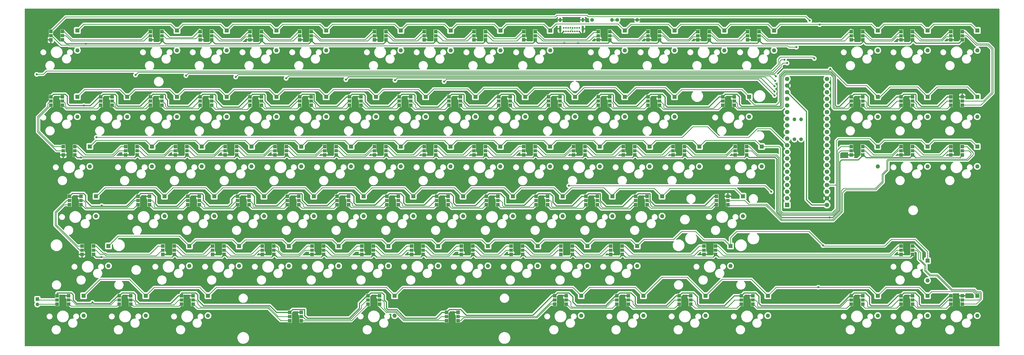
<source format=gbr>
%TF.GenerationSoftware,KiCad,Pcbnew,7.0.2*%
%TF.CreationDate,2023-04-24T23:20:51+02:00*%
%TF.ProjectId,TKL,544b4c2e-6b69-4636-9164-5f7063625858,rev?*%
%TF.SameCoordinates,Original*%
%TF.FileFunction,Copper,L1,Top*%
%TF.FilePolarity,Positive*%
%FSLAX46Y46*%
G04 Gerber Fmt 4.6, Leading zero omitted, Abs format (unit mm)*
G04 Created by KiCad (PCBNEW 7.0.2) date 2023-04-24 23:20:51*
%MOMM*%
%LPD*%
G01*
G04 APERTURE LIST*
%TA.AperFunction,ComponentPad*%
%ADD10C,1.400000*%
%TD*%
%TA.AperFunction,ComponentPad*%
%ADD11O,1.400000X1.400000*%
%TD*%
%TA.AperFunction,SMDPad,CuDef*%
%ADD12R,1.400000X1.400000*%
%TD*%
%TA.AperFunction,SMDPad,CuDef*%
%ADD13R,1.400000X1.300000*%
%TD*%
%TA.AperFunction,ComponentPad*%
%ADD14R,1.350000X1.350000*%
%TD*%
%TA.AperFunction,ComponentPad*%
%ADD15O,1.350000X1.350000*%
%TD*%
%TA.AperFunction,ComponentPad*%
%ADD16R,1.600000X1.600000*%
%TD*%
%TA.AperFunction,ComponentPad*%
%ADD17O,1.600000X1.600000*%
%TD*%
%TA.AperFunction,ComponentPad*%
%ADD18R,1.700000X1.700000*%
%TD*%
%TA.AperFunction,ComponentPad*%
%ADD19C,1.700000*%
%TD*%
%TA.AperFunction,ComponentPad*%
%ADD20C,0.650000*%
%TD*%
%TA.AperFunction,ComponentPad*%
%ADD21O,0.900000X1.700000*%
%TD*%
%TA.AperFunction,ComponentPad*%
%ADD22O,0.900000X2.400000*%
%TD*%
%TA.AperFunction,ViaPad*%
%ADD23C,0.800000*%
%TD*%
%TA.AperFunction,Conductor*%
%ADD24C,0.250000*%
%TD*%
%TA.AperFunction,Conductor*%
%ADD25C,0.381000*%
%TD*%
%TA.AperFunction,Conductor*%
%ADD26C,0.200000*%
%TD*%
G04 APERTURE END LIST*
D10*
%TO.P,R4,1*%
%TO.N,Net-(R1-Pad2)*%
X240792000Y-14224000D03*
D11*
%TO.P,R4,2*%
%TO.N,GND*%
X248412000Y-14224000D03*
%TD*%
%TO.P,R3,2*%
%TO.N,D+*%
X308610000Y-52324000D03*
D10*
%TO.P,R3,1*%
%TO.N,Net-(U90-PA12)*%
X308610000Y-59944000D03*
%TD*%
D11*
%TO.P,R2,2*%
%TO.N,D-*%
X311150000Y-52324000D03*
D10*
%TO.P,R2,1*%
%TO.N,Net-(U90-PA11)*%
X311150000Y-59944000D03*
%TD*%
%TO.P,R1,1*%
%TO.N,Net-(USB1-CC2)*%
X231140000Y-14224000D03*
D11*
%TO.P,R1,2*%
%TO.N,Net-(R1-Pad2)*%
X238760000Y-14224000D03*
%TD*%
D12*
%TO.P,U1,1,DIN*%
%TO.N,Net-(U1-DIN)*%
X28393750Y-46843750D03*
D13*
%TO.P,U1,2,CIN*%
%TO.N,Net-(U1-CIN)*%
X28393750Y-45243750D03*
D12*
%TO.P,U1,3,GND*%
%TO.N,GND*%
X28393750Y-43643750D03*
%TO.P,U1,4,VCC*%
%TO.N,VCC*%
X23993750Y-43643750D03*
D13*
%TO.P,U1,5,COUT*%
%TO.N,Net-(U1-COUT)*%
X23993750Y-45243750D03*
D12*
%TO.P,U1,6,DOUT*%
%TO.N,Net-(U1-DOUT)*%
X23993750Y-46843750D03*
%TD*%
%TO.P,U2,1,DIN*%
%TO.N,DIN*%
X23993750Y-18643750D03*
D13*
%TO.P,U2,2,CIN*%
%TO.N,CIN*%
X23993750Y-20243750D03*
D12*
%TO.P,U2,3,GND*%
%TO.N,GND*%
X23993750Y-21843750D03*
%TO.P,U2,4,VCC*%
%TO.N,VCC*%
X28393750Y-21843750D03*
D13*
%TO.P,U2,5,COUT*%
%TO.N,Net-(U2-COUT)*%
X28393750Y-20243750D03*
D12*
%TO.P,U2,6,DOUT*%
%TO.N,Net-(U2-DOUT)*%
X28393750Y-18643750D03*
%TD*%
%TO.P,U3,1,DIN*%
%TO.N,Net-(U1-DOUT)*%
X28756250Y-62693750D03*
D13*
%TO.P,U3,2,CIN*%
%TO.N,Net-(U1-COUT)*%
X28756250Y-64293750D03*
D12*
%TO.P,U3,3,GND*%
%TO.N,GND*%
X28756250Y-65893750D03*
%TO.P,U3,4,VCC*%
%TO.N,VCC*%
X33156250Y-65893750D03*
D13*
%TO.P,U3,5,COUT*%
%TO.N,Net-(U3-COUT)*%
X33156250Y-64293750D03*
D12*
%TO.P,U3,6,DOUT*%
%TO.N,Net-(U3-DOUT)*%
X33156250Y-62693750D03*
%TD*%
%TO.P,U5,1,DIN*%
%TO.N,Net-(U4-DOUT)*%
X35900000Y-100793750D03*
D13*
%TO.P,U5,2,CIN*%
%TO.N,Net-(U4-COUT)*%
X35900000Y-102393750D03*
D12*
%TO.P,U5,3,GND*%
%TO.N,GND*%
X35900000Y-103993750D03*
%TO.P,U5,4,VCC*%
%TO.N,VCC*%
X40300000Y-103993750D03*
D13*
%TO.P,U5,5,COUT*%
%TO.N,Net-(U11-CIN)*%
X40300000Y-102393750D03*
D12*
%TO.P,U5,6,DOUT*%
%TO.N,Net-(U11-DIN)*%
X40300000Y-100793750D03*
%TD*%
%TO.P,U6,1,DIN*%
%TO.N,Net-(U12-DOUT)*%
X47443750Y-46843750D03*
D13*
%TO.P,U6,2,CIN*%
%TO.N,Net-(U12-COUT)*%
X47443750Y-45243750D03*
D12*
%TO.P,U6,3,GND*%
%TO.N,GND*%
X47443750Y-43643750D03*
%TO.P,U6,4,VCC*%
%TO.N,VCC*%
X43043750Y-43643750D03*
D13*
%TO.P,U6,5,COUT*%
%TO.N,Net-(U1-CIN)*%
X43043750Y-45243750D03*
D12*
%TO.P,U6,6,DOUT*%
%TO.N,Net-(U1-DIN)*%
X43043750Y-46843750D03*
%TD*%
%TO.P,U7,1,DIN*%
%TO.N,Net-(U2-DOUT)*%
X62120750Y-18662963D03*
D13*
%TO.P,U7,2,CIN*%
%TO.N,Net-(U2-COUT)*%
X62120750Y-20262963D03*
D12*
%TO.P,U7,3,GND*%
%TO.N,GND*%
X62120750Y-21862963D03*
%TO.P,U7,4,VCC*%
%TO.N,VCC*%
X66520750Y-21862963D03*
D13*
%TO.P,U7,5,COUT*%
%TO.N,Net-(U13-CIN)*%
X66520750Y-20262963D03*
D12*
%TO.P,U7,6,DOUT*%
%TO.N,Net-(U13-DIN)*%
X66520750Y-18662963D03*
%TD*%
%TO.P,U8,1,DIN*%
%TO.N,Net-(U3-DOUT)*%
X52568750Y-62693750D03*
D13*
%TO.P,U8,2,CIN*%
%TO.N,Net-(U3-COUT)*%
X52568750Y-64293750D03*
D12*
%TO.P,U8,3,GND*%
%TO.N,GND*%
X52568750Y-65893750D03*
%TO.P,U8,4,VCC*%
%TO.N,VCC*%
X56968750Y-65893750D03*
D13*
%TO.P,U8,5,COUT*%
%TO.N,Net-(U14-CIN)*%
X56968750Y-64293750D03*
D12*
%TO.P,U8,6,DOUT*%
%TO.N,Net-(U14-DIN)*%
X56968750Y-62693750D03*
%TD*%
%TO.P,U9,1,DIN*%
%TO.N,Net-(U15-DOUT)*%
X61731250Y-84943750D03*
D13*
%TO.P,U9,2,CIN*%
%TO.N,Net-(U15-COUT)*%
X61731250Y-83343750D03*
D12*
%TO.P,U9,3,GND*%
%TO.N,GND*%
X61731250Y-81743750D03*
%TO.P,U9,4,VCC*%
%TO.N,VCC*%
X57331250Y-81743750D03*
D13*
%TO.P,U9,5,COUT*%
%TO.N,Net-(U4-CIN)*%
X57331250Y-83343750D03*
D12*
%TO.P,U9,6,DOUT*%
%TO.N,Net-(U4-DIN)*%
X57331250Y-84943750D03*
%TD*%
%TO.P,U10,1,DIN*%
%TO.N,Net-(U10-DIN)*%
X30775000Y-123043750D03*
D13*
%TO.P,U10,2,CIN*%
%TO.N,Net-(U10-CIN)*%
X30775000Y-121443750D03*
D12*
%TO.P,U10,3,GND*%
%TO.N,GND*%
X30775000Y-119843750D03*
%TO.P,U10,4,VCC*%
%TO.N,VCC*%
X26375000Y-119843750D03*
D13*
%TO.P,U10,5,COUT*%
%TO.N,COUT*%
X26375000Y-121443750D03*
D12*
%TO.P,U10,6,DOUT*%
%TO.N,DOUT*%
X26375000Y-123043750D03*
%TD*%
%TO.P,U11,1,DIN*%
%TO.N,Net-(U11-DIN)*%
X66856250Y-100793750D03*
D13*
%TO.P,U11,2,CIN*%
%TO.N,Net-(U11-CIN)*%
X66856250Y-102393750D03*
D12*
%TO.P,U11,3,GND*%
%TO.N,GND*%
X66856250Y-103993750D03*
%TO.P,U11,4,VCC*%
%TO.N,VCC*%
X71256250Y-103993750D03*
D13*
%TO.P,U11,5,COUT*%
%TO.N,Net-(U11-COUT)*%
X71256250Y-102393750D03*
D12*
%TO.P,U11,6,DOUT*%
%TO.N,Net-(U11-DOUT)*%
X71256250Y-100793750D03*
%TD*%
%TO.P,U12,1,DIN*%
%TO.N,Net-(U12-DIN)*%
X66493750Y-46843750D03*
D13*
%TO.P,U12,2,CIN*%
%TO.N,Net-(U12-CIN)*%
X66493750Y-45243750D03*
D12*
%TO.P,U12,3,GND*%
%TO.N,GND*%
X66493750Y-43643750D03*
%TO.P,U12,4,VCC*%
%TO.N,VCC*%
X62093750Y-43643750D03*
D13*
%TO.P,U12,5,COUT*%
%TO.N,Net-(U12-COUT)*%
X62093750Y-45243750D03*
D12*
%TO.P,U12,6,DOUT*%
%TO.N,Net-(U12-DOUT)*%
X62093750Y-46843750D03*
%TD*%
%TO.P,U14,1,DIN*%
%TO.N,Net-(U14-DIN)*%
X71618750Y-62693750D03*
D13*
%TO.P,U14,2,CIN*%
%TO.N,Net-(U14-CIN)*%
X71618750Y-64293750D03*
D12*
%TO.P,U14,3,GND*%
%TO.N,GND*%
X71618750Y-65893750D03*
%TO.P,U14,4,VCC*%
%TO.N,VCC*%
X76018750Y-65893750D03*
D13*
%TO.P,U14,5,COUT*%
%TO.N,Net-(U14-COUT)*%
X76018750Y-64293750D03*
D12*
%TO.P,U14,6,DOUT*%
%TO.N,Net-(U14-DOUT)*%
X76018750Y-62693750D03*
%TD*%
%TO.P,U15,1,DIN*%
%TO.N,Net-(U15-DIN)*%
X80781250Y-84943750D03*
D13*
%TO.P,U15,2,CIN*%
%TO.N,Net-(U15-CIN)*%
X80781250Y-83343750D03*
D12*
%TO.P,U15,3,GND*%
%TO.N,GND*%
X80781250Y-81743750D03*
%TO.P,U15,4,VCC*%
%TO.N,VCC*%
X76381250Y-81743750D03*
D13*
%TO.P,U15,5,COUT*%
%TO.N,Net-(U15-COUT)*%
X76381250Y-83343750D03*
D12*
%TO.P,U15,6,DOUT*%
%TO.N,Net-(U15-DOUT)*%
X76381250Y-84943750D03*
%TD*%
%TO.P,U16,1,DIN*%
%TO.N,Net-(U16-DIN)*%
X54587500Y-123043750D03*
D13*
%TO.P,U16,2,CIN*%
%TO.N,Net-(U16-CIN)*%
X54587500Y-121443750D03*
D12*
%TO.P,U16,3,GND*%
%TO.N,GND*%
X54587500Y-119843750D03*
%TO.P,U16,4,VCC*%
%TO.N,VCC*%
X50187500Y-119843750D03*
D13*
%TO.P,U16,5,COUT*%
%TO.N,Net-(U10-CIN)*%
X50187500Y-121443750D03*
D12*
%TO.P,U16,6,DOUT*%
%TO.N,Net-(U10-DIN)*%
X50187500Y-123043750D03*
%TD*%
%TO.P,U17,1,DIN*%
%TO.N,Net-(U11-DOUT)*%
X85906250Y-100793750D03*
D13*
%TO.P,U17,2,CIN*%
%TO.N,Net-(U11-COUT)*%
X85906250Y-102393750D03*
D12*
%TO.P,U17,3,GND*%
%TO.N,GND*%
X85906250Y-103993750D03*
%TO.P,U17,4,VCC*%
%TO.N,VCC*%
X90306250Y-103993750D03*
D13*
%TO.P,U17,5,COUT*%
%TO.N,Net-(U17-COUT)*%
X90306250Y-102393750D03*
D12*
%TO.P,U17,6,DOUT*%
%TO.N,Net-(U17-DOUT)*%
X90306250Y-100793750D03*
%TD*%
%TO.P,U18,1,DIN*%
%TO.N,Net-(U18-DIN)*%
X85543750Y-46843750D03*
D13*
%TO.P,U18,2,CIN*%
%TO.N,Net-(U18-CIN)*%
X85543750Y-45243750D03*
D12*
%TO.P,U18,3,GND*%
%TO.N,GND*%
X85543750Y-43643750D03*
%TO.P,U18,4,VCC*%
%TO.N,VCC*%
X81143750Y-43643750D03*
D13*
%TO.P,U18,5,COUT*%
%TO.N,Net-(U12-CIN)*%
X81143750Y-45243750D03*
D12*
%TO.P,U18,6,DOUT*%
%TO.N,Net-(U12-DIN)*%
X81143750Y-46843750D03*
%TD*%
%TO.P,U19,1,DIN*%
%TO.N,Net-(U13-DOUT)*%
X100220750Y-18662963D03*
D13*
%TO.P,U19,2,CIN*%
%TO.N,Net-(U13-COUT)*%
X100220750Y-20262963D03*
D12*
%TO.P,U19,3,GND*%
%TO.N,GND*%
X100220750Y-21862963D03*
%TO.P,U19,4,VCC*%
%TO.N,VCC*%
X104620750Y-21862963D03*
D13*
%TO.P,U19,5,COUT*%
%TO.N,Net-(U19-COUT)*%
X104620750Y-20262963D03*
D12*
%TO.P,U19,6,DOUT*%
%TO.N,Net-(U19-DOUT)*%
X104620750Y-18662963D03*
%TD*%
%TO.P,U20,1,DIN*%
%TO.N,Net-(U14-DOUT)*%
X90668750Y-62693750D03*
D13*
%TO.P,U20,2,CIN*%
%TO.N,Net-(U14-COUT)*%
X90668750Y-64293750D03*
D12*
%TO.P,U20,3,GND*%
%TO.N,GND*%
X90668750Y-65893750D03*
%TO.P,U20,4,VCC*%
%TO.N,VCC*%
X95068750Y-65893750D03*
D13*
%TO.P,U20,5,COUT*%
%TO.N,Net-(U20-COUT)*%
X95068750Y-64293750D03*
D12*
%TO.P,U20,6,DOUT*%
%TO.N,Net-(U20-DOUT)*%
X95068750Y-62693750D03*
%TD*%
%TO.P,U21,1,DIN*%
%TO.N,Net-(U21-DIN)*%
X99831250Y-84943750D03*
D13*
%TO.P,U21,2,CIN*%
%TO.N,Net-(U21-CIN)*%
X99831250Y-83343750D03*
D12*
%TO.P,U21,3,GND*%
%TO.N,GND*%
X99831250Y-81743750D03*
%TO.P,U21,4,VCC*%
%TO.N,VCC*%
X95431250Y-81743750D03*
D13*
%TO.P,U21,5,COUT*%
%TO.N,Net-(U15-CIN)*%
X95431250Y-83343750D03*
D12*
%TO.P,U21,6,DOUT*%
%TO.N,Net-(U15-DIN)*%
X95431250Y-84943750D03*
%TD*%
%TO.P,U22,1,DIN*%
%TO.N,Net-(U22-DIN)*%
X78400000Y-123043750D03*
D13*
%TO.P,U22,2,CIN*%
%TO.N,Net-(U22-CIN)*%
X78400000Y-121443750D03*
D12*
%TO.P,U22,3,GND*%
%TO.N,GND*%
X78400000Y-119843750D03*
%TO.P,U22,4,VCC*%
%TO.N,VCC*%
X74000000Y-119843750D03*
D13*
%TO.P,U22,5,COUT*%
%TO.N,Net-(U16-CIN)*%
X74000000Y-121443750D03*
D12*
%TO.P,U22,6,DOUT*%
%TO.N,Net-(U16-DIN)*%
X74000000Y-123043750D03*
%TD*%
%TO.P,U23,1,DIN*%
%TO.N,Net-(U17-DOUT)*%
X104956250Y-100793750D03*
D13*
%TO.P,U23,2,CIN*%
%TO.N,Net-(U17-COUT)*%
X104956250Y-102393750D03*
D12*
%TO.P,U23,3,GND*%
%TO.N,GND*%
X104956250Y-103993750D03*
%TO.P,U23,4,VCC*%
%TO.N,VCC*%
X109356250Y-103993750D03*
D13*
%TO.P,U23,5,COUT*%
%TO.N,Net-(U23-COUT)*%
X109356250Y-102393750D03*
D12*
%TO.P,U23,6,DOUT*%
%TO.N,Net-(U23-DOUT)*%
X109356250Y-100793750D03*
%TD*%
%TO.P,U24,1,DIN*%
%TO.N,Net-(U24-DIN)*%
X104593750Y-46843750D03*
D13*
%TO.P,U24,2,CIN*%
%TO.N,Net-(U24-CIN)*%
X104593750Y-45243750D03*
D12*
%TO.P,U24,3,GND*%
%TO.N,GND*%
X104593750Y-43643750D03*
%TO.P,U24,4,VCC*%
%TO.N,VCC*%
X100193750Y-43643750D03*
D13*
%TO.P,U24,5,COUT*%
%TO.N,Net-(U18-CIN)*%
X100193750Y-45243750D03*
D12*
%TO.P,U24,6,DOUT*%
%TO.N,Net-(U18-DIN)*%
X100193750Y-46843750D03*
%TD*%
%TO.P,U25,1,DIN*%
%TO.N,Net-(U19-DOUT)*%
X119270750Y-18662963D03*
D13*
%TO.P,U25,2,CIN*%
%TO.N,Net-(U19-COUT)*%
X119270750Y-20262963D03*
D12*
%TO.P,U25,3,GND*%
%TO.N,GND*%
X119270750Y-21862963D03*
%TO.P,U25,4,VCC*%
%TO.N,VCC*%
X123670750Y-21862963D03*
D13*
%TO.P,U25,5,COUT*%
%TO.N,Net-(U25-COUT)*%
X123670750Y-20262963D03*
D12*
%TO.P,U25,6,DOUT*%
%TO.N,Net-(U25-DOUT)*%
X123670750Y-18662963D03*
%TD*%
%TO.P,U26,1,DIN*%
%TO.N,Net-(U20-DOUT)*%
X109718750Y-62693750D03*
D13*
%TO.P,U26,2,CIN*%
%TO.N,Net-(U20-COUT)*%
X109718750Y-64293750D03*
D12*
%TO.P,U26,3,GND*%
%TO.N,GND*%
X109718750Y-65893750D03*
%TO.P,U26,4,VCC*%
%TO.N,VCC*%
X114118750Y-65893750D03*
D13*
%TO.P,U26,5,COUT*%
%TO.N,Net-(U26-COUT)*%
X114118750Y-64293750D03*
D12*
%TO.P,U26,6,DOUT*%
%TO.N,Net-(U26-DOUT)*%
X114118750Y-62693750D03*
%TD*%
%TO.P,U27,1,DIN*%
%TO.N,Net-(U27-DIN)*%
X118881250Y-84943750D03*
D13*
%TO.P,U27,2,CIN*%
%TO.N,Net-(U27-CIN)*%
X118881250Y-83343750D03*
D12*
%TO.P,U27,3,GND*%
%TO.N,GND*%
X118881250Y-81743750D03*
%TO.P,U27,4,VCC*%
%TO.N,VCC*%
X114481250Y-81743750D03*
D13*
%TO.P,U27,5,COUT*%
%TO.N,Net-(U21-CIN)*%
X114481250Y-83343750D03*
D12*
%TO.P,U27,6,DOUT*%
%TO.N,Net-(U21-DIN)*%
X114481250Y-84943750D03*
%TD*%
%TO.P,U28,1,DIN*%
%TO.N,Net-(U23-DOUT)*%
X124006250Y-100793750D03*
D13*
%TO.P,U28,2,CIN*%
%TO.N,Net-(U23-COUT)*%
X124006250Y-102393750D03*
D12*
%TO.P,U28,3,GND*%
%TO.N,GND*%
X124006250Y-103993750D03*
%TO.P,U28,4,VCC*%
%TO.N,VCC*%
X128406250Y-103993750D03*
D13*
%TO.P,U28,5,COUT*%
%TO.N,Net-(U28-COUT)*%
X128406250Y-102393750D03*
D12*
%TO.P,U28,6,DOUT*%
%TO.N,Net-(U28-DOUT)*%
X128406250Y-100793750D03*
%TD*%
%TO.P,U29,1,DIN*%
%TO.N,Net-(U29-DIN)*%
X149837500Y-123043750D03*
D13*
%TO.P,U29,2,CIN*%
%TO.N,Net-(U29-CIN)*%
X149837500Y-121443750D03*
D12*
%TO.P,U29,3,GND*%
%TO.N,GND*%
X149837500Y-119843750D03*
%TO.P,U29,4,VCC*%
%TO.N,VCC*%
X145437500Y-119843750D03*
D13*
%TO.P,U29,5,COUT*%
%TO.N,Net-(U29-COUT)*%
X145437500Y-121443750D03*
D12*
%TO.P,U29,6,DOUT*%
%TO.N,Net-(U29-DOUT)*%
X145437500Y-123043750D03*
%TD*%
%TO.P,U30,1,DIN*%
%TO.N,Net-(U30-DIN)*%
X123643750Y-46843750D03*
D13*
%TO.P,U30,2,CIN*%
%TO.N,Net-(U30-CIN)*%
X123643750Y-45243750D03*
D12*
%TO.P,U30,3,GND*%
%TO.N,GND*%
X123643750Y-43643750D03*
%TO.P,U30,4,VCC*%
%TO.N,VCC*%
X119243750Y-43643750D03*
D13*
%TO.P,U30,5,COUT*%
%TO.N,Net-(U24-CIN)*%
X119243750Y-45243750D03*
D12*
%TO.P,U30,6,DOUT*%
%TO.N,Net-(U24-DIN)*%
X119243750Y-46843750D03*
%TD*%
%TO.P,U31,1,DIN*%
%TO.N,Net-(U25-DOUT)*%
X147845750Y-18662963D03*
D13*
%TO.P,U31,2,CIN*%
%TO.N,Net-(U25-COUT)*%
X147845750Y-20262963D03*
D12*
%TO.P,U31,3,GND*%
%TO.N,GND*%
X147845750Y-21862963D03*
%TO.P,U31,4,VCC*%
%TO.N,VCC*%
X152245750Y-21862963D03*
D13*
%TO.P,U31,5,COUT*%
%TO.N,Net-(U31-COUT)*%
X152245750Y-20262963D03*
D12*
%TO.P,U31,6,DOUT*%
%TO.N,Net-(U31-DOUT)*%
X152245750Y-18662963D03*
%TD*%
%TO.P,U32,1,DIN*%
%TO.N,Net-(U26-DOUT)*%
X128768750Y-62693750D03*
D13*
%TO.P,U32,2,CIN*%
%TO.N,Net-(U26-COUT)*%
X128768750Y-64293750D03*
D12*
%TO.P,U32,3,GND*%
%TO.N,GND*%
X128768750Y-65893750D03*
%TO.P,U32,4,VCC*%
%TO.N,VCC*%
X133168750Y-65893750D03*
D13*
%TO.P,U32,5,COUT*%
%TO.N,Net-(U32-COUT)*%
X133168750Y-64293750D03*
D12*
%TO.P,U32,6,DOUT*%
%TO.N,Net-(U32-DOUT)*%
X133168750Y-62693750D03*
%TD*%
%TO.P,U33,1,DIN*%
%TO.N,Net-(U33-DIN)*%
X137931250Y-84943750D03*
D13*
%TO.P,U33,2,CIN*%
%TO.N,Net-(U33-CIN)*%
X137931250Y-83343750D03*
D12*
%TO.P,U33,3,GND*%
%TO.N,GND*%
X137931250Y-81743750D03*
%TO.P,U33,4,VCC*%
%TO.N,VCC*%
X133531250Y-81743750D03*
D13*
%TO.P,U33,5,COUT*%
%TO.N,Net-(U27-CIN)*%
X133531250Y-83343750D03*
D12*
%TO.P,U33,6,DOUT*%
%TO.N,Net-(U27-DIN)*%
X133531250Y-84943750D03*
%TD*%
%TO.P,U34,1,DIN*%
%TO.N,Net-(U34-DIN)*%
X221275000Y-123043750D03*
D13*
%TO.P,U34,2,CIN*%
%TO.N,Net-(U34-CIN)*%
X221275000Y-121443750D03*
D12*
%TO.P,U34,3,GND*%
%TO.N,GND*%
X221275000Y-119843750D03*
%TO.P,U34,4,VCC*%
%TO.N,VCC*%
X216875000Y-119843750D03*
D13*
%TO.P,U34,5,COUT*%
%TO.N,Net-(U34-COUT)*%
X216875000Y-121443750D03*
D12*
%TO.P,U34,6,DOUT*%
%TO.N,Net-(U34-DOUT)*%
X216875000Y-123043750D03*
%TD*%
%TO.P,U35,1,DIN*%
%TO.N,Net-(U28-DOUT)*%
X143056250Y-100793750D03*
D13*
%TO.P,U35,2,CIN*%
%TO.N,Net-(U28-COUT)*%
X143056250Y-102393750D03*
D12*
%TO.P,U35,3,GND*%
%TO.N,GND*%
X143056250Y-103993750D03*
%TO.P,U35,4,VCC*%
%TO.N,VCC*%
X147456250Y-103993750D03*
D13*
%TO.P,U35,5,COUT*%
%TO.N,Net-(U35-COUT)*%
X147456250Y-102393750D03*
D12*
%TO.P,U35,6,DOUT*%
%TO.N,Net-(U35-DOUT)*%
X147456250Y-100793750D03*
%TD*%
%TO.P,U36,1,DIN*%
%TO.N,Net-(U36-DIN)*%
X142693750Y-46843750D03*
D13*
%TO.P,U36,2,CIN*%
%TO.N,Net-(U36-CIN)*%
X142693750Y-45243750D03*
D12*
%TO.P,U36,3,GND*%
%TO.N,GND*%
X142693750Y-43643750D03*
%TO.P,U36,4,VCC*%
%TO.N,VCC*%
X138293750Y-43643750D03*
D13*
%TO.P,U36,5,COUT*%
%TO.N,Net-(U30-CIN)*%
X138293750Y-45243750D03*
D12*
%TO.P,U36,6,DOUT*%
%TO.N,Net-(U30-DIN)*%
X138293750Y-46843750D03*
%TD*%
%TO.P,U37,1,DIN*%
%TO.N,Net-(U31-DOUT)*%
X166895750Y-18662963D03*
D13*
%TO.P,U37,2,CIN*%
%TO.N,Net-(U31-COUT)*%
X166895750Y-20262963D03*
D12*
%TO.P,U37,3,GND*%
%TO.N,GND*%
X166895750Y-21862963D03*
%TO.P,U37,4,VCC*%
%TO.N,VCC*%
X171295750Y-21862963D03*
D13*
%TO.P,U37,5,COUT*%
%TO.N,Net-(U37-COUT)*%
X171295750Y-20262963D03*
D12*
%TO.P,U37,6,DOUT*%
%TO.N,Net-(U37-DOUT)*%
X171295750Y-18662963D03*
%TD*%
%TO.P,U38,1,DIN*%
%TO.N,Net-(U32-DOUT)*%
X147818750Y-62693750D03*
D13*
%TO.P,U38,2,CIN*%
%TO.N,Net-(U32-COUT)*%
X147818750Y-64293750D03*
D12*
%TO.P,U38,3,GND*%
%TO.N,GND*%
X147818750Y-65893750D03*
%TO.P,U38,4,VCC*%
%TO.N,VCC*%
X152218750Y-65893750D03*
D13*
%TO.P,U38,5,COUT*%
%TO.N,Net-(U38-COUT)*%
X152218750Y-64293750D03*
D12*
%TO.P,U38,6,DOUT*%
%TO.N,Net-(U38-DOUT)*%
X152218750Y-62693750D03*
%TD*%
%TO.P,U39,1,DIN*%
%TO.N,Net-(U39-DIN)*%
X245087500Y-123043750D03*
D13*
%TO.P,U39,2,CIN*%
%TO.N,Net-(U39-CIN)*%
X245087500Y-121443750D03*
D12*
%TO.P,U39,3,GND*%
%TO.N,GND*%
X245087500Y-119843750D03*
%TO.P,U39,4,VCC*%
%TO.N,VCC*%
X240687500Y-119843750D03*
D13*
%TO.P,U39,5,COUT*%
%TO.N,Net-(U34-CIN)*%
X240687500Y-121443750D03*
D12*
%TO.P,U39,6,DOUT*%
%TO.N,Net-(U34-DIN)*%
X240687500Y-123043750D03*
%TD*%
%TO.P,U40,1,DIN*%
%TO.N,Net-(U40-DIN)*%
X156959918Y-84945668D03*
D13*
%TO.P,U40,2,CIN*%
%TO.N,Net-(U40-CIN)*%
X156959918Y-83345668D03*
D12*
%TO.P,U40,3,GND*%
%TO.N,GND*%
X156959918Y-81745668D03*
%TO.P,U40,4,VCC*%
%TO.N,VCC*%
X152559918Y-81745668D03*
D13*
%TO.P,U40,5,COUT*%
%TO.N,Net-(U33-CIN)*%
X152559918Y-83345668D03*
D12*
%TO.P,U40,6,DOUT*%
%TO.N,Net-(U33-DIN)*%
X152559918Y-84945668D03*
%TD*%
%TO.P,U41,1,DIN*%
%TO.N,Net-(U35-DOUT)*%
X162106250Y-100793750D03*
D13*
%TO.P,U41,2,CIN*%
%TO.N,Net-(U35-COUT)*%
X162106250Y-102393750D03*
D12*
%TO.P,U41,3,GND*%
%TO.N,GND*%
X162106250Y-103993750D03*
%TO.P,U41,4,VCC*%
%TO.N,VCC*%
X166506250Y-103993750D03*
D13*
%TO.P,U41,5,COUT*%
%TO.N,Net-(U41-COUT)*%
X166506250Y-102393750D03*
D12*
%TO.P,U41,6,DOUT*%
%TO.N,Net-(U41-DOUT)*%
X166506250Y-100793750D03*
%TD*%
%TO.P,U42,1,DIN*%
%TO.N,Net-(U37-DOUT)*%
X185945750Y-18662963D03*
D13*
%TO.P,U42,2,CIN*%
%TO.N,Net-(U37-COUT)*%
X185945750Y-20262963D03*
D12*
%TO.P,U42,3,GND*%
%TO.N,GND*%
X185945750Y-21862963D03*
%TO.P,U42,4,VCC*%
%TO.N,VCC*%
X190345750Y-21862963D03*
D13*
%TO.P,U42,5,COUT*%
%TO.N,Net-(U42-COUT)*%
X190345750Y-20262963D03*
D12*
%TO.P,U42,6,DOUT*%
%TO.N,Net-(U42-DOUT)*%
X190345750Y-18662963D03*
%TD*%
%TO.P,U43,1,DIN*%
%TO.N,Net-(U43-DIN)*%
X161743750Y-46843750D03*
D13*
%TO.P,U43,2,CIN*%
%TO.N,Net-(U43-CIN)*%
X161743750Y-45243750D03*
D12*
%TO.P,U43,3,GND*%
%TO.N,GND*%
X161743750Y-43643750D03*
%TO.P,U43,4,VCC*%
%TO.N,VCC*%
X157343750Y-43643750D03*
D13*
%TO.P,U43,5,COUT*%
%TO.N,Net-(U36-CIN)*%
X157343750Y-45243750D03*
D12*
%TO.P,U43,6,DOUT*%
%TO.N,Net-(U36-DIN)*%
X157343750Y-46843750D03*
%TD*%
%TO.P,U44,1,DIN*%
%TO.N,Net-(U38-DOUT)*%
X166868750Y-62693750D03*
D13*
%TO.P,U44,2,CIN*%
%TO.N,Net-(U38-COUT)*%
X166868750Y-64293750D03*
D12*
%TO.P,U44,3,GND*%
%TO.N,GND*%
X166868750Y-65893750D03*
%TO.P,U44,4,VCC*%
%TO.N,VCC*%
X171268750Y-65893750D03*
D13*
%TO.P,U44,5,COUT*%
%TO.N,Net-(U44-COUT)*%
X171268750Y-64293750D03*
D12*
%TO.P,U44,6,DOUT*%
%TO.N,Net-(U44-DOUT)*%
X171268750Y-62693750D03*
%TD*%
%TO.P,U45,1,DIN*%
%TO.N,Net-(U45-DIN)*%
X268900000Y-123043750D03*
D13*
%TO.P,U45,2,CIN*%
%TO.N,Net-(U45-CIN)*%
X268900000Y-121443750D03*
D12*
%TO.P,U45,3,GND*%
%TO.N,GND*%
X268900000Y-119843750D03*
%TO.P,U45,4,VCC*%
%TO.N,VCC*%
X264500000Y-119843750D03*
D13*
%TO.P,U45,5,COUT*%
%TO.N,Net-(U39-CIN)*%
X264500000Y-121443750D03*
D12*
%TO.P,U45,6,DOUT*%
%TO.N,Net-(U39-DIN)*%
X264500000Y-123043750D03*
%TD*%
%TO.P,U46,1,DIN*%
%TO.N,Net-(U46-DIN)*%
X176031250Y-84943750D03*
D13*
%TO.P,U46,2,CIN*%
%TO.N,Net-(U46-CIN)*%
X176031250Y-83343750D03*
D12*
%TO.P,U46,3,GND*%
%TO.N,GND*%
X176031250Y-81743750D03*
%TO.P,U46,4,VCC*%
%TO.N,VCC*%
X171631250Y-81743750D03*
D13*
%TO.P,U46,5,COUT*%
%TO.N,Net-(U40-CIN)*%
X171631250Y-83343750D03*
D12*
%TO.P,U46,6,DOUT*%
%TO.N,Net-(U40-DIN)*%
X171631250Y-84943750D03*
%TD*%
%TO.P,U47,1,DIN*%
%TO.N,Net-(U41-DOUT)*%
X181156250Y-100793750D03*
D13*
%TO.P,U47,2,CIN*%
%TO.N,Net-(U41-COUT)*%
X181156250Y-102393750D03*
D12*
%TO.P,U47,3,GND*%
%TO.N,GND*%
X181156250Y-103993750D03*
%TO.P,U47,4,VCC*%
%TO.N,VCC*%
X185556250Y-103993750D03*
D13*
%TO.P,U47,5,COUT*%
%TO.N,Net-(U47-COUT)*%
X185556250Y-102393750D03*
D12*
%TO.P,U47,6,DOUT*%
%TO.N,Net-(U47-DOUT)*%
X185556250Y-100793750D03*
%TD*%
%TO.P,U48,1,DIN*%
%TO.N,Net-(U42-DOUT)*%
X204995750Y-18662963D03*
D13*
%TO.P,U48,2,CIN*%
%TO.N,Net-(U42-COUT)*%
X204995750Y-20262963D03*
D12*
%TO.P,U48,3,GND*%
%TO.N,GND*%
X204995750Y-21862963D03*
%TO.P,U48,4,VCC*%
%TO.N,VCC*%
X209395750Y-21862963D03*
D13*
%TO.P,U48,5,COUT*%
%TO.N,Net-(U48-COUT)*%
X209395750Y-20262963D03*
D12*
%TO.P,U48,6,DOUT*%
%TO.N,Net-(U48-DOUT)*%
X209395750Y-18662963D03*
%TD*%
%TO.P,U49,1,DIN*%
%TO.N,Net-(U49-DIN)*%
X180793750Y-46843750D03*
D13*
%TO.P,U49,2,CIN*%
%TO.N,Net-(U49-CIN)*%
X180793750Y-45243750D03*
D12*
%TO.P,U49,3,GND*%
%TO.N,GND*%
X180793750Y-43643750D03*
%TO.P,U49,4,VCC*%
%TO.N,VCC*%
X176393750Y-43643750D03*
D13*
%TO.P,U49,5,COUT*%
%TO.N,Net-(U43-CIN)*%
X176393750Y-45243750D03*
D12*
%TO.P,U49,6,DOUT*%
%TO.N,Net-(U43-DIN)*%
X176393750Y-46843750D03*
%TD*%
%TO.P,U50,1,DIN*%
%TO.N,Net-(U44-DOUT)*%
X185918750Y-62693750D03*
D13*
%TO.P,U50,2,CIN*%
%TO.N,Net-(U44-COUT)*%
X185918750Y-64293750D03*
D12*
%TO.P,U50,3,GND*%
%TO.N,GND*%
X185918750Y-65893750D03*
%TO.P,U50,4,VCC*%
%TO.N,VCC*%
X190318750Y-65893750D03*
D13*
%TO.P,U50,5,COUT*%
%TO.N,Net-(U50-COUT)*%
X190318750Y-64293750D03*
D12*
%TO.P,U50,6,DOUT*%
%TO.N,Net-(U50-DOUT)*%
X190318750Y-62693750D03*
%TD*%
%TO.P,U51,1,DIN*%
%TO.N,Net-(U51-DIN)*%
X292712500Y-123043750D03*
D13*
%TO.P,U51,2,CIN*%
%TO.N,Net-(U51-CIN)*%
X292712500Y-121443750D03*
D12*
%TO.P,U51,3,GND*%
%TO.N,GND*%
X292712500Y-119843750D03*
%TO.P,U51,4,VCC*%
%TO.N,VCC*%
X288312500Y-119843750D03*
D13*
%TO.P,U51,5,COUT*%
%TO.N,Net-(U45-CIN)*%
X288312500Y-121443750D03*
D12*
%TO.P,U51,6,DOUT*%
%TO.N,Net-(U45-DIN)*%
X288312500Y-123043750D03*
%TD*%
%TO.P,U52,1,DIN*%
%TO.N,Net-(U52-DIN)*%
X195081250Y-84943750D03*
D13*
%TO.P,U52,2,CIN*%
%TO.N,Net-(U52-CIN)*%
X195081250Y-83343750D03*
D12*
%TO.P,U52,3,GND*%
%TO.N,GND*%
X195081250Y-81743750D03*
%TO.P,U52,4,VCC*%
%TO.N,VCC*%
X190681250Y-81743750D03*
D13*
%TO.P,U52,5,COUT*%
%TO.N,Net-(U46-CIN)*%
X190681250Y-83343750D03*
D12*
%TO.P,U52,6,DOUT*%
%TO.N,Net-(U46-DIN)*%
X190681250Y-84943750D03*
%TD*%
%TO.P,U53,1,DIN*%
%TO.N,Net-(U47-DOUT)*%
X200206250Y-100793750D03*
D13*
%TO.P,U53,2,CIN*%
%TO.N,Net-(U47-COUT)*%
X200206250Y-102393750D03*
D12*
%TO.P,U53,3,GND*%
%TO.N,GND*%
X200206250Y-103993750D03*
%TO.P,U53,4,VCC*%
%TO.N,VCC*%
X204606250Y-103993750D03*
D13*
%TO.P,U53,5,COUT*%
%TO.N,Net-(U53-COUT)*%
X204606250Y-102393750D03*
D12*
%TO.P,U53,6,DOUT*%
%TO.N,Net-(U53-DOUT)*%
X204606250Y-100793750D03*
%TD*%
%TO.P,U54,1,DIN*%
%TO.N,Net-(U48-DOUT)*%
X233570750Y-18662963D03*
D13*
%TO.P,U54,2,CIN*%
%TO.N,Net-(U48-COUT)*%
X233570750Y-20262963D03*
D12*
%TO.P,U54,3,GND*%
%TO.N,GND*%
X233570750Y-21862963D03*
%TO.P,U54,4,VCC*%
%TO.N,VCC*%
X237970750Y-21862963D03*
D13*
%TO.P,U54,5,COUT*%
%TO.N,Net-(U54-COUT)*%
X237970750Y-20262963D03*
D12*
%TO.P,U54,6,DOUT*%
%TO.N,Net-(U54-DOUT)*%
X237970750Y-18662963D03*
%TD*%
%TO.P,U55,1,DIN*%
%TO.N,Net-(U55-DIN)*%
X199843750Y-46843750D03*
D13*
%TO.P,U55,2,CIN*%
%TO.N,Net-(U55-CIN)*%
X199843750Y-45243750D03*
D12*
%TO.P,U55,3,GND*%
%TO.N,GND*%
X199843750Y-43643750D03*
%TO.P,U55,4,VCC*%
%TO.N,VCC*%
X195443750Y-43643750D03*
D13*
%TO.P,U55,5,COUT*%
%TO.N,Net-(U49-CIN)*%
X195443750Y-45243750D03*
D12*
%TO.P,U55,6,DOUT*%
%TO.N,Net-(U49-DIN)*%
X195443750Y-46843750D03*
%TD*%
%TO.P,U56,1,DIN*%
%TO.N,Net-(U50-DOUT)*%
X204968750Y-62693750D03*
D13*
%TO.P,U56,2,CIN*%
%TO.N,Net-(U50-COUT)*%
X204968750Y-64293750D03*
D12*
%TO.P,U56,3,GND*%
%TO.N,GND*%
X204968750Y-65893750D03*
%TO.P,U56,4,VCC*%
%TO.N,VCC*%
X209368750Y-65893750D03*
D13*
%TO.P,U56,5,COUT*%
%TO.N,Net-(U56-COUT)*%
X209368750Y-64293750D03*
D12*
%TO.P,U56,6,DOUT*%
%TO.N,Net-(U56-DOUT)*%
X209368750Y-62693750D03*
%TD*%
%TO.P,U57,1,DIN*%
%TO.N,Net-(U57-DIN)*%
X334781250Y-123043750D03*
D13*
%TO.P,U57,2,CIN*%
%TO.N,Net-(U57-CIN)*%
X334781250Y-121443750D03*
D12*
%TO.P,U57,3,GND*%
%TO.N,GND*%
X334781250Y-119843750D03*
%TO.P,U57,4,VCC*%
%TO.N,VCC*%
X330381250Y-119843750D03*
D13*
%TO.P,U57,5,COUT*%
%TO.N,Net-(U51-CIN)*%
X330381250Y-121443750D03*
D12*
%TO.P,U57,6,DOUT*%
%TO.N,Net-(U51-DIN)*%
X330381250Y-123043750D03*
%TD*%
%TO.P,U58,1,DIN*%
%TO.N,Net-(U58-DIN)*%
X214120017Y-84943750D03*
D13*
%TO.P,U58,2,CIN*%
%TO.N,Net-(U58-CIN)*%
X214120017Y-83343750D03*
D12*
%TO.P,U58,3,GND*%
%TO.N,GND*%
X214120017Y-81743750D03*
%TO.P,U58,4,VCC*%
%TO.N,VCC*%
X209720017Y-81743750D03*
D13*
%TO.P,U58,5,COUT*%
%TO.N,Net-(U52-CIN)*%
X209720017Y-83343750D03*
D12*
%TO.P,U58,6,DOUT*%
%TO.N,Net-(U52-DIN)*%
X209720017Y-84943750D03*
%TD*%
%TO.P,U59,1,DIN*%
%TO.N,Net-(U53-DOUT)*%
X219256250Y-100793750D03*
D13*
%TO.P,U59,2,CIN*%
%TO.N,Net-(U53-COUT)*%
X219256250Y-102393750D03*
D12*
%TO.P,U59,3,GND*%
%TO.N,unconnected-(U59-GND-Pad3)*%
X219256250Y-103993750D03*
%TO.P,U59,4,VCC*%
%TO.N,VCC*%
X223656250Y-103993750D03*
D13*
%TO.P,U59,5,COUT*%
%TO.N,Net-(U59-COUT)*%
X223656250Y-102393750D03*
D12*
%TO.P,U59,6,DOUT*%
%TO.N,Net-(U59-DOUT)*%
X223656250Y-100793750D03*
%TD*%
%TO.P,U60,1,DIN*%
%TO.N,Net-(U60-DIN)*%
X218893750Y-46843750D03*
D13*
%TO.P,U60,2,CIN*%
%TO.N,Net-(U60-CIN)*%
X218893750Y-45243750D03*
D12*
%TO.P,U60,3,GND*%
%TO.N,GND*%
X218893750Y-43643750D03*
%TO.P,U60,4,VCC*%
%TO.N,VCC*%
X214493750Y-43643750D03*
D13*
%TO.P,U60,5,COUT*%
%TO.N,Net-(U55-CIN)*%
X214493750Y-45243750D03*
D12*
%TO.P,U60,6,DOUT*%
%TO.N,Net-(U55-DIN)*%
X214493750Y-46843750D03*
%TD*%
%TO.P,U61,1,DIN*%
%TO.N,Net-(U54-DOUT)*%
X252620750Y-18662963D03*
D13*
%TO.P,U61,2,CIN*%
%TO.N,Net-(U54-COUT)*%
X252620750Y-20262963D03*
D12*
%TO.P,U61,3,GND*%
%TO.N,GND*%
X252620750Y-21862963D03*
%TO.P,U61,4,VCC*%
%TO.N,VCC*%
X257020750Y-21862963D03*
D13*
%TO.P,U61,5,COUT*%
%TO.N,Net-(U61-COUT)*%
X257020750Y-20262963D03*
D12*
%TO.P,U61,6,DOUT*%
%TO.N,Net-(U61-DOUT)*%
X257020750Y-18662963D03*
%TD*%
%TO.P,U62,1,DIN*%
%TO.N,Net-(U56-DOUT)*%
X224018750Y-62693750D03*
D13*
%TO.P,U62,2,CIN*%
%TO.N,Net-(U56-COUT)*%
X224018750Y-64293750D03*
D12*
%TO.P,U62,3,GND*%
%TO.N,GND*%
X224018750Y-65893750D03*
%TO.P,U62,4,VCC*%
%TO.N,VCC*%
X228418750Y-65893750D03*
D13*
%TO.P,U62,5,COUT*%
%TO.N,Net-(U62-COUT)*%
X228418750Y-64293750D03*
D12*
%TO.P,U62,6,DOUT*%
%TO.N,Net-(U62-DOUT)*%
X228418750Y-62693750D03*
%TD*%
%TO.P,U63,1,DIN*%
%TO.N,Net-(U63-DIN)*%
X353831250Y-123043750D03*
D13*
%TO.P,U63,2,CIN*%
%TO.N,Net-(U63-CIN)*%
X353831250Y-121443750D03*
D12*
%TO.P,U63,3,GND*%
%TO.N,GND*%
X353831250Y-119843750D03*
%TO.P,U63,4,VCC*%
%TO.N,VCC*%
X349431250Y-119843750D03*
D13*
%TO.P,U63,5,COUT*%
%TO.N,Net-(U57-CIN)*%
X349431250Y-121443750D03*
D12*
%TO.P,U63,6,DOUT*%
%TO.N,Net-(U57-DIN)*%
X349431250Y-123043750D03*
%TD*%
%TO.P,U64,1,DIN*%
%TO.N,Net-(U59-DOUT)*%
X238306250Y-100793750D03*
D13*
%TO.P,U64,2,CIN*%
%TO.N,Net-(U59-COUT)*%
X238306250Y-102393750D03*
D12*
%TO.P,U64,3,GND*%
%TO.N,GND*%
X238306250Y-103993750D03*
%TO.P,U64,4,VCC*%
%TO.N,VCC*%
X242706250Y-103993750D03*
D13*
%TO.P,U64,5,COUT*%
%TO.N,Net-(U64-COUT)*%
X242706250Y-102393750D03*
D12*
%TO.P,U64,6,DOUT*%
%TO.N,Net-(U64-DOUT)*%
X242706250Y-100793750D03*
%TD*%
%TO.P,U65,1,DIN*%
%TO.N,Net-(U65-DIN)*%
X233181250Y-84943750D03*
D13*
%TO.P,U65,2,CIN*%
%TO.N,Net-(U65-CIN)*%
X233181250Y-83343750D03*
D12*
%TO.P,U65,3,GND*%
%TO.N,GND*%
X233181250Y-81743750D03*
%TO.P,U65,4,VCC*%
%TO.N,VCC*%
X228781250Y-81743750D03*
D13*
%TO.P,U65,5,COUT*%
%TO.N,Net-(U58-CIN)*%
X228781250Y-83343750D03*
D12*
%TO.P,U65,6,DOUT*%
%TO.N,Net-(U58-DIN)*%
X228781250Y-84943750D03*
%TD*%
%TO.P,U66,1,DIN*%
%TO.N,Net-(U66-DIN)*%
X237943750Y-46843750D03*
D13*
%TO.P,U66,2,CIN*%
%TO.N,Net-(U66-CIN)*%
X237943750Y-45243750D03*
D12*
%TO.P,U66,3,GND*%
%TO.N,GND*%
X237943750Y-43643750D03*
%TO.P,U66,4,VCC*%
%TO.N,VCC*%
X233543750Y-43643750D03*
D13*
%TO.P,U66,5,COUT*%
%TO.N,Net-(U60-CIN)*%
X233543750Y-45243750D03*
D12*
%TO.P,U66,6,DOUT*%
%TO.N,Net-(U60-DIN)*%
X233543750Y-46843750D03*
%TD*%
%TO.P,U67,1,DIN*%
%TO.N,Net-(U61-DOUT)*%
X271670750Y-18662963D03*
D13*
%TO.P,U67,2,CIN*%
%TO.N,Net-(U61-COUT)*%
X271670750Y-20262963D03*
D12*
%TO.P,U67,3,GND*%
%TO.N,GND*%
X271670750Y-21862963D03*
%TO.P,U67,4,VCC*%
%TO.N,VCC*%
X276070750Y-21862963D03*
D13*
%TO.P,U67,5,COUT*%
%TO.N,Net-(U67-COUT)*%
X276070750Y-20262963D03*
D12*
%TO.P,U67,6,DOUT*%
%TO.N,Net-(U67-DOUT)*%
X276070750Y-18662963D03*
%TD*%
%TO.P,U68,1,DIN*%
%TO.N,Net-(U62-DOUT)*%
X243068750Y-62693750D03*
D13*
%TO.P,U68,2,CIN*%
%TO.N,Net-(U62-COUT)*%
X243068750Y-64293750D03*
D12*
%TO.P,U68,3,GND*%
%TO.N,GND*%
X243068750Y-65893750D03*
%TO.P,U68,4,VCC*%
%TO.N,VCC*%
X247468750Y-65893750D03*
D13*
%TO.P,U68,5,COUT*%
%TO.N,Net-(U68-COUT)*%
X247468750Y-64293750D03*
D12*
%TO.P,U68,6,DOUT*%
%TO.N,Net-(U68-DOUT)*%
X247468750Y-62693750D03*
%TD*%
%TO.P,U69,1,DIN*%
%TO.N,Net-(U69-DIN)*%
X372881250Y-123043750D03*
D13*
%TO.P,U69,2,CIN*%
%TO.N,Net-(U69-CIN)*%
X372881250Y-121443750D03*
D12*
%TO.P,U69,3,GND*%
%TO.N,GND*%
X372881250Y-119843750D03*
%TO.P,U69,4,VCC*%
%TO.N,VCC*%
X368481250Y-119843750D03*
D13*
%TO.P,U69,5,COUT*%
%TO.N,Net-(U63-CIN)*%
X368481250Y-121443750D03*
D12*
%TO.P,U69,6,DOUT*%
%TO.N,Net-(U63-DIN)*%
X368481250Y-123043750D03*
%TD*%
%TO.P,U70,1,DIN*%
%TO.N,Net-(U64-DOUT)*%
X274025000Y-100793750D03*
D13*
%TO.P,U70,2,CIN*%
%TO.N,Net-(U64-COUT)*%
X274025000Y-102393750D03*
D12*
%TO.P,U70,3,GND*%
%TO.N,GND*%
X274025000Y-103993750D03*
%TO.P,U70,4,VCC*%
%TO.N,VCC*%
X278425000Y-103993750D03*
D13*
%TO.P,U70,5,COUT*%
%TO.N,Net-(U70-COUT)*%
X278425000Y-102393750D03*
D12*
%TO.P,U70,6,DOUT*%
%TO.N,Net-(U70-DOUT)*%
X278425000Y-100793750D03*
%TD*%
%TO.P,U71,1,DIN*%
%TO.N,Net-(U71-DIN)*%
X252231250Y-84943750D03*
D13*
%TO.P,U71,2,CIN*%
%TO.N,Net-(U71-CIN)*%
X252231250Y-83343750D03*
D12*
%TO.P,U71,3,GND*%
%TO.N,GND*%
X252231250Y-81743750D03*
%TO.P,U71,4,VCC*%
%TO.N,VCC*%
X247831250Y-81743750D03*
D13*
%TO.P,U71,5,COUT*%
%TO.N,Net-(U65-CIN)*%
X247831250Y-83343750D03*
D12*
%TO.P,U71,6,DOUT*%
%TO.N,Net-(U65-DIN)*%
X247831250Y-84943750D03*
%TD*%
%TO.P,U72,1,DIN*%
%TO.N,Net-(U72-DIN)*%
X256993750Y-46843750D03*
D13*
%TO.P,U72,2,CIN*%
%TO.N,Net-(U72-CIN)*%
X256993750Y-45243750D03*
D12*
%TO.P,U72,3,GND*%
%TO.N,GND*%
X256993750Y-43643750D03*
%TO.P,U72,4,VCC*%
%TO.N,VCC*%
X252593750Y-43643750D03*
D13*
%TO.P,U72,5,COUT*%
%TO.N,Net-(U66-CIN)*%
X252593750Y-45243750D03*
D12*
%TO.P,U72,6,DOUT*%
%TO.N,Net-(U66-DIN)*%
X252593750Y-46843750D03*
%TD*%
%TO.P,U73,1,DIN*%
%TO.N,Net-(U67-DOUT)*%
X290720750Y-18662963D03*
D13*
%TO.P,U73,2,CIN*%
%TO.N,Net-(U67-COUT)*%
X290720750Y-20262963D03*
D12*
%TO.P,U73,3,GND*%
%TO.N,GND*%
X290720750Y-21862963D03*
%TO.P,U73,4,VCC*%
%TO.N,VCC*%
X295120750Y-21862963D03*
D13*
%TO.P,U73,5,COUT*%
%TO.N,Net-(U73-COUT)*%
X295120750Y-20262963D03*
D12*
%TO.P,U73,6,DOUT*%
%TO.N,Net-(U73-DOUT)*%
X295120750Y-18662963D03*
%TD*%
%TO.P,U74,1,DIN*%
%TO.N,Net-(U68-DOUT)*%
X262118750Y-62693750D03*
D13*
%TO.P,U74,2,CIN*%
%TO.N,Net-(U68-COUT)*%
X262118750Y-64293750D03*
D12*
%TO.P,U74,3,GND*%
%TO.N,GND*%
X262118750Y-65893750D03*
%TO.P,U74,4,VCC*%
%TO.N,VCC*%
X266518750Y-65893750D03*
D13*
%TO.P,U74,5,COUT*%
%TO.N,Net-(U74-COUT)*%
X266518750Y-64293750D03*
D12*
%TO.P,U74,6,DOUT*%
%TO.N,Net-(U74-DOUT)*%
X266518750Y-62693750D03*
%TD*%
%TO.P,U75,1,DIN*%
%TO.N,Net-(U70-DOUT)*%
X349431250Y-100793750D03*
D13*
%TO.P,U75,2,CIN*%
%TO.N,Net-(U70-COUT)*%
X349431250Y-102393750D03*
D12*
%TO.P,U75,3,GND*%
%TO.N,GND*%
X349431250Y-103993750D03*
%TO.P,U75,4,VCC*%
%TO.N,VCC*%
X353831250Y-103993750D03*
D13*
%TO.P,U75,5,COUT*%
%TO.N,Net-(U69-CIN)*%
X353831250Y-102393750D03*
D12*
%TO.P,U75,6,DOUT*%
%TO.N,Net-(U69-DIN)*%
X353831250Y-100793750D03*
%TD*%
%TO.P,U76,1,DIN*%
%TO.N,Net-(U76-DIN)*%
X283187500Y-84943750D03*
D13*
%TO.P,U76,2,CIN*%
%TO.N,Net-(U76-CIN)*%
X283187500Y-83343750D03*
D12*
%TO.P,U76,3,GND*%
%TO.N,GND*%
X283187500Y-81743750D03*
%TO.P,U76,4,VCC*%
%TO.N,VCC*%
X278787500Y-81743750D03*
D13*
%TO.P,U76,5,COUT*%
%TO.N,Net-(U71-CIN)*%
X278787500Y-83343750D03*
D12*
%TO.P,U76,6,DOUT*%
%TO.N,Net-(U71-DIN)*%
X278787500Y-84943750D03*
%TD*%
%TO.P,U77,1,DIN*%
%TO.N,Net-(U77-DIN)*%
X285568750Y-46843750D03*
D13*
%TO.P,U77,2,CIN*%
%TO.N,Net-(U77-CIN)*%
X285568750Y-45243750D03*
D12*
%TO.P,U77,3,GND*%
%TO.N,GND*%
X285568750Y-43643750D03*
%TO.P,U77,4,VCC*%
%TO.N,VCC*%
X281168750Y-43643750D03*
D13*
%TO.P,U77,5,COUT*%
%TO.N,Net-(U72-CIN)*%
X281168750Y-45243750D03*
D12*
%TO.P,U77,6,DOUT*%
%TO.N,Net-(U72-DIN)*%
X281168750Y-46843750D03*
%TD*%
%TO.P,U78,1,DIN*%
%TO.N,Net-(U73-DOUT)*%
X330408250Y-18662963D03*
D13*
%TO.P,U78,2,CIN*%
%TO.N,Net-(U73-COUT)*%
X330408250Y-20262963D03*
D12*
%TO.P,U78,3,GND*%
%TO.N,GND*%
X330408250Y-21862963D03*
%TO.P,U78,4,VCC*%
%TO.N,VCC*%
X334808250Y-21862963D03*
D13*
%TO.P,U78,5,COUT*%
%TO.N,Net-(U78-COUT)*%
X334808250Y-20262963D03*
D12*
%TO.P,U78,6,DOUT*%
%TO.N,Net-(U78-DOUT)*%
X334808250Y-18662963D03*
%TD*%
%TO.P,U79,1,DIN*%
%TO.N,Net-(U74-DOUT)*%
X285931250Y-62693750D03*
D13*
%TO.P,U79,2,CIN*%
%TO.N,Net-(U74-COUT)*%
X285931250Y-64293750D03*
D12*
%TO.P,U79,3,GND*%
%TO.N,GND*%
X285931250Y-65893750D03*
%TO.P,U79,4,VCC*%
%TO.N,VCC*%
X290331250Y-65893750D03*
D13*
%TO.P,U79,5,COUT*%
%TO.N,Net-(U79-COUT)*%
X290331250Y-64293750D03*
D12*
%TO.P,U79,6,DOUT*%
%TO.N,Net-(U79-DOUT)*%
X290331250Y-62693750D03*
%TD*%
%TO.P,U80,1,DIN*%
%TO.N,Net-(U80-DIN)*%
X334781250Y-46843750D03*
D13*
%TO.P,U80,2,CIN*%
%TO.N,Net-(U80-CIN)*%
X334781250Y-45243750D03*
D12*
%TO.P,U80,3,GND*%
%TO.N,GND*%
X334781250Y-43643750D03*
%TO.P,U80,4,VCC*%
%TO.N,VCC*%
X330381250Y-43643750D03*
D13*
%TO.P,U80,5,COUT*%
%TO.N,Net-(U77-CIN)*%
X330381250Y-45243750D03*
D12*
%TO.P,U80,6,DOUT*%
%TO.N,Net-(U77-DIN)*%
X330381250Y-46843750D03*
%TD*%
%TO.P,U81,1,DIN*%
%TO.N,Net-(U78-DOUT)*%
X349458250Y-18662963D03*
D13*
%TO.P,U81,2,CIN*%
%TO.N,Net-(U78-COUT)*%
X349458250Y-20262963D03*
D12*
%TO.P,U81,3,GND*%
%TO.N,GND*%
X349458250Y-21862963D03*
%TO.P,U81,4,VCC*%
%TO.N,VCC*%
X353858250Y-21862963D03*
D13*
%TO.P,U81,5,COUT*%
%TO.N,Net-(U81-COUT)*%
X353858250Y-20262963D03*
D12*
%TO.P,U81,6,DOUT*%
%TO.N,Net-(U81-DOUT)*%
X353858250Y-18662963D03*
%TD*%
%TO.P,U82,1,DIN*%
%TO.N,Net-(U79-DOUT)*%
X330381250Y-62693750D03*
D13*
%TO.P,U82,2,CIN*%
%TO.N,Net-(U79-COUT)*%
X330381250Y-64293750D03*
D12*
%TO.P,U82,3,GND*%
%TO.N,GND*%
X330381250Y-65893750D03*
%TO.P,U82,4,VCC*%
%TO.N,VCC*%
X334781250Y-65893750D03*
D13*
%TO.P,U82,5,COUT*%
%TO.N,Net-(U82-COUT)*%
X334781250Y-64293750D03*
D12*
%TO.P,U82,6,DOUT*%
%TO.N,Net-(U82-DOUT)*%
X334781250Y-62693750D03*
%TD*%
%TO.P,U83,1,DIN*%
%TO.N,Net-(U83-DIN)*%
X353831250Y-46843750D03*
D13*
%TO.P,U83,2,CIN*%
%TO.N,Net-(U83-CIN)*%
X353831250Y-45243750D03*
D12*
%TO.P,U83,3,GND*%
%TO.N,GND*%
X353831250Y-43643750D03*
%TO.P,U83,4,VCC*%
%TO.N,VCC*%
X349431250Y-43643750D03*
D13*
%TO.P,U83,5,COUT*%
%TO.N,Net-(U80-CIN)*%
X349431250Y-45243750D03*
D12*
%TO.P,U83,6,DOUT*%
%TO.N,Net-(U80-DIN)*%
X349431250Y-46843750D03*
%TD*%
%TO.P,U84,1,DIN*%
%TO.N,Net-(U81-DOUT)*%
X368508250Y-18662963D03*
D13*
%TO.P,U84,2,CIN*%
%TO.N,Net-(U81-COUT)*%
X368508250Y-20262963D03*
D12*
%TO.P,U84,3,GND*%
%TO.N,GND*%
X368508250Y-21862963D03*
%TO.P,U84,4,VCC*%
%TO.N,VCC*%
X372908250Y-21862963D03*
D13*
%TO.P,U84,5,COUT*%
%TO.N,Net-(U84-COUT)*%
X372908250Y-20262963D03*
D12*
%TO.P,U84,6,DOUT*%
%TO.N,Net-(U84-DOUT)*%
X372908250Y-18662963D03*
%TD*%
%TO.P,U85,1,DIN*%
%TO.N,Net-(U82-DOUT)*%
X349431250Y-62693750D03*
D13*
%TO.P,U85,2,CIN*%
%TO.N,Net-(U82-COUT)*%
X349431250Y-64293750D03*
D12*
%TO.P,U85,3,GND*%
%TO.N,GND*%
X349431250Y-65893750D03*
%TO.P,U85,4,VCC*%
%TO.N,VCC*%
X353831250Y-65893750D03*
D13*
%TO.P,U85,5,COUT*%
%TO.N,Net-(U85-COUT)*%
X353831250Y-64293750D03*
D12*
%TO.P,U85,6,DOUT*%
%TO.N,Net-(U85-DOUT)*%
X353831250Y-62693750D03*
%TD*%
%TO.P,U86,1,DIN*%
%TO.N,Net-(U84-DOUT)*%
X372881250Y-46843750D03*
D13*
%TO.P,U86,2,CIN*%
%TO.N,Net-(U84-COUT)*%
X372881250Y-45243750D03*
D12*
%TO.P,U86,3,GND*%
%TO.N,GND*%
X372881250Y-43643750D03*
%TO.P,U86,4,VCC*%
%TO.N,VCC*%
X368481250Y-43643750D03*
D13*
%TO.P,U86,5,COUT*%
%TO.N,Net-(U83-CIN)*%
X368481250Y-45243750D03*
D12*
%TO.P,U86,6,DOUT*%
%TO.N,Net-(U83-DIN)*%
X368481250Y-46843750D03*
%TD*%
%TO.P,U87,1,DIN*%
%TO.N,Net-(U85-DOUT)*%
X368481250Y-62693750D03*
D13*
%TO.P,U87,2,CIN*%
%TO.N,Net-(U85-COUT)*%
X368481250Y-64293750D03*
D12*
%TO.P,U87,3,GND*%
%TO.N,GND*%
X368481250Y-65893750D03*
%TO.P,U87,4,VCC*%
%TO.N,VCC*%
X372881250Y-65893750D03*
D13*
%TO.P,U87,5,COUT*%
%TO.N,Net-(U76-CIN)*%
X372881250Y-64293750D03*
D12*
%TO.P,U87,6,DOUT*%
%TO.N,Net-(U76-DIN)*%
X372881250Y-62693750D03*
%TD*%
%TO.P,U13,1,DIN*%
%TO.N,Net-(U13-DIN)*%
X81170750Y-18662963D03*
D13*
%TO.P,U13,2,CIN*%
%TO.N,Net-(U13-CIN)*%
X81170750Y-20262963D03*
D12*
%TO.P,U13,3,GND*%
%TO.N,GND*%
X81170750Y-21862963D03*
%TO.P,U13,4,VCC*%
%TO.N,VCC*%
X85570750Y-21862963D03*
D13*
%TO.P,U13,5,COUT*%
%TO.N,Net-(U13-COUT)*%
X85570750Y-20262963D03*
D12*
%TO.P,U13,6,DOUT*%
%TO.N,Net-(U13-DOUT)*%
X85570750Y-18662963D03*
%TD*%
%TO.P,U4,1,DIN*%
%TO.N,Net-(U4-DIN)*%
X35537500Y-84943750D03*
D13*
%TO.P,U4,2,CIN*%
%TO.N,Net-(U4-CIN)*%
X35537500Y-83343750D03*
D12*
%TO.P,U4,3,GND*%
%TO.N,GND*%
X35537500Y-81743750D03*
%TO.P,U4,4,VCC*%
%TO.N,VCC*%
X31137500Y-81743750D03*
D13*
%TO.P,U4,5,COUT*%
%TO.N,Net-(U4-COUT)*%
X31137500Y-83343750D03*
D12*
%TO.P,U4,6,DOUT*%
%TO.N,Net-(U4-DOUT)*%
X31137500Y-84943750D03*
%TD*%
%TO.P,U88,1,DIN*%
%TO.N,Net-(U29-DOUT)*%
X119837500Y-129393750D03*
D13*
%TO.P,U88,2,CIN*%
%TO.N,Net-(U29-COUT)*%
X119837500Y-127793750D03*
D12*
%TO.P,U88,3,GND*%
%TO.N,GND*%
X119837500Y-126193750D03*
%TO.P,U88,4,VCC*%
%TO.N,VCC*%
X115437500Y-126193750D03*
D13*
%TO.P,U88,5,COUT*%
%TO.N,Net-(U22-CIN)*%
X115437500Y-127793750D03*
D12*
%TO.P,U88,6,DOUT*%
%TO.N,Net-(U22-DIN)*%
X115437500Y-129393750D03*
%TD*%
%TO.P,U89,1,DIN*%
%TO.N,Net-(U34-DOUT)*%
X179837500Y-129393750D03*
D13*
%TO.P,U89,2,CIN*%
%TO.N,Net-(U34-COUT)*%
X179837500Y-127793750D03*
D12*
%TO.P,U89,3,GND*%
%TO.N,GND*%
X179837500Y-126193750D03*
%TO.P,U89,4,VCC*%
%TO.N,VCC*%
X175437500Y-126193750D03*
D13*
%TO.P,U89,5,COUT*%
%TO.N,Net-(U29-CIN)*%
X175437500Y-127793750D03*
D12*
%TO.P,U89,6,DOUT*%
%TO.N,Net-(U29-DIN)*%
X175437500Y-129393750D03*
%TD*%
D14*
%TO.P,J1,1,Pin_1*%
%TO.N,COUT*%
X18796000Y-121158000D03*
D15*
%TO.P,J1,2,Pin_2*%
%TO.N,DOUT*%
X18796000Y-123158000D03*
%TD*%
D16*
%TO.P,D2,1,K*%
%TO.N,Row1*%
X129408250Y-18256250D03*
D17*
%TO.P,D2,2,A*%
%TO.N,Net-(D2-A)*%
X129408250Y-25876250D03*
%TD*%
D16*
%TO.P,D3,1,K*%
%TO.N,Row1*%
X243708250Y-18256250D03*
D17*
%TO.P,D3,2,A*%
%TO.N,Net-(D3-A)*%
X243708250Y-25876250D03*
%TD*%
D16*
%TO.P,D4,1,K*%
%TO.N,Row1*%
X340545750Y-18256250D03*
D17*
%TO.P,D4,2,A*%
%TO.N,Net-(D4-A)*%
X340545750Y-25876250D03*
%TD*%
D16*
%TO.P,D5,1,K*%
%TO.N,Row1*%
X72258250Y-18256250D03*
D17*
%TO.P,D5,2,A*%
%TO.N,Net-(D5-A)*%
X72258250Y-25876250D03*
%TD*%
D16*
%TO.P,D7,1,K*%
%TO.N,Row1*%
X262758250Y-18256250D03*
D17*
%TO.P,D7,2,A*%
%TO.N,Net-(D7-A)*%
X262758250Y-25876250D03*
%TD*%
D16*
%TO.P,D8,1,K*%
%TO.N,Row1*%
X359595750Y-18256250D03*
D17*
%TO.P,D8,2,A*%
%TO.N,Net-(D8-A)*%
X359595750Y-25876250D03*
%TD*%
D16*
%TO.P,D9,1,K*%
%TO.N,Row1*%
X91281250Y-18256250D03*
D17*
%TO.P,D9,2,A*%
%TO.N,Net-(D9-A)*%
X91281250Y-25876250D03*
%TD*%
D16*
%TO.P,D11,1,K*%
%TO.N,Row1*%
X281808250Y-18256250D03*
D17*
%TO.P,D11,2,A*%
%TO.N,Net-(D11-A)*%
X281808250Y-25876250D03*
%TD*%
D16*
%TO.P,D12,1,K*%
%TO.N,Row1*%
X378645750Y-18256250D03*
D17*
%TO.P,D12,2,A*%
%TO.N,Net-(D12-A)*%
X378645750Y-25876250D03*
%TD*%
D16*
%TO.P,D14,1,K*%
%TO.N,Row1*%
X110358250Y-18256250D03*
D17*
%TO.P,D14,2,A*%
%TO.N,Net-(D14-A)*%
X110358250Y-25876250D03*
%TD*%
D16*
%TO.P,D15,1,K*%
%TO.N,Row1*%
X300831250Y-18256250D03*
D17*
%TO.P,D15,2,A*%
%TO.N,Net-(D15-A)*%
X300831250Y-25876250D03*
%TD*%
D16*
%TO.P,D18,1,K*%
%TO.N,Row2*%
X129381250Y-43656250D03*
D17*
%TO.P,D18,2,A*%
%TO.N,Net-(D18-A)*%
X129381250Y-51276250D03*
%TD*%
D16*
%TO.P,D20,1,K*%
%TO.N,Row2*%
X378618750Y-43656250D03*
D17*
%TO.P,D20,2,A*%
%TO.N,Net-(D20-A)*%
X378618750Y-51276250D03*
%TD*%
D16*
%TO.P,D21,1,K*%
%TO.N,Row2*%
X53181250Y-43656250D03*
D17*
%TO.P,D21,2,A*%
%TO.N,Net-(D21-A)*%
X53181250Y-51276250D03*
%TD*%
D16*
%TO.P,D22,1,K*%
%TO.N,Row2*%
X148431250Y-43656250D03*
D17*
%TO.P,D22,2,A*%
%TO.N,Net-(D22-A)*%
X148431250Y-51276250D03*
%TD*%
D16*
%TO.P,D23,1,K*%
%TO.N,Row2*%
X262731250Y-43656250D03*
D17*
%TO.P,D23,2,A*%
%TO.N,Net-(D23-A)*%
X262731250Y-51276250D03*
%TD*%
D16*
%TO.P,D24,1,K*%
%TO.N,Row2*%
X72231250Y-43656250D03*
D17*
%TO.P,D24,2,A*%
%TO.N,Net-(D24-A)*%
X72231250Y-51276250D03*
%TD*%
D16*
%TO.P,D25,1,K*%
%TO.N,Row2*%
X167481250Y-43656250D03*
D17*
%TO.P,D25,2,A*%
%TO.N,Net-(D25-A)*%
X167481250Y-51276250D03*
%TD*%
D16*
%TO.P,D26,1,K*%
%TO.N,Row2*%
X291306250Y-43656250D03*
D17*
%TO.P,D26,2,A*%
%TO.N,Net-(D26-A)*%
X291306250Y-51276250D03*
%TD*%
D16*
%TO.P,D27,1,K*%
%TO.N,Row2*%
X91281250Y-43656250D03*
D17*
%TO.P,D27,2,A*%
%TO.N,Net-(D27-A)*%
X91281250Y-51276250D03*
%TD*%
D16*
%TO.P,D28,1,K*%
%TO.N,Row2*%
X340518750Y-43656250D03*
D17*
%TO.P,D28,2,A*%
%TO.N,Net-(D28-A)*%
X340518750Y-51276250D03*
%TD*%
D16*
%TO.P,D29,1,K*%
%TO.N,Row2*%
X186531250Y-43656250D03*
D17*
%TO.P,D29,2,A*%
%TO.N,Net-(D29-A)*%
X186531250Y-51276250D03*
%TD*%
D16*
%TO.P,D30,1,K*%
%TO.N,Row2*%
X359568750Y-43656250D03*
D17*
%TO.P,D30,2,A*%
%TO.N,Net-(D30-A)*%
X359568750Y-51276250D03*
%TD*%
D16*
%TO.P,D31,1,K*%
%TO.N,Row2*%
X110331250Y-43656250D03*
D17*
%TO.P,D31,2,A*%
%TO.N,Net-(D31-A)*%
X110331250Y-51276250D03*
%TD*%
D16*
%TO.P,D32,1,K*%
%TO.N,Row2*%
X205581250Y-43656250D03*
D17*
%TO.P,D32,2,A*%
%TO.N,Net-(D32-A)*%
X205581250Y-51276250D03*
%TD*%
D16*
%TO.P,D33,1,K*%
%TO.N,Row2*%
X224631250Y-43656250D03*
D17*
%TO.P,D33,2,A*%
%TO.N,Net-(D33-A)*%
X224631250Y-51276250D03*
%TD*%
D16*
%TO.P,D34,1,K*%
%TO.N,Row3*%
X38893750Y-62706250D03*
D17*
%TO.P,D34,2,A*%
%TO.N,Net-(D34-A)*%
X38893750Y-70326250D03*
%TD*%
D16*
%TO.P,D36,1,K*%
%TO.N,Row3*%
X253206250Y-62706250D03*
D17*
%TO.P,D36,2,A*%
%TO.N,Net-(D36-A)*%
X253206250Y-70326250D03*
%TD*%
D16*
%TO.P,D37,1,K*%
%TO.N,Row3*%
X378618750Y-62706250D03*
D17*
%TO.P,D37,2,A*%
%TO.N,Net-(D37-A)*%
X378618750Y-70326250D03*
%TD*%
D16*
%TO.P,D38,1,K*%
%TO.N,Row3*%
X62706250Y-62706250D03*
D17*
%TO.P,D38,2,A*%
%TO.N,Net-(D38-A)*%
X62706250Y-70326250D03*
%TD*%
D16*
%TO.P,D39,1,K*%
%TO.N,Row3*%
X157956250Y-62706250D03*
D17*
%TO.P,D39,2,A*%
%TO.N,Net-(D39-A)*%
X157956250Y-70326250D03*
%TD*%
D16*
%TO.P,D40,1,K*%
%TO.N,Row3*%
X272256250Y-62706250D03*
D17*
%TO.P,D40,2,A*%
%TO.N,Net-(D40-A)*%
X272256250Y-70326250D03*
%TD*%
D16*
%TO.P,D41,1,K*%
%TO.N,Row3*%
X81756250Y-62706250D03*
D17*
%TO.P,D41,2,A*%
%TO.N,Net-(D41-A)*%
X81756250Y-70326250D03*
%TD*%
D16*
%TO.P,D42,1,K*%
%TO.N,Row3*%
X177006250Y-62706250D03*
D17*
%TO.P,D42,2,A*%
%TO.N,Net-(D42-A)*%
X177006250Y-70326250D03*
%TD*%
D16*
%TO.P,D43,1,K*%
%TO.N,Row3*%
X296068750Y-62706250D03*
D17*
%TO.P,D43,2,A*%
%TO.N,Net-(D43-A)*%
X296068750Y-70326250D03*
%TD*%
D16*
%TO.P,D45,1,K*%
%TO.N,Row3*%
X340518750Y-62706250D03*
D17*
%TO.P,D45,2,A*%
%TO.N,Net-(D45-A)*%
X340518750Y-70326250D03*
%TD*%
D16*
%TO.P,D46,1,K*%
%TO.N,Row3*%
X196056250Y-62706250D03*
D17*
%TO.P,D46,2,A*%
%TO.N,Net-(D46-A)*%
X196056250Y-70326250D03*
%TD*%
D16*
%TO.P,D47,1,K*%
%TO.N,Row3*%
X359568750Y-62706250D03*
D17*
%TO.P,D47,2,A*%
%TO.N,Net-(D47-A)*%
X359568750Y-70326250D03*
%TD*%
D16*
%TO.P,D48,1,K*%
%TO.N,Row3*%
X119856250Y-62706250D03*
D17*
%TO.P,D48,2,A*%
%TO.N,Net-(D48-A)*%
X119856250Y-70326250D03*
%TD*%
D16*
%TO.P,D49,1,K*%
%TO.N,Row3*%
X215106250Y-62706250D03*
D17*
%TO.P,D49,2,A*%
%TO.N,Net-(D49-A)*%
X215106250Y-70326250D03*
%TD*%
D16*
%TO.P,D50,1,K*%
%TO.N,Row3*%
X234156250Y-62706250D03*
D17*
%TO.P,D50,2,A*%
%TO.N,Net-(D50-A)*%
X234156250Y-70326250D03*
%TD*%
D16*
%TO.P,D51,1,K*%
%TO.N,Row4*%
X41275000Y-81756250D03*
D17*
%TO.P,D51,2,A*%
%TO.N,Net-(D51-A)*%
X41275000Y-89376250D03*
%TD*%
D16*
%TO.P,D52,1,K*%
%TO.N,Row4*%
X143668750Y-81756250D03*
D17*
%TO.P,D52,2,A*%
%TO.N,Net-(D52-A)*%
X143668750Y-89376250D03*
%TD*%
D16*
%TO.P,D53,1,K*%
%TO.N,Row4*%
X257968750Y-81756250D03*
D17*
%TO.P,D53,2,A*%
%TO.N,Net-(D53-A)*%
X257968750Y-89376250D03*
%TD*%
D16*
%TO.P,D54,1,K*%
%TO.N,Row4*%
X67468750Y-81756250D03*
D17*
%TO.P,D54,2,A*%
%TO.N,Net-(D54-A)*%
X67468750Y-89376250D03*
%TD*%
D16*
%TO.P,D55,1,K*%
%TO.N,Row4*%
X162718750Y-81756250D03*
D17*
%TO.P,D55,2,A*%
%TO.N,Net-(D55-A)*%
X162718750Y-89376250D03*
%TD*%
D16*
%TO.P,D56,1,K*%
%TO.N,Row4*%
X288925000Y-81756250D03*
D17*
%TO.P,D56,2,A*%
%TO.N,Net-(D56-A)*%
X288925000Y-89376250D03*
%TD*%
D16*
%TO.P,D57,1,K*%
%TO.N,Row4*%
X86518750Y-81756250D03*
D17*
%TO.P,D57,2,A*%
%TO.N,Net-(D57-A)*%
X86518750Y-89376250D03*
%TD*%
D16*
%TO.P,D58,1,K*%
%TO.N,Row4*%
X181768750Y-81756250D03*
D17*
%TO.P,D58,2,A*%
%TO.N,Net-(D58-A)*%
X181768750Y-89376250D03*
%TD*%
D16*
%TO.P,D59,1,K*%
%TO.N,Row4*%
X105568750Y-81756250D03*
D17*
%TO.P,D59,2,A*%
%TO.N,Net-(D59-A)*%
X105568750Y-89376250D03*
%TD*%
D16*
%TO.P,D60,1,K*%
%TO.N,Row4*%
X200818750Y-81756250D03*
D17*
%TO.P,D60,2,A*%
%TO.N,Net-(D60-A)*%
X200818750Y-89376250D03*
%TD*%
D16*
%TO.P,D61,1,K*%
%TO.N,Row4*%
X124618750Y-81756250D03*
D17*
%TO.P,D61,2,A*%
%TO.N,Net-(D61-A)*%
X124618750Y-89376250D03*
%TD*%
D16*
%TO.P,D62,1,K*%
%TO.N,Row4*%
X219868750Y-81756250D03*
D17*
%TO.P,D62,2,A*%
%TO.N,Net-(D62-A)*%
X219868750Y-89376250D03*
%TD*%
D16*
%TO.P,D63,1,K*%
%TO.N,Row4*%
X238918750Y-81756250D03*
D17*
%TO.P,D63,2,A*%
%TO.N,Net-(D63-A)*%
X238918750Y-89376250D03*
%TD*%
D16*
%TO.P,D64,1,K*%
%TO.N,Row5*%
X46037500Y-100806250D03*
D17*
%TO.P,D64,2,A*%
%TO.N,Net-(D64-A)*%
X46037500Y-108426250D03*
%TD*%
D16*
%TO.P,D65,1,K*%
%TO.N,Row5*%
X134143750Y-100806250D03*
D17*
%TO.P,D65,2,A*%
%TO.N,Net-(D65-A)*%
X134143750Y-108426250D03*
%TD*%
D16*
%TO.P,D66,1,K*%
%TO.N,Row5*%
X248443750Y-100806250D03*
D17*
%TO.P,D66,2,A*%
%TO.N,Net-(D66-A)*%
X248443750Y-108426250D03*
%TD*%
D16*
%TO.P,D67,1,K*%
%TO.N,Row5*%
X153193750Y-100806250D03*
D17*
%TO.P,D67,2,A*%
%TO.N,Net-(D67-A)*%
X153193750Y-108426250D03*
%TD*%
D16*
%TO.P,D68,1,K*%
%TO.N,Row5*%
X284162500Y-100806250D03*
D17*
%TO.P,D68,2,A*%
%TO.N,Net-(D68-A)*%
X284162500Y-108426250D03*
%TD*%
D16*
%TO.P,D69,1,K*%
%TO.N,Row5*%
X76993750Y-100806250D03*
D17*
%TO.P,D69,2,A*%
%TO.N,Net-(D69-A)*%
X76993750Y-108426250D03*
%TD*%
D16*
%TO.P,D70,1,K*%
%TO.N,Row5*%
X172243750Y-100806250D03*
D17*
%TO.P,D70,2,A*%
%TO.N,Net-(D70-A)*%
X172243750Y-108426250D03*
%TD*%
D16*
%TO.P,D71,1,K*%
%TO.N,Row5*%
X359568750Y-106426000D03*
D17*
%TO.P,D71,2,A*%
%TO.N,Net-(D71-A)*%
X359568750Y-114046000D03*
%TD*%
D16*
%TO.P,D72,1,K*%
%TO.N,Row5*%
X96043750Y-100806250D03*
D17*
%TO.P,D72,2,A*%
%TO.N,Net-(D72-A)*%
X96043750Y-108426250D03*
%TD*%
D16*
%TO.P,D73,1,K*%
%TO.N,Row5*%
X191293750Y-100806250D03*
D17*
%TO.P,D73,2,A*%
%TO.N,Net-(D73-A)*%
X191293750Y-108426250D03*
%TD*%
D16*
%TO.P,D74,1,K*%
%TO.N,Row5*%
X115093750Y-100806250D03*
D17*
%TO.P,D74,2,A*%
%TO.N,Net-(D74-A)*%
X115093750Y-108426250D03*
%TD*%
D16*
%TO.P,D75,1,K*%
%TO.N,Row5*%
X210343750Y-100806250D03*
D17*
%TO.P,D75,2,A*%
%TO.N,Net-(D75-A)*%
X210343750Y-108426250D03*
%TD*%
D16*
%TO.P,D76,1,K*%
%TO.N,Row5*%
X229393750Y-100806250D03*
D17*
%TO.P,D76,2,A*%
%TO.N,Net-(D76-A)*%
X229393750Y-108426250D03*
%TD*%
D16*
%TO.P,D77,1,K*%
%TO.N,Row6*%
X36512500Y-119856250D03*
D17*
%TO.P,D77,2,A*%
%TO.N,Net-(D77-A)*%
X36512500Y-127476250D03*
%TD*%
D16*
%TO.P,D79,1,K*%
%TO.N,Row6*%
X378618750Y-119856250D03*
D17*
%TO.P,D79,2,A*%
%TO.N,Net-(D79-A)*%
X378618750Y-127476250D03*
%TD*%
D16*
%TO.P,D80,1,K*%
%TO.N,Row6*%
X60325000Y-119856250D03*
D17*
%TO.P,D80,2,A*%
%TO.N,Net-(D80-A)*%
X60325000Y-127476250D03*
%TD*%
D16*
%TO.P,D81,1,K*%
%TO.N,Row6*%
X274637500Y-119856250D03*
D17*
%TO.P,D81,2,A*%
%TO.N,Net-(D81-A)*%
X274637500Y-127476250D03*
%TD*%
D16*
%TO.P,D82,1,K*%
%TO.N,Row6*%
X84137500Y-119856250D03*
D17*
%TO.P,D82,2,A*%
%TO.N,Net-(D82-A)*%
X84137500Y-127476250D03*
%TD*%
D16*
%TO.P,D83,1,K*%
%TO.N,Row6*%
X298450000Y-119856250D03*
D17*
%TO.P,D83,2,A*%
%TO.N,Net-(D83-A)*%
X298450000Y-127476250D03*
%TD*%
D16*
%TO.P,D84,1,K*%
%TO.N,Row6*%
X155575000Y-119856250D03*
D17*
%TO.P,D84,2,A*%
%TO.N,Net-(D84-A)*%
X155575000Y-127476250D03*
%TD*%
D16*
%TO.P,D85,1,K*%
%TO.N,Row6*%
X340518750Y-119856250D03*
D17*
%TO.P,D85,2,A*%
%TO.N,Net-(D85-A)*%
X340518750Y-127476250D03*
%TD*%
D16*
%TO.P,D86,1,K*%
%TO.N,Row6*%
X227012500Y-119856250D03*
D17*
%TO.P,D86,2,A*%
%TO.N,Net-(D86-A)*%
X227012500Y-127476250D03*
%TD*%
D16*
%TO.P,D87,1,K*%
%TO.N,Row6*%
X359568750Y-119856250D03*
D17*
%TO.P,D87,2,A*%
%TO.N,Net-(D87-A)*%
X359568750Y-127476250D03*
%TD*%
D16*
%TO.P,D10,1,K*%
%TO.N,Row1*%
X177033250Y-18256250D03*
D17*
%TO.P,D10,2,A*%
%TO.N,Net-(D10-A)*%
X177033250Y-25876250D03*
%TD*%
D16*
%TO.P,D16,1,K*%
%TO.N,Row1*%
X215133250Y-18256250D03*
D17*
%TO.P,D16,2,A*%
%TO.N,Net-(D16-A)*%
X215133250Y-25876250D03*
%TD*%
D16*
%TO.P,D6,1,K*%
%TO.N,Row1*%
X157956250Y-18256250D03*
D17*
%TO.P,D6,2,A*%
%TO.N,Net-(D6-A)*%
X157956250Y-25876250D03*
%TD*%
D16*
%TO.P,D13,1,K*%
%TO.N,Row1*%
X196083250Y-18256250D03*
D17*
%TO.P,D13,2,A*%
%TO.N,Net-(D13-A)*%
X196083250Y-25876250D03*
%TD*%
D16*
%TO.P,D78,1,K*%
%TO.N,Row6*%
X250825000Y-119856250D03*
D17*
%TO.P,D78,2,A*%
%TO.N,Net-(D78-A)*%
X250825000Y-127476250D03*
%TD*%
D16*
%TO.P,D17,1,K*%
%TO.N,Row2*%
X34131250Y-43656250D03*
D17*
%TO.P,D17,2,A*%
%TO.N,Net-(D17-A)*%
X34131250Y-51276250D03*
%TD*%
D16*
%TO.P,D19,1,K*%
%TO.N,Row2*%
X243681250Y-43656250D03*
D17*
%TO.P,D19,2,A*%
%TO.N,Net-(D19-A)*%
X243681250Y-51276250D03*
%TD*%
D16*
%TO.P,D44,1,K*%
%TO.N,Row3*%
X100806250Y-62706250D03*
D17*
%TO.P,D44,2,A*%
%TO.N,Net-(D44-A)*%
X100806250Y-70326250D03*
%TD*%
D16*
%TO.P,D35,1,K*%
%TO.N,Row3*%
X138906250Y-62706250D03*
D17*
%TO.P,D35,2,A*%
%TO.N,Net-(D35-A)*%
X138906250Y-70326250D03*
%TD*%
D16*
%TO.P,D1,1,K*%
%TO.N,Row1*%
X34131250Y-18256250D03*
D17*
%TO.P,D1,2,A*%
%TO.N,Net-(D1-A)*%
X34131250Y-25876250D03*
%TD*%
D18*
%TO.P,U90,1,PB12*%
%TO.N,Col15*%
X305816000Y-85090000D03*
D19*
%TO.P,U90,2,PB13*%
%TO.N,Row4*%
X305816000Y-82550000D03*
%TO.P,U90,3,PB14*%
%TO.N,Col11*%
X305816000Y-80010000D03*
%TO.P,U90,4,PB15*%
%TO.N,Col14*%
X305816000Y-77470000D03*
%TO.P,U90,5,PA8*%
%TO.N,Col13*%
X305816000Y-74930000D03*
%TO.P,U90,6,PA9*%
%TO.N,Col12*%
X305816000Y-72390000D03*
%TO.P,U90,7,PA10*%
%TO.N,Col10*%
X305816000Y-69850000D03*
%TO.P,U90,8,PA11*%
%TO.N,Net-(U90-PA11)*%
X305816000Y-67310000D03*
%TO.P,U90,9,PA12*%
%TO.N,Net-(U90-PA12)*%
X305816000Y-64770000D03*
%TO.P,U90,10,PA15*%
%TO.N,Col2*%
X305816000Y-62230000D03*
%TO.P,U90,11,PB3*%
%TO.N,Col9*%
X305816000Y-59690000D03*
%TO.P,U90,12,PB4*%
%TO.N,Col8*%
X305816000Y-57150000D03*
%TO.P,U90,13,PB5*%
%TO.N,Col7*%
X305816000Y-54610000D03*
%TO.P,U90,14,PB6*%
%TO.N,Col6*%
X305816000Y-52070000D03*
%TO.P,U90,15,PB7*%
%TO.N,Col5*%
X305816000Y-49530000D03*
%TO.P,U90,16,PB8*%
%TO.N,Col4*%
X305816000Y-46990000D03*
%TO.P,U90,17,PB9*%
%TO.N,Col3*%
X305816000Y-44450000D03*
%TO.P,U90,18,5V*%
%TO.N,VCC*%
X305816000Y-41910000D03*
%TO.P,U90,19,GND*%
%TO.N,GND*%
X305816000Y-39370000D03*
%TO.P,U90,20,3V3*%
%TO.N,unconnected-(U90-3V3-Pad20)*%
X305816000Y-36830000D03*
%TO.P,U90,21,VBat*%
%TO.N,unconnected-(U90-VBat-Pad21)*%
X321056000Y-36830000D03*
%TO.P,U90,22,PC13*%
%TO.N,Row2*%
X321056000Y-39370000D03*
%TO.P,U90,23,PC14*%
%TO.N,Col17*%
X321056000Y-41910000D03*
%TO.P,U90,24,PC15*%
%TO.N,Col18*%
X321056000Y-44450000D03*
%TO.P,U90,25,RES*%
%TO.N,unconnected-(U90-RES-Pad25)*%
X321056000Y-46990000D03*
%TO.P,U90,26,PA0*%
%TO.N,Col16*%
X321056000Y-49530000D03*
%TO.P,U90,27,PA1*%
%TO.N,Row1*%
X321056000Y-52070000D03*
%TO.P,U90,28,PA2*%
%TO.N,Col1*%
X321056000Y-54610000D03*
%TO.P,U90,29,PA3*%
%TO.N,unconnected-(U90-PA3-Pad29)*%
X321056000Y-57150000D03*
%TO.P,U90,30,PA4*%
%TO.N,unconnected-(U90-PA4-Pad30)*%
X321056000Y-59690000D03*
%TO.P,U90,31,PA5*%
%TO.N,unconnected-(U90-PA5-Pad31)*%
X321056000Y-62230000D03*
%TO.P,U90,32,PA6*%
%TO.N,unconnected-(U90-PA6-Pad32)*%
X321056000Y-64770000D03*
%TO.P,U90,33,PA7*%
%TO.N,DIN*%
X321056000Y-67310000D03*
%TO.P,U90,34,PB0*%
%TO.N,CIN*%
X321056000Y-69850000D03*
%TO.P,U90,35,PB1*%
%TO.N,Row6*%
X321056000Y-72390000D03*
%TO.P,U90,36,PB2*%
%TO.N,Row5*%
X321056000Y-74930000D03*
%TO.P,U90,37,PB10*%
%TO.N,Row3*%
X321056000Y-77470000D03*
%TO.P,U90,38,3V3*%
%TO.N,unconnected-(U90-3V3-Pad38)*%
X321056000Y-80010000D03*
%TO.P,U90,39,GND*%
%TO.N,GND*%
X321056000Y-82550000D03*
%TO.P,U90,40,5V*%
%TO.N,VCC*%
X321056000Y-85090000D03*
%TD*%
D20*
%TO.P,USB1,A1,GND*%
%TO.N,GND*%
X220291000Y-18596800D03*
%TO.P,USB1,A4,VBUS*%
%TO.N,VCC*%
X221141000Y-18596800D03*
%TO.P,USB1,A5,CC1*%
%TO.N,unconnected-(USB1-CC1-PadA5)*%
X221991000Y-18596800D03*
%TO.P,USB1,A6,D+*%
%TO.N,D+*%
X222841000Y-18596800D03*
%TO.P,USB1,A7,D-*%
%TO.N,D-*%
X223691000Y-18596800D03*
%TO.P,USB1,A8,SBU1*%
%TO.N,unconnected-(USB1-SBU1-PadA8)*%
X224541000Y-18596800D03*
%TO.P,USB1,A9,VBUS*%
%TO.N,VCC*%
X225391000Y-18596800D03*
%TO.P,USB1,A12,GND*%
%TO.N,GND*%
X226241000Y-18596800D03*
%TO.P,USB1,B1,GND*%
X226246000Y-17271800D03*
%TO.P,USB1,B4,VBUS*%
%TO.N,VCC*%
X225396000Y-17271800D03*
%TO.P,USB1,B5,CC2*%
%TO.N,Net-(USB1-CC2)*%
X224546000Y-17271800D03*
%TO.P,USB1,B6,D+*%
%TO.N,D+*%
X223696000Y-17271800D03*
%TO.P,USB1,B7,D-*%
%TO.N,D-*%
X222846000Y-17271800D03*
%TO.P,USB1,B8,SBU2*%
%TO.N,unconnected-(USB1-SBU2-PadB8)*%
X221996000Y-17271800D03*
%TO.P,USB1,B9,VBUS*%
%TO.N,VCC*%
X221146000Y-17271800D03*
%TO.P,USB1,B12,GND*%
%TO.N,GND*%
X220291000Y-17271800D03*
D21*
%TO.P,USB1,S1,Shell1*%
X218941000Y-14236800D03*
D22*
X218941000Y-17616800D03*
D21*
X227591000Y-14236800D03*
D22*
X227591000Y-17616800D03*
%TD*%
D23*
%TO.N,Row1*%
X318262000Y-16002000D03*
%TO.N,Row2*%
X322326000Y-33020000D03*
%TO.N,Row5*%
X319532000Y-100584000D03*
%TO.N,Row6*%
X317754000Y-116586000D03*
%TO.N,Col1*%
X18542000Y-35052000D03*
X316230000Y-28956000D03*
%TO.N,Col6*%
X114046000Y-36576000D03*
X301244000Y-37592000D03*
%TO.N,Col3*%
X304800000Y-29464000D03*
X56388000Y-35306000D03*
%TO.N,Col7*%
X136906000Y-37084000D03*
X300990000Y-39624000D03*
%TO.N,Col4*%
X305816000Y-30734000D03*
X75692000Y-35560000D03*
%TO.N,Col8*%
X155702000Y-37338000D03*
X300990000Y-41656000D03*
%TO.N,Col9*%
X174498000Y-37846000D03*
X300990000Y-43180000D03*
%TO.N,Col5*%
X301498000Y-35814000D03*
X94742000Y-36068000D03*
%TO.N,Col2*%
X41402000Y-59182000D03*
%TO.N,Col11*%
X222250000Y-77724000D03*
X299720000Y-80010000D03*
%TO.N,VCC*%
X35474999Y-66918751D03*
X37338000Y-23368000D03*
X43434000Y-85344000D03*
X39878000Y-122428000D03*
X225806000Y-23114000D03*
X322072000Y-89916000D03*
X36576000Y-46990000D03*
X220472000Y-23114000D03*
X43412499Y-105018751D03*
%TO.N,GND*%
X18256250Y-15081250D03*
%TO.N,DIN*%
X314452000Y-14478000D03*
%TO.N,CIN*%
X309372000Y-24638000D03*
%TD*%
D24*
%TO.N,Net-(R1-Pad2)*%
X238760000Y-14224000D02*
X240792000Y-14224000D01*
D25*
%TO.N,VCC*%
X313182000Y-83058000D02*
X313182000Y-49276000D01*
X315214000Y-85090000D02*
X313182000Y-83058000D01*
X321056000Y-85090000D02*
X315214000Y-85090000D01*
X313182000Y-49276000D02*
X305816000Y-41910000D01*
D24*
%TO.N,Row1*%
X284162500Y-15875000D02*
X298450000Y-15875000D01*
X241046000Y-15748000D02*
X243554250Y-18256250D01*
X342900000Y-15875000D02*
X357187500Y-15875000D01*
X34131250Y-18256250D02*
X36512500Y-15875000D01*
X91281250Y-18256250D02*
X93662500Y-15875000D01*
X359568750Y-18256250D02*
X361950000Y-15875000D01*
X265112500Y-15875000D02*
X279400000Y-15875000D01*
X157956250Y-18256250D02*
X160337500Y-15875000D01*
X338137500Y-15875000D02*
X340518750Y-18256250D01*
X131762500Y-15875000D02*
X155575000Y-15875000D01*
X279400000Y-15875000D02*
X281781250Y-18256250D01*
X357187500Y-15875000D02*
X359568750Y-18256250D01*
X212725000Y-15875000D02*
X215106250Y-18256250D01*
X318262000Y-16002000D02*
X318389000Y-15875000D01*
X179387500Y-15875000D02*
X193675000Y-15875000D01*
X376237500Y-15875000D02*
X378618750Y-18256250D01*
X246062500Y-15875000D02*
X260350000Y-15875000D01*
X193675000Y-15875000D02*
X196056250Y-18256250D01*
X155575000Y-15875000D02*
X157956250Y-18256250D01*
X217424000Y-15748000D02*
X241046000Y-15748000D01*
X260350000Y-15875000D02*
X262731250Y-18256250D01*
X177006250Y-18256250D02*
X179387500Y-15875000D01*
X74612500Y-15875000D02*
X88900000Y-15875000D01*
X243681250Y-18256250D02*
X246062500Y-15875000D01*
X129408250Y-18229250D02*
X131762500Y-15875000D01*
X127000000Y-15875000D02*
X129381250Y-18256250D01*
X198437500Y-15875000D02*
X212725000Y-15875000D01*
X215133250Y-18038750D02*
X217424000Y-15748000D01*
X318389000Y-15875000D02*
X338137500Y-15875000D01*
X281781250Y-18256250D02*
X284162500Y-15875000D01*
X93662500Y-15875000D02*
X107950000Y-15875000D01*
X160337500Y-15875000D02*
X174625000Y-15875000D01*
X88900000Y-15875000D02*
X91281250Y-18256250D01*
X340518750Y-18256250D02*
X342900000Y-15875000D01*
X112712500Y-15875000D02*
X127000000Y-15875000D01*
X303212500Y-15875000D02*
X318135000Y-15875000D01*
X107950000Y-15875000D02*
X110331250Y-18256250D01*
X298450000Y-15875000D02*
X300831250Y-18256250D01*
X110358250Y-18229250D02*
X112712500Y-15875000D01*
X300831250Y-18256250D02*
X303212500Y-15875000D01*
X36512500Y-15875000D02*
X69850000Y-15875000D01*
X69850000Y-15875000D02*
X72231250Y-18256250D01*
X262731250Y-18256250D02*
X265112500Y-15875000D01*
X318135000Y-15875000D02*
X318262000Y-16002000D01*
X361950000Y-15875000D02*
X376237500Y-15875000D01*
X196056250Y-18256250D02*
X198437500Y-15875000D01*
X174625000Y-15875000D02*
X177006250Y-18256250D01*
X72258250Y-18229250D02*
X74612500Y-15875000D01*
%TO.N,Row2*%
X224631250Y-43592750D02*
X228092000Y-40132000D01*
X345186000Y-39878000D02*
X355790500Y-39878000D01*
X322388450Y-33020000D02*
X322326000Y-33020000D01*
X129381250Y-43656250D02*
X132143500Y-40894000D01*
X359568750Y-43529250D02*
X363220000Y-39878000D01*
X209042000Y-40386000D02*
X221361000Y-40386000D01*
X240157000Y-40132000D02*
X243681250Y-43656250D01*
X126619000Y-40894000D02*
X129381250Y-43656250D01*
X328738450Y-39370000D02*
X336232500Y-39370000D01*
X304694550Y-33571000D02*
X321775000Y-33571000D01*
X205771750Y-43656250D02*
X209042000Y-40386000D01*
X243681250Y-43656250D02*
X244379750Y-43656250D01*
X291306250Y-43656250D02*
X288544000Y-40894000D01*
X164719000Y-40894000D02*
X167481250Y-43656250D01*
X259207000Y-40132000D02*
X262731250Y-43656250D01*
X107569000Y-40894000D02*
X110331250Y-43656250D01*
X355790500Y-39878000D02*
X359568750Y-43656250D01*
X151193500Y-40894000D02*
X164719000Y-40894000D01*
X336232500Y-39370000D02*
X340518750Y-43656250D01*
X288544000Y-40894000D02*
X265493500Y-40894000D01*
X291306250Y-43656250D02*
X291306250Y-44706250D01*
X167481250Y-43656250D02*
X170434000Y-40703500D01*
X69469000Y-40894000D02*
X72231250Y-43656250D01*
X34131250Y-43656250D02*
X36893500Y-40894000D01*
X113030000Y-40957500D02*
X113030000Y-40894000D01*
X244379750Y-43656250D02*
X247904000Y-40132000D01*
X93980000Y-40957500D02*
X93980000Y-40894000D01*
X72231250Y-43656250D02*
X74993500Y-40894000D01*
X132143500Y-40894000D02*
X145669000Y-40894000D01*
X148431250Y-43656250D02*
X151193500Y-40894000D01*
X374840500Y-39878000D02*
X378618750Y-43656250D01*
X50419000Y-40894000D02*
X53181250Y-43656250D01*
X322388450Y-33020000D02*
X328738450Y-39370000D01*
X189801500Y-40386000D02*
X202311000Y-40386000D01*
X363220000Y-39878000D02*
X374840500Y-39878000D01*
X202311000Y-40386000D02*
X205581250Y-43656250D01*
X293379000Y-46779000D02*
X301709000Y-46779000D01*
X247904000Y-40132000D02*
X259207000Y-40132000D01*
X301709000Y-46779000D02*
X302811000Y-45677000D01*
X170434000Y-40703500D02*
X170434000Y-40640000D01*
X341407750Y-43656250D02*
X345186000Y-39878000D01*
X183515000Y-40640000D02*
X186531250Y-43656250D01*
X91281250Y-43656250D02*
X93980000Y-40957500D01*
X53371750Y-43656250D02*
X56134000Y-40894000D01*
X93980000Y-40894000D02*
X107569000Y-40894000D01*
X340518750Y-43656250D02*
X341407750Y-43656250D01*
X228092000Y-40132000D02*
X240157000Y-40132000D01*
X186531250Y-43656250D02*
X189801500Y-40386000D01*
X170434000Y-40640000D02*
X183515000Y-40640000D01*
X302811000Y-45677000D02*
X302811001Y-35454548D01*
X113030000Y-40894000D02*
X126619000Y-40894000D01*
X56134000Y-40894000D02*
X69469000Y-40894000D01*
X36893500Y-40894000D02*
X50419000Y-40894000D01*
X265493500Y-40894000D02*
X262731250Y-43656250D01*
X88519000Y-40894000D02*
X91281250Y-43656250D01*
X74993500Y-40894000D02*
X88519000Y-40894000D01*
X321775000Y-33571000D02*
X322326000Y-33020000D01*
X291306250Y-44706250D02*
X293379000Y-46779000D01*
X221361000Y-40386000D02*
X224631250Y-43656250D01*
X145669000Y-40894000D02*
X148431250Y-43656250D01*
X302811001Y-35454548D02*
X304694550Y-33571000D01*
X110331250Y-43656250D02*
X113030000Y-40957500D01*
%TO.N,Row3*%
X359568750Y-62706250D02*
X361950000Y-60325000D01*
X81756250Y-62706250D02*
X84137500Y-60325000D01*
X342900000Y-60325000D02*
X357187500Y-60325000D01*
X155575000Y-60325000D02*
X157956250Y-62706250D01*
X324612000Y-86614000D02*
X324612000Y-77216000D01*
X357187500Y-60325000D02*
X359568750Y-62706250D01*
X41275000Y-60325000D02*
X60325000Y-60325000D01*
X79375000Y-60325000D02*
X81756250Y-62706250D01*
X234156250Y-62706250D02*
X236537500Y-60325000D01*
X119856250Y-62706250D02*
X122237500Y-60325000D01*
X141287500Y-60325000D02*
X155575000Y-60325000D01*
X324358000Y-77470000D02*
X324612000Y-77216000D01*
X269875000Y-60325000D02*
X272256250Y-62706250D01*
X65087500Y-60325000D02*
X79375000Y-60325000D01*
X253206250Y-62706250D02*
X255587500Y-60325000D01*
X196056250Y-62706250D02*
X198437500Y-60325000D01*
X62706250Y-62706250D02*
X65087500Y-60325000D01*
X117475000Y-60325000D02*
X119856250Y-62706250D01*
X60325000Y-60325000D02*
X62706250Y-62706250D01*
X160337500Y-60325000D02*
X174625000Y-60325000D01*
X250825000Y-60325000D02*
X253206250Y-62706250D01*
X302736250Y-62706250D02*
X303276000Y-63246000D01*
X293687500Y-60325000D02*
X296068750Y-62706250D01*
X324612000Y-60452000D02*
X325374000Y-59690000D01*
X321056000Y-77470000D02*
X324358000Y-77470000D01*
X193675000Y-60325000D02*
X196056250Y-62706250D01*
X337502500Y-59690000D02*
X340518750Y-62706250D01*
X98425000Y-60325000D02*
X100806250Y-62706250D01*
X100806250Y-62706250D02*
X103187500Y-60325000D01*
X136525000Y-60325000D02*
X138906250Y-62706250D01*
X138906250Y-62706250D02*
X141287500Y-60325000D01*
X174625000Y-60325000D02*
X177006250Y-62706250D01*
X272256250Y-62706250D02*
X274637500Y-60325000D01*
X324612000Y-77216000D02*
X324612000Y-60452000D01*
X212725000Y-60325000D02*
X215106250Y-62706250D01*
X103187500Y-60325000D02*
X117475000Y-60325000D01*
X231775000Y-60325000D02*
X234156250Y-62706250D01*
X376237500Y-60325000D02*
X378618750Y-62706250D01*
X303276000Y-63246000D02*
X303276000Y-87376000D01*
X122237500Y-60325000D02*
X136525000Y-60325000D01*
X177006250Y-62706250D02*
X179387500Y-60325000D01*
X236537500Y-60325000D02*
X250825000Y-60325000D01*
X179387500Y-60325000D02*
X193675000Y-60325000D01*
X198437500Y-60325000D02*
X212725000Y-60325000D01*
X38893750Y-62706250D02*
X41275000Y-60325000D01*
X215106250Y-62706250D02*
X217487500Y-60325000D01*
X361950000Y-60325000D02*
X376237500Y-60325000D01*
X304038000Y-88138000D02*
X323088000Y-88138000D01*
X157956250Y-62706250D02*
X160337500Y-60325000D01*
X84137500Y-60325000D02*
X98425000Y-60325000D01*
X340518750Y-62706250D02*
X342900000Y-60325000D01*
X325374000Y-59690000D02*
X337502500Y-59690000D01*
X303276000Y-87376000D02*
X304038000Y-88138000D01*
X217487500Y-60325000D02*
X231775000Y-60325000D01*
X323088000Y-88138000D02*
X324612000Y-86614000D01*
X274637500Y-60325000D02*
X293687500Y-60325000D01*
X296068750Y-62706250D02*
X302736250Y-62706250D01*
X255587500Y-60325000D02*
X269875000Y-60325000D01*
%TO.N,Row4*%
X64198500Y-78486000D02*
X67468750Y-81756250D01*
X241554000Y-78740000D02*
X254952500Y-78740000D01*
X223266000Y-78486000D02*
X235648500Y-78486000D01*
X257968750Y-81756250D02*
X260985000Y-78740000D01*
X238918750Y-81375250D02*
X241554000Y-78740000D01*
X83248500Y-78486000D02*
X86518750Y-81756250D01*
X121348500Y-78486000D02*
X124618750Y-81756250D01*
X143668750Y-81756250D02*
X146939000Y-78486000D01*
X105695750Y-81756250D02*
X108966000Y-78486000D01*
X178498500Y-78486000D02*
X181768750Y-81756250D01*
X200818750Y-81629250D02*
X203962000Y-78486000D01*
X159448500Y-78486000D02*
X162718750Y-81756250D01*
X285908750Y-78740000D02*
X288925000Y-81756250D01*
X197548500Y-78486000D02*
X200818750Y-81756250D01*
X44704000Y-78486000D02*
X64198500Y-78486000D01*
X108966000Y-78486000D02*
X121348500Y-78486000D01*
X146939000Y-78486000D02*
X159448500Y-78486000D01*
X127889000Y-78486000D02*
X140398500Y-78486000D01*
X124618750Y-81756250D02*
X127889000Y-78486000D01*
X260985000Y-78740000D02*
X285908750Y-78740000D01*
X86518750Y-81756250D02*
X89789000Y-78486000D01*
X140398500Y-78486000D02*
X143668750Y-81756250D01*
X102298500Y-78486000D02*
X105568750Y-81756250D01*
X181768750Y-81756250D02*
X185039000Y-78486000D01*
X165862000Y-78486000D02*
X178498500Y-78486000D01*
X254952500Y-78740000D02*
X257968750Y-81756250D01*
X235648500Y-78486000D02*
X238918750Y-81756250D01*
X219995750Y-81756250D02*
X223266000Y-78486000D01*
X67468750Y-81756250D02*
X70739000Y-78486000D01*
X216598500Y-78486000D02*
X219868750Y-81756250D01*
X162718750Y-81629250D02*
X165862000Y-78486000D01*
X70739000Y-78486000D02*
X83248500Y-78486000D01*
X185039000Y-78486000D02*
X197548500Y-78486000D01*
X203962000Y-78486000D02*
X216598500Y-78486000D01*
X41433750Y-81756250D02*
X44704000Y-78486000D01*
X89789000Y-78486000D02*
X102298500Y-78486000D01*
%TO.N,Row5*%
X150812500Y-98425000D02*
X136525000Y-98425000D01*
X248443750Y-100806250D02*
X246062500Y-98425000D01*
X93662500Y-98425000D02*
X96043750Y-100806250D01*
X134143750Y-100806250D02*
X136525000Y-98425000D01*
X227012500Y-98425000D02*
X212725000Y-98425000D01*
X153193750Y-100806250D02*
X155575000Y-98425000D01*
X284162500Y-100806250D02*
X284162500Y-97599500D01*
X131762500Y-98425000D02*
X134143750Y-100806250D01*
X46037500Y-100774500D02*
X49784000Y-97028000D01*
X73215500Y-97028000D02*
X76993750Y-100806250D01*
X76993750Y-100806250D02*
X79375000Y-98425000D01*
X117475000Y-98425000D02*
X131762500Y-98425000D01*
X246062500Y-98425000D02*
X231775000Y-98425000D01*
X207962500Y-98425000D02*
X193675000Y-98425000D01*
X188912500Y-98425000D02*
X174625000Y-98425000D01*
X286512000Y-95250000D02*
X314198000Y-95250000D01*
X150812500Y-98425000D02*
X153193750Y-100806250D01*
X248443750Y-100806250D02*
X250952000Y-98298000D01*
X169862500Y-98425000D02*
X155575000Y-98425000D01*
X191293750Y-100806250D02*
X193675000Y-98425000D01*
X96043750Y-100806250D02*
X98425000Y-98425000D01*
X115093750Y-100806250D02*
X117475000Y-98425000D01*
X169862500Y-98425000D02*
X172243750Y-100806250D01*
X227012500Y-98425000D02*
X229393750Y-100806250D01*
X265430000Y-95250000D02*
X270764000Y-95250000D01*
X229393750Y-100806250D02*
X231775000Y-98425000D01*
X359568750Y-103028750D02*
X359568750Y-106426000D01*
X354838000Y-98298000D02*
X359568750Y-103028750D01*
X79375000Y-98425000D02*
X93662500Y-98425000D01*
X210343750Y-100806250D02*
X212725000Y-98425000D01*
X172243750Y-100806250D02*
X174625000Y-98425000D01*
X314198000Y-95250000D02*
X319532000Y-100584000D01*
X273954875Y-98440875D02*
X281797125Y-98440875D01*
X262382000Y-98298000D02*
X265430000Y-95250000D01*
X270764000Y-95250000D02*
X273954875Y-98440875D01*
X319532000Y-100584000D02*
X319754250Y-100806250D01*
X345694000Y-98298000D02*
X354838000Y-98298000D01*
X207962500Y-98425000D02*
X210343750Y-100806250D01*
X343185750Y-100806250D02*
X345694000Y-98298000D01*
X98425000Y-98425000D02*
X112712500Y-98425000D01*
X284162500Y-97599500D02*
X286512000Y-95250000D01*
X191293750Y-100806250D02*
X188912500Y-98425000D01*
X49784000Y-97028000D02*
X73215500Y-97028000D01*
X319754250Y-100806250D02*
X343185750Y-100806250D01*
X112712500Y-98425000D02*
X115093750Y-100806250D01*
X250952000Y-98298000D02*
X262382000Y-98298000D01*
X281797125Y-98440875D02*
X284162500Y-100806250D01*
%TO.N,Row6*%
X292131750Y-113538000D02*
X298450000Y-119856250D01*
X36512500Y-119856250D02*
X42830750Y-113538000D01*
X356393750Y-116681250D02*
X359568750Y-119856250D01*
X80962500Y-116681250D02*
X84137500Y-119856250D01*
X42830750Y-113538000D02*
X54006750Y-113538000D01*
X340518750Y-119856250D02*
X343693750Y-116681250D01*
X158750000Y-116681250D02*
X223837500Y-116681250D01*
X223837500Y-116681250D02*
X227012500Y-119856250D01*
X317658750Y-116681250D02*
X317754000Y-116586000D01*
X359568750Y-119856250D02*
X361156250Y-118268750D01*
X298450000Y-119856250D02*
X301625000Y-116681250D01*
X155575000Y-119856250D02*
X158750000Y-116681250D01*
X63500000Y-116681250D02*
X80962500Y-116681250D01*
X84137500Y-119856250D02*
X87312500Y-116681250D01*
X317754000Y-116586000D02*
X317849250Y-116681250D01*
X377031250Y-118268750D02*
X378618750Y-119856250D01*
X301625000Y-116681250D02*
X317658750Y-116681250D01*
X343693750Y-116681250D02*
X356393750Y-116681250D01*
X54006750Y-113538000D02*
X60325000Y-119856250D01*
X274637500Y-119856250D02*
X280955750Y-113538000D01*
X317849250Y-116681250D02*
X337343750Y-116681250D01*
X280955750Y-113538000D02*
X292131750Y-113538000D01*
X267557250Y-112776000D02*
X274637500Y-119856250D01*
X152400000Y-116681250D02*
X155575000Y-119856250D01*
X247650000Y-116681250D02*
X250825000Y-119856250D01*
X361156250Y-118268750D02*
X377031250Y-118268750D01*
X60325000Y-119856250D02*
X63500000Y-116681250D01*
X337343750Y-116681250D02*
X340518750Y-119856250D01*
X230187500Y-116681250D02*
X247650000Y-116681250D01*
X257905250Y-112776000D02*
X267557250Y-112776000D01*
X227012500Y-119856250D02*
X230187500Y-116681250D01*
X87312500Y-116681250D02*
X152400000Y-116681250D01*
X250825000Y-119856250D02*
X257905250Y-112776000D01*
%TO.N,Col1*%
X315722000Y-28448000D02*
X316230000Y-28956000D01*
X302514000Y-31242000D02*
X302514000Y-29210000D01*
X18542000Y-35052000D02*
X21082000Y-35052000D01*
X303276000Y-28448000D02*
X315722000Y-28448000D01*
X299974000Y-33782000D02*
X302514000Y-31242000D01*
X22352000Y-33782000D02*
X299974000Y-33782000D01*
X302514000Y-29210000D02*
X303276000Y-28448000D01*
X21082000Y-35052000D02*
X22352000Y-33782000D01*
%TO.N,Col6*%
X299234000Y-35582000D02*
X301244000Y-37592000D01*
X115040000Y-35582000D02*
X299234000Y-35582000D01*
X114046000Y-36576000D02*
X115040000Y-35582000D01*
%TO.N,Col3*%
X303022000Y-29972000D02*
X303530000Y-29464000D01*
X300540000Y-34232000D02*
X303022000Y-31750000D01*
X303530000Y-29464000D02*
X304800000Y-29464000D01*
X57462000Y-34232000D02*
X300540000Y-34232000D01*
X56388000Y-35306000D02*
X57462000Y-34232000D01*
X303022000Y-31750000D02*
X303022000Y-29972000D01*
%TO.N,Col7*%
X136906000Y-37084000D02*
X137958000Y-36032000D01*
X137958000Y-36032000D02*
X297398000Y-36032000D01*
X297398000Y-36032000D02*
X300990000Y-39624000D01*
%TO.N,Col4*%
X301106000Y-34682000D02*
X303530000Y-32258000D01*
X303530000Y-31496000D02*
X304292000Y-30734000D01*
X304292000Y-30734000D02*
X305816000Y-30734000D01*
X76570000Y-34682000D02*
X301106000Y-34682000D01*
X75692000Y-35560000D02*
X76570000Y-34682000D01*
X303530000Y-32258000D02*
X303530000Y-31496000D01*
%TO.N,Col8*%
X155702000Y-37338000D02*
X156558000Y-36482000D01*
X295816000Y-36482000D02*
X300990000Y-41656000D01*
X156558000Y-36482000D02*
X295816000Y-36482000D01*
%TO.N,Col9*%
X174498000Y-37846000D02*
X175412000Y-36932000D01*
X292506000Y-36932000D02*
X292608000Y-36932000D01*
X294742000Y-36932000D02*
X300990000Y-43180000D01*
X292608000Y-36932000D02*
X294742000Y-36932000D01*
X175412000Y-36932000D02*
X292506000Y-36932000D01*
%TO.N,Col5*%
X300816000Y-35132000D02*
X301498000Y-35814000D01*
X94742000Y-36068000D02*
X95678000Y-35132000D01*
X95678000Y-35132000D02*
X300816000Y-35132000D01*
%TO.N,Col2*%
X291084000Y-59182000D02*
X294386000Y-55880000D01*
X265684000Y-59182000D02*
X269748000Y-55118000D01*
X299466000Y-55880000D02*
X305816000Y-62230000D01*
X294386000Y-55880000D02*
X299466000Y-55880000D01*
X269748000Y-55118000D02*
X275336000Y-55118000D01*
X275336000Y-55118000D02*
X279400000Y-59182000D01*
X279400000Y-59182000D02*
X291084000Y-59182000D01*
X41402000Y-59182000D02*
X265684000Y-59182000D01*
%TO.N,Col11*%
X297434000Y-77724000D02*
X299720000Y-80010000D01*
X222250000Y-77724000D02*
X297434000Y-77724000D01*
%TO.N,Net-(U1-DIN)*%
X41656000Y-48260000D02*
X43043750Y-46872250D01*
X28555750Y-46843750D02*
X29972000Y-48260000D01*
X29972000Y-48260000D02*
X41656000Y-48260000D01*
%TO.N,Net-(U1-CIN)*%
X29528198Y-47179802D02*
X30100396Y-47752000D01*
X40132000Y-47752000D02*
X42640250Y-45243750D01*
X29528198Y-46128198D02*
X29528198Y-47179802D01*
X28643750Y-45243750D02*
X29528198Y-46128198D01*
X30100396Y-47752000D02*
X40132000Y-47752000D01*
%TO.N,Net-(U1-COUT)*%
X26065354Y-64293750D02*
X18854000Y-57082396D01*
X28756250Y-64293750D02*
X26065354Y-64293750D01*
X22781552Y-47419552D02*
X22781552Y-46306448D01*
X22781552Y-46306448D02*
X23844250Y-45243750D01*
X18854000Y-51347104D02*
X22781552Y-47419552D01*
X18854000Y-57082396D02*
X18854000Y-51347104D01*
%TO.N,Net-(U1-DOUT)*%
X28756250Y-62693750D02*
X25101750Y-62693750D01*
X19304000Y-56896000D02*
X19304000Y-51533500D01*
X19304000Y-51533500D02*
X23993750Y-46843750D01*
X25101750Y-62693750D02*
X19304000Y-56896000D01*
%TO.N,VCC*%
X35474999Y-66918751D02*
X56112499Y-66918751D01*
X43412499Y-105018751D02*
X70399999Y-105018751D01*
D25*
X335771750Y-42653250D02*
X336811500Y-43693000D01*
X139954000Y-84328000D02*
X140708500Y-85082500D01*
X119869250Y-80753250D02*
X120142000Y-81026000D01*
X50187500Y-119843750D02*
X51278001Y-118753249D01*
X105918000Y-42987000D02*
X105918000Y-45212000D01*
X56112499Y-66918751D02*
X57150000Y-65881250D01*
X80168750Y-119509598D02*
X80168750Y-121443750D01*
X152559918Y-81745668D02*
X153550418Y-80755168D01*
X357015730Y-123653230D02*
X364218868Y-123653230D01*
X287528000Y-46482000D02*
X288340500Y-47294500D01*
X294996760Y-122753010D02*
X295896980Y-123653230D01*
X173659480Y-126206250D02*
X175418750Y-126206250D01*
X90487500Y-103981250D02*
X91525001Y-105018751D01*
X96421750Y-80753250D02*
X100819250Y-80753250D01*
X82378231Y-123653231D02*
X107778231Y-123653231D01*
D24*
X229637501Y-66918751D02*
X246612499Y-66918751D01*
D25*
X70399999Y-105018751D02*
X71437500Y-103981250D01*
X159758500Y-85082500D02*
X166878000Y-85082500D01*
X352806000Y-23368000D02*
X336105500Y-23368000D01*
X87122000Y-43180000D02*
X87122000Y-44958000D01*
X116528001Y-125103249D02*
X121134499Y-125103249D01*
X170434000Y-23114000D02*
X153496787Y-23114000D01*
X241778001Y-118753249D02*
X246099901Y-118753249D01*
X71437500Y-103981250D02*
X72475001Y-105018751D01*
X330381250Y-119843750D02*
X331471751Y-118753249D01*
X33894770Y-122859480D02*
X39446520Y-122859480D01*
X145437500Y-119843750D02*
X146528001Y-118753249D01*
X163322000Y-45466000D02*
X165404500Y-47548500D01*
D24*
X134387501Y-66918751D02*
X151362499Y-66918751D01*
D25*
X157343750Y-43643750D02*
X158334250Y-42653250D01*
X336811500Y-43693000D02*
X336811500Y-46736000D01*
X65532000Y-23368000D02*
X66675000Y-22225000D01*
X190345750Y-22252250D02*
X189484000Y-23114000D01*
X205232000Y-85140500D02*
X208628750Y-81743750D01*
X124634250Y-42653250D02*
X124714000Y-42733000D01*
X252593750Y-43643750D02*
X253584250Y-42653250D01*
X121134499Y-127484499D02*
X122078230Y-128428230D01*
X349431250Y-43643750D02*
X350421750Y-42653250D01*
X82296000Y-81277500D02*
X82296000Y-83312000D01*
X248271980Y-123653230D02*
X259556250Y-123653230D01*
X32543750Y-119509598D02*
X32543750Y-121508460D01*
X175437500Y-126193750D02*
X176528001Y-125103249D01*
X66675000Y-22225000D02*
X67818000Y-23368000D01*
X43043750Y-43643750D02*
X44034250Y-42653250D01*
X240687500Y-119843750D02*
X241778001Y-118753249D01*
X74000000Y-119843750D02*
X74000000Y-118881250D01*
X114481250Y-81743750D02*
X115471750Y-80753250D01*
X197612000Y-84836000D02*
X197916500Y-85140500D01*
X229771750Y-80753250D02*
X234171750Y-80753250D01*
X271462500Y-120303348D02*
X271462500Y-123031250D01*
X259087500Y-43756500D02*
X259087500Y-46785528D01*
X222799999Y-105018751D02*
X223837500Y-103981250D01*
X101861500Y-81795500D02*
X101861500Y-84836000D01*
X196434250Y-42653250D02*
X200834250Y-42653250D01*
X151257000Y-23368000D02*
X152400000Y-22225000D01*
X138921750Y-80753250D02*
X139954000Y-81785500D01*
X217965501Y-118753249D02*
X222287401Y-118753249D01*
D24*
X205825001Y-105018751D02*
X222799999Y-105018751D01*
D25*
X37306250Y-81409598D02*
X37306250Y-83433460D01*
X104775000Y-22225000D02*
X105918000Y-23368000D01*
X32228001Y-80653249D02*
X36549901Y-80653249D01*
X124714000Y-42733000D02*
X124714000Y-45212000D01*
X239268000Y-45466000D02*
X241096500Y-47294500D01*
X227562499Y-66918751D02*
X228600000Y-65881250D01*
X163322000Y-43180000D02*
X163322000Y-45466000D01*
X133553500Y-47294500D02*
X137204250Y-43643750D01*
X279748750Y-43643750D02*
X281168750Y-43643750D01*
X58421751Y-80653249D02*
X62743651Y-80653249D01*
X72865730Y-119856250D02*
X73818750Y-119856250D01*
X322725923Y-34086500D02*
X324307500Y-35668077D01*
X107950000Y-47294500D02*
X115265500Y-47294500D01*
X37306250Y-83433460D02*
X39426020Y-85553230D01*
X151606250Y-119509598D02*
X151606250Y-121443750D01*
X77371750Y-80753250D02*
X81771750Y-80753250D01*
X228781250Y-81743750D02*
X229771750Y-80753250D01*
X144272000Y-43241000D02*
X144272000Y-45466000D01*
X57150000Y-65881250D02*
X58187501Y-66918751D01*
X177019250Y-80753250D02*
X178054000Y-81788000D01*
X29445250Y-42653250D02*
X30226000Y-43434000D01*
X191008000Y-47244000D02*
X194608250Y-43643750D01*
D24*
X148675001Y-105018751D02*
X165649999Y-105018751D01*
D25*
X326027500Y-68434500D02*
X326644000Y-67818000D01*
X333893249Y-66918751D02*
X333924999Y-66918751D01*
X242887500Y-103981250D02*
X243925001Y-105018751D01*
X333924999Y-66918751D02*
X334962500Y-65881250D01*
X40300000Y-103993750D02*
X41325001Y-105018751D01*
X119243750Y-43643750D02*
X120234250Y-42653250D01*
X76381250Y-81743750D02*
X77371750Y-80753250D01*
X138271770Y-128428230D02*
X142081250Y-124618750D01*
X239014000Y-23114000D02*
X238125000Y-22225000D01*
X39116000Y-46990000D02*
X42462250Y-43643750D01*
X151362499Y-66918751D02*
X152400000Y-65881250D01*
X101861500Y-84836000D02*
X102420000Y-85394500D01*
X39446520Y-122859480D02*
X39878000Y-122428000D01*
X81771750Y-80753250D02*
X82296000Y-81277500D01*
X248158000Y-47294500D02*
X251808750Y-43643750D01*
D24*
X279643751Y-105018751D02*
X352974999Y-105018751D01*
D25*
X196069250Y-80753250D02*
X197612000Y-82296000D01*
X93218000Y-84328000D02*
X93218000Y-82876000D01*
X215900000Y-119856250D02*
X216693750Y-119856250D01*
X190036250Y-81743750D02*
X190681250Y-81743750D01*
X172158000Y-47548500D02*
X176062750Y-43643750D01*
X76708000Y-47294500D02*
X80358750Y-43643750D01*
X372024999Y-66918751D02*
X373062500Y-65881250D01*
X331371750Y-42653250D02*
X335771750Y-42653250D01*
X275844000Y-47548500D02*
X279748750Y-43643750D01*
X156369933Y-125240732D02*
X159544932Y-128415730D01*
X157950418Y-80755168D02*
X159004000Y-81808750D01*
X210710517Y-80753250D02*
X215110517Y-80753250D01*
X85725000Y-22225000D02*
X86868000Y-23368000D01*
X182118000Y-42987000D02*
X182118000Y-45466000D01*
X256032000Y-23114000D02*
X239014000Y-23114000D01*
X133531250Y-81743750D02*
X134521750Y-80753250D01*
X234534250Y-42653250D02*
X238934250Y-42653250D01*
X87122000Y-44958000D02*
X89712500Y-47548500D01*
X332994000Y-67818000D02*
X333893249Y-66918751D01*
X95250000Y-65881250D02*
X96287501Y-66918751D01*
X209395750Y-22252250D02*
X208534000Y-23114000D01*
X326017720Y-123653230D02*
X329814700Y-119856250D01*
X26503001Y-118753249D02*
X31787401Y-118753249D01*
X48434250Y-42653250D02*
X49093698Y-43312698D01*
X57331250Y-81743750D02*
X58421751Y-80653249D01*
X259556250Y-123653230D02*
X263353230Y-119856250D01*
X67818000Y-44196000D02*
X68580000Y-44958000D01*
X171295750Y-22252250D02*
X170434000Y-23114000D01*
X79412401Y-118753249D02*
X80168750Y-119509598D01*
X151478918Y-81745668D02*
X152559918Y-81745668D01*
X67484250Y-42653250D02*
X67818000Y-42987000D01*
D24*
X72475001Y-105018751D02*
X89449999Y-105018751D01*
D25*
X74000000Y-118881250D02*
X74128001Y-118753249D01*
X371657213Y-23114000D02*
X372908250Y-21862963D01*
X31137500Y-81743750D02*
X32228001Y-80653249D01*
X51278001Y-118753249D02*
X55599901Y-118753249D01*
X114300000Y-65881250D02*
X115337501Y-66918751D01*
X75162499Y-66918751D02*
X76200000Y-65881250D01*
X266700000Y-65881250D02*
X267737501Y-66918751D01*
X257984250Y-42653250D02*
X259087500Y-43756500D01*
X278606250Y-103981250D02*
X279643751Y-105018751D01*
X337965730Y-123653230D02*
X344487500Y-123653230D01*
X216161500Y-84081500D02*
X217474500Y-85394500D01*
X203250500Y-47294500D02*
X210512000Y-47294500D01*
X105918000Y-45212000D02*
X107950000Y-47244000D01*
X191671750Y-80753250D02*
X196069250Y-80753250D01*
D24*
X110575001Y-105018751D02*
X127549999Y-105018751D01*
D25*
X296418000Y-23368000D02*
X295275000Y-22225000D01*
X101184250Y-42653250D02*
X105584250Y-42653250D01*
X68580000Y-46990000D02*
X68884500Y-47294500D01*
X352909509Y-66984241D02*
X354012500Y-65881250D01*
X229562000Y-47294500D02*
X233212750Y-43643750D01*
X191389000Y-23114000D02*
X190500000Y-22225000D01*
X274320000Y-85336500D02*
X277912750Y-81743750D01*
X148142086Y-85082500D02*
X151478918Y-81745668D01*
X190500000Y-65881250D02*
X191537501Y-66918751D01*
D24*
X167725001Y-105018751D02*
X184699999Y-105018751D01*
D25*
X172621750Y-80753250D02*
X177019250Y-80753250D01*
X115437500Y-126193750D02*
X116528001Y-125103249D01*
X201422000Y-45466000D02*
X203250500Y-47294500D01*
X105918000Y-23368000D02*
X122682000Y-23368000D01*
D24*
X248687501Y-66918751D02*
X265662499Y-66918751D01*
D25*
X67818000Y-42987000D02*
X67818000Y-44196000D01*
X208512499Y-66918751D02*
X209550000Y-65881250D01*
X151606250Y-121443750D02*
X152400000Y-122237500D01*
X49093698Y-43312698D02*
X49093698Y-46807698D01*
X62093750Y-43643750D02*
X63084250Y-42653250D01*
X122174000Y-85344000D02*
X129746750Y-85344000D01*
X208478010Y-127278240D02*
X215900000Y-119856250D01*
X31787401Y-118753249D02*
X32543750Y-119509598D01*
X295120750Y-22379250D02*
X294386000Y-23114000D01*
X170216750Y-81743750D02*
X171631250Y-81743750D01*
X275082000Y-23114000D02*
X258064000Y-23114000D01*
X247650000Y-65881250D02*
X248687501Y-66918751D01*
D24*
X77237501Y-66918751D02*
X94212499Y-66918751D01*
D25*
X120142000Y-83312000D02*
X122174000Y-85344000D01*
D24*
X172487501Y-66918751D02*
X189462499Y-66918751D01*
D25*
X326027500Y-87200319D02*
X326027500Y-68434500D01*
X303130076Y-47294500D02*
X303326500Y-47098076D01*
X203749999Y-105018751D02*
X204787500Y-103981250D01*
X74128001Y-118753249D02*
X79412401Y-118753249D01*
X56764700Y-81756250D02*
X57150000Y-81756250D01*
X271462500Y-123031250D02*
X272084480Y-123653230D01*
X58166000Y-47240500D02*
X61762750Y-43643750D01*
X289474999Y-66918751D02*
X290512500Y-65881250D01*
X171450000Y-128415730D02*
X173659480Y-126206250D01*
X30226000Y-46228000D02*
X30988000Y-46990000D01*
X263353230Y-119856250D02*
X264318750Y-119856250D01*
D24*
X267737501Y-66918751D02*
X289474999Y-66918751D01*
D25*
X122078230Y-128428230D02*
X138112500Y-128428230D01*
X86595250Y-42653250D02*
X87122000Y-43180000D01*
X49093698Y-46807698D02*
X49530000Y-47244000D01*
X336065491Y-66984241D02*
X352909509Y-66984241D01*
X326644000Y-67818000D02*
X332994000Y-67818000D01*
X120234250Y-42653250D02*
X124634250Y-42653250D01*
X210512000Y-47294500D02*
X214162750Y-43643750D01*
X347820750Y-43643750D02*
X349431250Y-43643750D01*
X105584250Y-42653250D02*
X105918000Y-42987000D01*
X352974999Y-105018751D02*
X354012500Y-103981250D01*
X84582000Y-23368000D02*
X85725000Y-22225000D01*
X46630220Y-122859480D02*
X40309480Y-122859480D01*
X109537500Y-103981250D02*
X110575001Y-105018751D01*
X189462499Y-66918751D02*
X190500000Y-65881250D01*
D24*
X243925001Y-105018751D02*
X277568749Y-105018751D01*
D25*
X228600000Y-65881250D02*
X229637501Y-66918751D01*
X127549999Y-105018751D02*
X128587500Y-103981250D01*
X269912401Y-118753249D02*
X271462500Y-120303348D01*
X57771980Y-122859480D02*
X69862500Y-122859480D01*
X247831250Y-81743750D02*
X248821750Y-80753250D01*
X36549901Y-80653249D02*
X37306250Y-81409598D01*
X146528001Y-118753249D02*
X150849901Y-118753249D01*
X288312500Y-119843750D02*
X289403001Y-118753249D01*
X253335264Y-80866764D02*
X253335264Y-83468736D01*
X189484000Y-23114000D02*
X172546787Y-23114000D01*
X355092000Y-45212000D02*
X357174500Y-47294500D01*
X183024892Y-127278240D02*
X208478010Y-127278240D01*
X115471750Y-80753250D02*
X119869250Y-80753250D01*
X139284250Y-42653250D02*
X143684250Y-42653250D01*
X80358750Y-43643750D02*
X81143750Y-43643750D01*
X176393750Y-43643750D02*
X177384250Y-42653250D01*
X247650000Y-120303348D02*
X247650000Y-123031250D01*
X138112500Y-128428230D02*
X138271770Y-128428230D01*
X32543750Y-121508460D02*
X33894770Y-122859480D01*
X86868000Y-23368000D02*
X103632000Y-23368000D01*
X236465028Y-85648500D02*
X242824000Y-85648500D01*
X334808250Y-21862963D02*
X334808250Y-22569750D01*
X225806000Y-23114000D02*
X220472000Y-23114000D01*
X277568749Y-105018751D02*
X278606250Y-103981250D01*
X354843651Y-118753249D02*
X356393750Y-120303348D01*
X177384250Y-42653250D02*
X181784250Y-42653250D01*
X200834250Y-42653250D02*
X201422000Y-43241000D01*
X253335264Y-83468736D02*
X255203028Y-85336500D01*
X146100500Y-47294500D02*
X153362000Y-47294500D01*
X122682000Y-23368000D02*
X123825000Y-22225000D01*
X294996760Y-120025108D02*
X294996760Y-122753010D01*
X238934250Y-42653250D02*
X239268000Y-42987000D01*
D24*
X355050001Y-66918751D02*
X372024999Y-66918751D01*
D25*
X329532750Y-43643750D02*
X330381250Y-43643750D01*
D24*
X224875001Y-105018751D02*
X241849999Y-105018751D01*
D25*
X39426020Y-85553230D02*
X52967720Y-85553230D01*
X208534000Y-23114000D02*
X191389000Y-23114000D01*
X124968000Y-23368000D02*
X151257000Y-23368000D01*
X234171750Y-80753250D02*
X234285264Y-80866764D01*
X248821750Y-80753250D02*
X253221750Y-80753250D01*
X304908077Y-34086500D02*
X322725923Y-34086500D01*
X159004000Y-84328000D02*
X159758500Y-85082500D01*
X34181251Y-66918751D02*
X35474999Y-66918751D01*
X186436000Y-85344000D02*
X190036250Y-81743750D01*
X95958000Y-47548500D02*
X99862750Y-43643750D01*
X334010000Y-23368000D02*
X296418000Y-23368000D01*
X147637500Y-103981250D02*
X148675001Y-105018751D01*
X42462250Y-43643750D02*
X43043750Y-43643750D01*
X68580000Y-44958000D02*
X68580000Y-46990000D01*
X253584250Y-42653250D02*
X257984250Y-42653250D01*
X277114000Y-23114000D02*
X276225000Y-22225000D01*
X144272000Y-45466000D02*
X146100500Y-47294500D01*
X353858250Y-21880250D02*
X355092000Y-23114000D01*
X354821750Y-42653250D02*
X355092000Y-42923500D01*
X295120750Y-21862963D02*
X295120750Y-22379250D01*
X146599999Y-105018751D02*
X147637500Y-103981250D01*
X364218868Y-123653230D02*
X368015848Y-119856250D01*
X181784250Y-42653250D02*
X182118000Y-42987000D01*
X153550418Y-80755168D02*
X157950418Y-80755168D01*
X194608250Y-43643750D02*
X195443750Y-43643750D01*
D24*
X129625001Y-105018751D02*
X146599999Y-105018751D01*
D25*
X344487500Y-123653230D02*
X348284480Y-119856250D01*
X113262499Y-66918751D02*
X114300000Y-65881250D01*
X110499500Y-85394500D02*
X114150250Y-81743750D01*
X152400000Y-122237500D02*
X152400000Y-124618750D01*
X335793651Y-118753249D02*
X337343750Y-120303348D01*
X133350000Y-65881250D02*
X134387501Y-66918751D01*
X222300500Y-47294500D02*
X229562000Y-47294500D01*
X166687500Y-103981250D02*
X167725001Y-105018751D01*
X277912750Y-81743750D02*
X278787500Y-81743750D01*
X94212499Y-66918751D02*
X95250000Y-65881250D01*
X325882000Y-47294500D02*
X329532750Y-43643750D01*
X259850472Y-47548500D02*
X275844000Y-47548500D01*
X303784000Y-89885819D02*
X322041819Y-89885819D01*
D24*
X210587501Y-66918751D02*
X227562499Y-66918751D01*
D25*
X132312499Y-66918751D02*
X133350000Y-65881250D01*
X49633450Y-119856250D02*
X50006250Y-119856250D01*
X183896000Y-47244000D02*
X191008000Y-47244000D01*
X303326500Y-47098076D02*
X303326500Y-35668076D01*
X52967720Y-85553230D02*
X56764700Y-81756250D01*
X237236000Y-23114000D02*
X225806000Y-23114000D01*
X363474000Y-47294500D02*
X367124750Y-43643750D01*
X82296000Y-83312000D02*
X84537250Y-85553250D01*
X68884500Y-47294500D02*
X76708000Y-47294500D01*
D24*
X96287501Y-66918751D02*
X113262499Y-66918751D01*
D25*
X67818000Y-23368000D02*
X84582000Y-23368000D01*
X265590501Y-118753249D02*
X269912401Y-118753249D01*
X171450000Y-65881250D02*
X172487501Y-66918751D01*
X152400000Y-124618750D02*
X153021980Y-125240730D01*
D24*
X115337501Y-66918751D02*
X132312499Y-66918751D01*
D25*
X100819250Y-80753250D02*
X101861500Y-81795500D01*
X143684250Y-42653250D02*
X144272000Y-43241000D01*
X184699999Y-105018751D02*
X185737500Y-103981250D01*
X46630220Y-122859480D02*
X49633450Y-119856250D01*
X166878000Y-85082500D02*
X170216750Y-81743750D01*
X209550000Y-65881250D02*
X210587501Y-66918751D01*
X28393750Y-21843750D02*
X29918000Y-23368000D01*
X330381250Y-43643750D02*
X331371750Y-42653250D01*
X294386000Y-23114000D02*
X277114000Y-23114000D01*
X257020750Y-22125250D02*
X256032000Y-23114000D01*
X89712500Y-47548500D02*
X95958000Y-47548500D01*
X171631250Y-81743750D02*
X172621750Y-80753250D01*
X259087500Y-46785528D02*
X259850472Y-47548500D01*
X272084480Y-123653230D02*
X281781250Y-123653230D01*
X110331250Y-126206250D02*
X115093750Y-126206250D01*
X241849999Y-105018751D02*
X242887500Y-103981250D01*
X142081250Y-124618750D02*
X142081250Y-122747098D01*
X56356250Y-119509598D02*
X56356250Y-121443750D01*
X64015510Y-84653010D02*
X64915730Y-85553230D01*
X215484250Y-42653250D02*
X219945250Y-42653250D01*
X63084250Y-42653250D02*
X67484250Y-42653250D01*
X29918000Y-23368000D02*
X37338000Y-23368000D01*
X336811500Y-46736000D02*
X337370000Y-47294500D01*
X220472000Y-45466000D02*
X222300500Y-47294500D01*
X295896980Y-123653230D02*
X326017720Y-123653230D01*
X344170000Y-47294500D02*
X347820750Y-43643750D01*
X209720017Y-81743750D02*
X210710517Y-80753250D01*
X219945250Y-42653250D02*
X220472000Y-43180000D01*
X84537250Y-85553250D02*
X91992750Y-85553250D01*
X80168750Y-121443750D02*
X82378231Y-123653231D01*
X138293750Y-43643750D02*
X139284250Y-42653250D01*
X355092000Y-42923500D02*
X355092000Y-45212000D01*
X126796500Y-47294500D02*
X133553500Y-47294500D01*
X124714000Y-45212000D02*
X126796500Y-47294500D01*
X82134250Y-42653250D02*
X86595250Y-42653250D01*
X158334250Y-42653250D02*
X162795250Y-42653250D01*
X165404500Y-47548500D02*
X172158000Y-47548500D01*
X337370000Y-47294500D02*
X344170000Y-47294500D01*
X223837500Y-122237500D02*
X225253230Y-123653230D01*
X236323970Y-123653230D02*
X240120950Y-119856250D01*
X234285264Y-83468736D02*
X236465028Y-85648500D01*
X197612000Y-82296000D02*
X197612000Y-84836000D01*
X24984250Y-42653250D02*
X29445250Y-42653250D01*
X355092000Y-23114000D02*
X371657213Y-23114000D01*
D24*
X153437501Y-66918751D02*
X170412499Y-66918751D01*
D25*
X287528000Y-43688000D02*
X287528000Y-46482000D01*
X222287401Y-118753249D02*
X223837500Y-120303348D01*
X223837500Y-120303348D02*
X223837500Y-122237500D01*
X329814700Y-119856250D02*
X330200000Y-119856250D01*
X81143750Y-43643750D02*
X82134250Y-42653250D01*
X239268000Y-42987000D02*
X239268000Y-45466000D01*
D24*
X191537501Y-66918751D02*
X208512499Y-66918751D01*
X58187501Y-66918751D02*
X75162499Y-66918751D01*
D25*
X197916500Y-85140500D02*
X205232000Y-85140500D01*
X334808250Y-22569750D02*
X334010000Y-23368000D01*
X55599901Y-118753249D02*
X56356250Y-119509598D01*
X64015510Y-81925108D02*
X64015510Y-84653010D01*
X159004000Y-81808750D02*
X159004000Y-84328000D01*
X134521750Y-80753250D02*
X138921750Y-80753250D01*
X139954000Y-81785500D02*
X139954000Y-84328000D01*
X153021980Y-125240730D02*
X156369933Y-125240732D01*
X289403001Y-118753249D02*
X293724901Y-118753249D01*
X217474500Y-85394500D02*
X223520000Y-85394500D01*
X223837500Y-103981250D02*
X224875001Y-105018751D01*
X288340500Y-47294500D02*
X303130076Y-47294500D01*
X23993750Y-43643750D02*
X24984250Y-42653250D01*
X324307500Y-46939500D02*
X324662500Y-47294500D01*
X30988000Y-46990000D02*
X36576000Y-46990000D01*
X159544932Y-128415730D02*
X171450000Y-128415730D01*
X223520000Y-85394500D02*
X227170750Y-81743750D01*
X255203028Y-85336500D02*
X274320000Y-85336500D01*
X204787500Y-103981250D02*
X205825001Y-105018751D01*
X107950000Y-47244000D02*
X107950000Y-47294500D01*
X216161500Y-81804233D02*
X216161500Y-84081500D01*
X246612499Y-66918751D02*
X247650000Y-65881250D01*
X140708500Y-85082500D02*
X148142086Y-85082500D01*
D24*
X91525001Y-105018751D02*
X108499999Y-105018751D01*
D25*
X162795250Y-42653250D02*
X163322000Y-43180000D01*
X301860500Y-67418500D02*
X301860500Y-87962320D01*
X40309480Y-122859480D02*
X39878000Y-122428000D01*
X349431250Y-119843750D02*
X350521751Y-118753249D01*
X95431250Y-81743750D02*
X96421750Y-80753250D01*
X348284480Y-119856250D02*
X349250000Y-119856250D01*
X103632000Y-23368000D02*
X104775000Y-22225000D01*
X357174500Y-47294500D02*
X363474000Y-47294500D01*
X303326500Y-35668076D02*
X304908077Y-34086500D01*
X108499999Y-105018751D02*
X109537500Y-103981250D01*
X128587500Y-103981250D02*
X129625001Y-105018751D01*
X227170750Y-81743750D02*
X228781250Y-81743750D01*
X201422000Y-43241000D02*
X201422000Y-45466000D01*
X246728750Y-81743750D02*
X247831250Y-81743750D01*
X220472000Y-23114000D02*
X210439000Y-23114000D01*
X322072000Y-89916000D02*
X323311820Y-89916000D01*
X324662500Y-47294500D02*
X325882000Y-47294500D01*
X301860500Y-87962320D02*
X303784000Y-89885819D01*
X121134499Y-125103249D02*
X121134499Y-127484499D01*
X49530000Y-47244000D02*
X58166000Y-47244000D01*
X337343750Y-123031250D02*
X337965730Y-123653230D01*
X30226000Y-43434000D02*
X30226000Y-46228000D01*
X220472000Y-43180000D02*
X220472000Y-45466000D01*
X36576000Y-46990000D02*
X39116000Y-46990000D01*
X69862500Y-122859480D02*
X72865730Y-119856250D01*
X44034250Y-42653250D02*
X48434250Y-42653250D01*
X247650000Y-123031250D02*
X248271980Y-123653230D01*
X120142000Y-81026000D02*
X120142000Y-83312000D01*
X89449999Y-105018751D02*
X90487500Y-103981250D01*
X353858250Y-22315750D02*
X352806000Y-23368000D01*
X276070750Y-22125250D02*
X275082000Y-23114000D01*
X324307500Y-35668077D02*
X324307500Y-46939500D01*
X234285264Y-80866764D02*
X234285264Y-83468736D01*
X41325001Y-105018751D02*
X43412499Y-105018751D01*
X285578230Y-119856250D02*
X288131250Y-119856250D01*
X233543750Y-43643750D02*
X234534250Y-42653250D01*
X94350250Y-81743750D02*
X95431250Y-81743750D01*
X216875000Y-119843750D02*
X217965501Y-118753249D01*
X176528001Y-125103249D02*
X180849901Y-125103249D01*
X91992750Y-85553250D02*
X93218000Y-84328000D01*
X334962500Y-65881250D02*
X336065491Y-66984241D01*
X33156250Y-65893750D02*
X34181251Y-66918751D01*
X246099901Y-118753249D02*
X247650000Y-120303348D01*
X76200000Y-65881250D02*
X77237501Y-66918751D01*
X281168750Y-43643750D02*
X282159250Y-42653250D01*
X225253230Y-123653230D02*
X236323970Y-123653230D01*
X58166000Y-47244000D02*
X58166000Y-47240500D01*
X237970750Y-21862963D02*
X237970750Y-22379250D01*
X322041819Y-89885819D02*
X322072000Y-89916000D01*
X172546787Y-23114000D02*
X171295750Y-21862963D01*
X178054000Y-84328000D02*
X179070000Y-85344000D01*
X115265500Y-47294500D02*
X118916250Y-43643750D01*
X107778231Y-123653231D02*
X110331250Y-126206250D01*
X56356250Y-121443750D02*
X57771980Y-122859480D01*
X214493750Y-43643750D02*
X215484250Y-42653250D01*
X291284250Y-66846750D02*
X301288750Y-66846750D01*
X152400000Y-65881250D02*
X153437501Y-66918751D01*
X258064000Y-23114000D02*
X257175000Y-22225000D01*
X290331250Y-65893750D02*
X291284250Y-66846750D01*
X142081250Y-122747098D02*
X144972098Y-119856250D01*
X62743651Y-80653249D02*
X64015510Y-81925108D01*
X356393750Y-123031250D02*
X357015730Y-123653230D01*
X93218000Y-82876000D02*
X94350250Y-81743750D01*
X72118868Y-85553230D02*
X75915848Y-81756250D01*
X264500000Y-119843750D02*
X265590501Y-118753249D01*
X180849901Y-125103249D02*
X183024892Y-127278240D01*
X281781250Y-123653230D02*
X285578230Y-119856250D01*
X208628750Y-81743750D02*
X209720017Y-81743750D01*
X26375000Y-118881250D02*
X26503001Y-118753249D01*
X179070000Y-85344000D02*
X186436000Y-85344000D01*
X350421750Y-42653250D02*
X354821750Y-42653250D01*
X350521751Y-118753249D02*
X354843651Y-118753249D01*
X37338000Y-23368000D02*
X65532000Y-23368000D01*
X102420000Y-85394500D02*
X110499500Y-85394500D01*
X253221750Y-80753250D02*
X253335264Y-80866764D01*
X195443750Y-43643750D02*
X196434250Y-42653250D01*
X241096500Y-47294500D02*
X248158000Y-47294500D01*
X182118000Y-45466000D02*
X183896000Y-47244000D01*
X26375000Y-119843750D02*
X26375000Y-118881250D01*
X153496787Y-23114000D02*
X152245750Y-21862963D01*
X129746750Y-85344000D02*
X133347000Y-81743750D01*
X331471751Y-118753249D02*
X335793651Y-118753249D01*
X137204250Y-43643750D02*
X138293750Y-43643750D01*
D24*
X186775001Y-105018751D02*
X203749999Y-105018751D01*
D25*
X242824000Y-85648500D02*
X246728750Y-81743750D01*
X165649999Y-105018751D02*
X166687500Y-103981250D01*
X150849901Y-118753249D02*
X151606250Y-119509598D01*
X123825000Y-22225000D02*
X124968000Y-23368000D01*
X367124750Y-43643750D02*
X368481250Y-43643750D01*
X237970750Y-22379250D02*
X237236000Y-23114000D01*
X190681250Y-81743750D02*
X191671750Y-80753250D01*
X170412499Y-66918751D02*
X171450000Y-65881250D01*
X354012500Y-65881250D02*
X355050001Y-66918751D01*
X251808750Y-43643750D02*
X252593750Y-43643750D01*
X153362000Y-47294500D02*
X157012750Y-43643750D01*
X240120950Y-119856250D02*
X240506250Y-119856250D01*
X178054000Y-81788000D02*
X178054000Y-84328000D01*
X286493250Y-42653250D02*
X287528000Y-43688000D01*
X356393750Y-120303348D02*
X356393750Y-123031250D01*
X282159250Y-42653250D02*
X286493250Y-42653250D01*
X185737500Y-103981250D02*
X186775001Y-105018751D01*
X265662499Y-66918751D02*
X266700000Y-65881250D01*
X323311820Y-89916000D02*
X326027500Y-87200319D01*
X336105500Y-23368000D02*
X334962500Y-22225000D01*
X210439000Y-23114000D02*
X209550000Y-22225000D01*
X64915730Y-85553230D02*
X72118868Y-85553230D01*
X100193750Y-43643750D02*
X101184250Y-42653250D01*
X215110517Y-80753250D02*
X216161500Y-81804233D01*
X337343750Y-120303348D02*
X337343750Y-123031250D01*
X293724901Y-118753249D02*
X294996760Y-120025108D01*
X301288750Y-66846750D02*
X301860500Y-67418500D01*
D24*
%TO.N,Net-(U2-COUT)*%
X29768750Y-20243750D02*
X31750000Y-22225000D01*
X28393750Y-20243750D02*
X29768750Y-20243750D01*
X31750000Y-22225000D02*
X59531250Y-22225000D01*
X61118750Y-20637500D02*
X61912500Y-20637500D01*
X59531250Y-22225000D02*
X61118750Y-20637500D01*
%TO.N,DIN*%
X217075000Y-13049000D02*
X217678000Y-12446000D01*
X217678000Y-12446000D02*
X229108000Y-12446000D01*
X312928000Y-12954000D02*
X314452000Y-14478000D01*
X29588500Y-13049000D02*
X217075000Y-13049000D01*
X23993750Y-18643750D02*
X29588500Y-13049000D01*
X229108000Y-12446000D02*
X229616000Y-12954000D01*
X229616000Y-12954000D02*
X312928000Y-12954000D01*
%TO.N,CIN*%
X30734000Y-23883500D02*
X27883500Y-23883500D01*
X309372000Y-24638000D02*
X306578000Y-24638000D01*
X27883500Y-23883500D02*
X24243750Y-20243750D01*
X306033000Y-24093000D02*
X30943500Y-24093000D01*
X30943500Y-24093000D02*
X30734000Y-23883500D01*
X306578000Y-24638000D02*
X306033000Y-24093000D01*
%TO.N,Net-(U2-DOUT)*%
X28936965Y-18643750D02*
X31750000Y-21456785D01*
X61462490Y-19050000D02*
X61912500Y-19050000D01*
X32093740Y-21774990D02*
X58737500Y-21774990D01*
X31775535Y-21456785D02*
X32093740Y-21774990D01*
X58737500Y-21774990D02*
X61462490Y-19050000D01*
X31750000Y-21456785D02*
X31775535Y-21456785D01*
%TO.N,Net-(U3-COUT)*%
X36281241Y-66468741D02*
X47831259Y-66468741D01*
X33156250Y-64293750D02*
X34106250Y-64293750D01*
X34106250Y-64293750D02*
X36281241Y-66468741D01*
X47831259Y-66468741D02*
X50006250Y-64293750D01*
X50006250Y-64293750D02*
X52387500Y-64293750D01*
%TO.N,Net-(U3-DOUT)*%
X34106250Y-62693750D02*
X37293750Y-65881250D01*
X47625000Y-65881250D02*
X50800000Y-62706250D01*
X37293750Y-65881250D02*
X47625000Y-65881250D01*
X33156250Y-62693750D02*
X34106250Y-62693750D01*
X50800000Y-62706250D02*
X52387500Y-62706250D01*
%TO.N,Net-(U4-DIN)*%
X35731250Y-84943750D02*
X37306250Y-86518750D01*
X55562500Y-86518750D02*
X57150000Y-84931250D01*
X37306250Y-86518750D02*
X55562500Y-86518750D01*
%TO.N,Net-(U4-CIN)*%
X35537500Y-83343750D02*
X36487500Y-83343750D01*
X55906240Y-83343750D02*
X57150000Y-83343750D01*
X37306250Y-84162500D02*
X37306250Y-85725000D01*
X53181250Y-86068740D02*
X55906240Y-83343750D01*
X36487500Y-83343750D02*
X37306250Y-84162500D01*
X37306250Y-85725000D02*
X37649990Y-86068740D01*
X37649990Y-86068740D02*
X53181250Y-86068740D01*
%TO.N,Net-(U4-COUT)*%
X35718750Y-102393750D02*
X35080088Y-102393750D01*
X25582748Y-87826856D02*
X30065854Y-83343750D01*
X35080088Y-102393750D02*
X25582748Y-92896410D01*
X30065854Y-83343750D02*
X31137500Y-83343750D01*
X25582748Y-92896410D02*
X25582748Y-87826856D01*
%TO.N,Net-(U4-DOUT)*%
X34128998Y-100806250D02*
X26032748Y-92710000D01*
X26032748Y-88013252D02*
X29102250Y-84943750D01*
X35718750Y-100806250D02*
X34128998Y-100806250D01*
X29102250Y-84943750D02*
X31137500Y-84943750D01*
X26032748Y-92710000D02*
X26032748Y-88013252D01*
%TO.N,Net-(U11-CIN)*%
X40300000Y-102393750D02*
X41250000Y-102393750D01*
X45037491Y-104568741D02*
X64293750Y-104568741D01*
X64293750Y-104568741D02*
X66468741Y-102393750D01*
X44450000Y-103981250D02*
X45037491Y-104568741D01*
X42837500Y-103981250D02*
X44450000Y-103981250D01*
X41250000Y-102393750D02*
X42837500Y-103981250D01*
%TO.N,Net-(U11-DIN)*%
X41250000Y-100793750D02*
X43987490Y-103531240D01*
X43987490Y-103531240D02*
X44793740Y-103531240D01*
X40300000Y-100793750D02*
X41250000Y-100793750D01*
X61912500Y-103981250D02*
X65087500Y-100806250D01*
X44793740Y-103531240D02*
X45243750Y-103981250D01*
X45243750Y-103981250D02*
X61912500Y-103981250D01*
X65087500Y-100806250D02*
X66675000Y-100806250D01*
%TO.N,Net-(U12-DOUT)*%
X47605750Y-46843750D02*
X49022000Y-48260000D01*
X49022000Y-48260000D02*
X60198000Y-48260000D01*
X60198000Y-48260000D02*
X61614250Y-46843750D01*
%TO.N,Net-(U12-COUT)*%
X48578198Y-46128198D02*
X48578198Y-47179802D01*
X48578198Y-47179802D02*
X49208396Y-47810000D01*
X47693750Y-45243750D02*
X48578198Y-46128198D01*
X49208396Y-47810000D02*
X59277500Y-47810000D01*
X59277500Y-47810000D02*
X61843750Y-45243750D01*
%TO.N,Net-(U13-CIN)*%
X80587963Y-20262963D02*
X80962500Y-20637500D01*
X79375000Y-21431250D02*
X80962500Y-19843750D01*
X67094213Y-20262963D02*
X68262500Y-21431250D01*
X68262500Y-21431250D02*
X79375000Y-21431250D01*
%TO.N,Net-(U13-DIN)*%
X78237510Y-20981240D02*
X80962500Y-18256250D01*
X69399990Y-20981240D02*
X78237510Y-20981240D01*
X67081713Y-18662963D02*
X69399990Y-20981240D01*
%TO.N,Net-(U14-CIN)*%
X67468750Y-66468741D02*
X69643741Y-64293750D01*
X69643741Y-64293750D02*
X71437500Y-64293750D01*
X60093741Y-66468741D02*
X67468750Y-66468741D01*
X56968750Y-64293750D02*
X57918750Y-64293750D01*
X57918750Y-64293750D02*
X60093741Y-66468741D01*
%TO.N,Net-(U14-DIN)*%
X61106250Y-65881250D02*
X67419831Y-65881250D01*
X67419831Y-65881250D02*
X70594831Y-62706250D01*
X70594831Y-62706250D02*
X71437500Y-62706250D01*
X57918750Y-62693750D02*
X61106250Y-65881250D01*
X56968750Y-62693750D02*
X57918750Y-62693750D01*
%TO.N,Net-(U15-DOUT)*%
X63500000Y-86518750D02*
X74612500Y-86518750D01*
X74612500Y-86518750D02*
X76200000Y-84931250D01*
X61925000Y-84943750D02*
X63500000Y-86518750D01*
%TO.N,Net-(U15-COUT)*%
X72681260Y-86068740D02*
X75406250Y-83343750D01*
X61731250Y-83343750D02*
X62681250Y-83343750D01*
X62681250Y-83343750D02*
X63500000Y-84162500D01*
X63843740Y-86068740D02*
X72681260Y-86068740D01*
X63500000Y-84162500D02*
X63500000Y-85725000D01*
X75406250Y-83343750D02*
X76200000Y-83343750D01*
X63500000Y-85725000D02*
X63843740Y-86068740D01*
%TO.N,Net-(U10-DIN)*%
X30968750Y-123043750D02*
X31750000Y-123825000D01*
X49212500Y-123825000D02*
X50006250Y-123031250D01*
X31750000Y-123825000D02*
X49212500Y-123825000D01*
%TO.N,Net-(U10-CIN)*%
X48774990Y-121443750D02*
X50006250Y-121443750D01*
X31750000Y-121443750D02*
X33681240Y-123374990D01*
X33681240Y-123374990D02*
X46843750Y-123374990D01*
X30775000Y-121443750D02*
X31750000Y-121443750D01*
X46843750Y-123374990D02*
X48774990Y-121443750D01*
%TO.N,Net-(U11-COUT)*%
X83343750Y-104568741D02*
X85518741Y-102393750D01*
X72206250Y-102393750D02*
X74381241Y-104568741D01*
X74381241Y-104568741D02*
X83343750Y-104568741D01*
X71256250Y-102393750D02*
X72206250Y-102393750D01*
%TO.N,Net-(U11-DOUT)*%
X72218750Y-100793750D02*
X75406250Y-103981250D01*
X71256250Y-100793750D02*
X72218750Y-100793750D01*
X82383748Y-103981250D02*
X85558748Y-100806250D01*
X75406250Y-103981250D02*
X82383748Y-103981250D01*
%TO.N,Net-(U12-DIN)*%
X80264000Y-48260000D02*
X81143750Y-47380250D01*
X66493750Y-46935750D02*
X67818000Y-48260000D01*
X67818000Y-48260000D02*
X80264000Y-48260000D01*
%TO.N,Net-(U12-CIN)*%
X78232000Y-47810000D02*
X80798250Y-45243750D01*
X67818000Y-46426750D02*
X66635000Y-45243750D01*
X68384000Y-47810000D02*
X78232000Y-47810000D01*
X67818000Y-47244000D02*
X68384000Y-47810000D01*
X67818000Y-46426750D02*
X67818000Y-47244000D01*
%TO.N,Net-(U13-COUT)*%
X86520750Y-20262963D02*
X88482787Y-22225000D01*
X96837500Y-22225000D02*
X98425000Y-20637500D01*
X88482787Y-22225000D02*
X96837500Y-22225000D01*
X85570750Y-20262963D02*
X86520750Y-20262963D01*
X98425000Y-20637500D02*
X100012500Y-20637500D01*
%TO.N,Net-(U13-DOUT)*%
X96651100Y-21774990D02*
X99376090Y-19050000D01*
X89243740Y-21774990D02*
X96651100Y-21774990D01*
X99376090Y-19050000D02*
X100012500Y-19050000D01*
X86131713Y-18662963D02*
X89243740Y-21774990D01*
%TO.N,Net-(U14-COUT)*%
X76968750Y-64293750D02*
X79143741Y-66468741D01*
X76018750Y-64293750D02*
X76968750Y-64293750D01*
X86518750Y-66468741D02*
X88693741Y-64293750D01*
X79143741Y-66468741D02*
X86518750Y-66468741D01*
X88693741Y-64293750D02*
X90487500Y-64293750D01*
%TO.N,Net-(U14-DOUT)*%
X76018750Y-62693750D02*
X76968750Y-62693750D01*
X89644831Y-62706250D02*
X90487500Y-62706250D01*
X76968750Y-62693750D02*
X80156250Y-65881250D01*
X86469831Y-65881250D02*
X89644831Y-62706250D01*
X80156250Y-65881250D02*
X86469831Y-65881250D01*
%TO.N,Net-(U15-DIN)*%
X80975000Y-84943750D02*
X82550000Y-86518750D01*
X93662500Y-86518750D02*
X95250000Y-84931250D01*
X82550000Y-86518750D02*
X93662500Y-86518750D01*
%TO.N,Net-(U15-CIN)*%
X82804000Y-85116500D02*
X82804000Y-85852000D01*
X82804000Y-85852000D02*
X83020750Y-86068750D01*
X81031250Y-83343750D02*
X82804000Y-85116500D01*
X83020750Y-86068750D02*
X92456000Y-86068750D01*
X92456000Y-86068750D02*
X95181000Y-83343750D01*
%TO.N,Net-(U16-DIN)*%
X73025000Y-123825000D02*
X73818750Y-123031250D01*
X55562500Y-123825000D02*
X73025000Y-123825000D01*
X54781250Y-123043750D02*
X55562500Y-123825000D01*
%TO.N,Net-(U16-CIN)*%
X71093760Y-123374990D02*
X73025000Y-121443750D01*
X56699990Y-123374990D02*
X71093760Y-123374990D01*
X56356250Y-122262500D02*
X56356250Y-123031250D01*
X54587500Y-121443750D02*
X55537500Y-121443750D01*
X55537500Y-121443750D02*
X56356250Y-122262500D01*
X56356250Y-123031250D02*
X56699990Y-123374990D01*
X73025000Y-121443750D02*
X73818750Y-121443750D01*
%TO.N,Net-(U17-COUT)*%
X92868750Y-104568741D02*
X101600000Y-104568741D01*
X101600000Y-104568741D02*
X103774991Y-102393750D01*
X103774991Y-102393750D02*
X104775000Y-102393750D01*
X90693759Y-102393750D02*
X92868750Y-104568741D01*
%TO.N,Net-(U17-DOUT)*%
X90306250Y-100793750D02*
X91256250Y-100793750D01*
X94443750Y-103981250D02*
X100806250Y-103981250D01*
X100806250Y-103981250D02*
X103981250Y-100806250D01*
X91256250Y-100793750D02*
X94443750Y-103981250D01*
X103981250Y-100806250D02*
X104775000Y-100806250D01*
%TO.N,Net-(U18-DIN)*%
X87122000Y-48514000D02*
X99060000Y-48514000D01*
X85543750Y-46935750D02*
X87122000Y-48514000D01*
X99060000Y-48514000D02*
X100193750Y-47380250D01*
%TO.N,Net-(U18-CIN)*%
X87942000Y-48064000D02*
X97123500Y-48064000D01*
X86493750Y-45243750D02*
X87376000Y-46126000D01*
X87376000Y-46126000D02*
X87376000Y-47498000D01*
X97123500Y-48064000D02*
X99943750Y-45243750D01*
X85543750Y-45243750D02*
X86493750Y-45243750D01*
X87376000Y-47498000D02*
X87942000Y-48064000D01*
%TO.N,Net-(U19-COUT)*%
X107532787Y-22225000D02*
X116681250Y-22225000D01*
X116681250Y-22225000D02*
X118268750Y-20637500D01*
X105570750Y-20262963D02*
X107532787Y-22225000D01*
X118268750Y-20637500D02*
X119062500Y-20637500D01*
X104620750Y-20262963D02*
X105570750Y-20262963D01*
%TO.N,Net-(U19-DOUT)*%
X115823721Y-21774990D02*
X118548711Y-19050000D01*
X118548711Y-19050000D02*
X119062500Y-19050000D01*
X107982796Y-21774990D02*
X115823721Y-21774990D01*
X104870769Y-18662963D02*
X107982796Y-21774990D01*
%TO.N,Net-(U20-COUT)*%
X98193741Y-66468741D02*
X105568750Y-66468741D01*
X107743741Y-64293750D02*
X109537500Y-64293750D01*
X105568750Y-66468741D02*
X107743741Y-64293750D01*
X96018750Y-64293750D02*
X98193741Y-66468741D01*
X95068750Y-64293750D02*
X96018750Y-64293750D01*
%TO.N,Net-(U20-DOUT)*%
X96018750Y-62693750D02*
X99206250Y-65881250D01*
X99206250Y-65881250D02*
X105519831Y-65881250D01*
X105519831Y-65881250D02*
X108694831Y-62706250D01*
X95068750Y-62693750D02*
X96018750Y-62693750D01*
X108694831Y-62706250D02*
X109537500Y-62706250D01*
%TO.N,Net-(U21-DIN)*%
X113284000Y-86360000D02*
X114481250Y-85162750D01*
X101092000Y-86360000D02*
X113284000Y-86360000D01*
X99831250Y-85099250D02*
X101092000Y-86360000D01*
%TO.N,Net-(U21-CIN)*%
X101346000Y-84608500D02*
X101346000Y-85598000D01*
X100081250Y-83343750D02*
X101346000Y-84608500D01*
X101346000Y-85598000D02*
X101658000Y-85910000D01*
X101658000Y-85910000D02*
X111665000Y-85910000D01*
X111665000Y-85910000D02*
X114231250Y-83343750D01*
%TO.N,Net-(U22-DIN)*%
X111918750Y-129381250D02*
X115093750Y-129381250D01*
X107156250Y-124618750D02*
X111918750Y-129381250D01*
X78593750Y-123043750D02*
X80168750Y-124618750D01*
X80168750Y-124618750D02*
X107156250Y-124618750D01*
%TO.N,Net-(U22-CIN)*%
X110967660Y-127793750D02*
X115093750Y-127793750D01*
X80168750Y-122262500D02*
X80168750Y-123031250D01*
X81306240Y-124168740D02*
X107342651Y-124168741D01*
X79350000Y-121443750D02*
X80168750Y-122262500D01*
X80168750Y-123031250D02*
X81306240Y-124168740D01*
X78400000Y-121443750D02*
X79350000Y-121443750D01*
X107342651Y-124168741D02*
X110967660Y-127793750D01*
%TO.N,Net-(U23-COUT)*%
X119062500Y-104568741D02*
X121237491Y-102393750D01*
X109356250Y-102393750D02*
X110306250Y-102393750D01*
X121237491Y-102393750D02*
X123825000Y-102393750D01*
X110306250Y-102393750D02*
X112481241Y-104568741D01*
X112481241Y-104568741D02*
X119062500Y-104568741D01*
%TO.N,Net-(U23-DOUT)*%
X112530160Y-103981250D02*
X119013581Y-103981250D01*
X109356250Y-100793750D02*
X110306250Y-100793750D01*
X119013581Y-103981250D02*
X122188581Y-100806250D01*
X111125000Y-101612500D02*
X111125000Y-102576090D01*
X122188581Y-100806250D02*
X123825000Y-100806250D01*
X111125000Y-102576090D02*
X112530160Y-103981250D01*
X110306250Y-100793750D02*
X111125000Y-101612500D01*
%TO.N,Net-(U24-DIN)*%
X118110000Y-48260000D02*
X119243750Y-47126250D01*
X105918000Y-48260000D02*
X118110000Y-48260000D01*
X104593750Y-46935750D02*
X105918000Y-48260000D01*
%TO.N,Net-(U24-CIN)*%
X105918000Y-46318000D02*
X105918000Y-47244000D01*
X118390250Y-45243750D02*
X119243750Y-45243750D01*
X105918000Y-47244000D02*
X106484000Y-47810000D01*
X115824000Y-47810000D02*
X118390250Y-45243750D01*
X104843750Y-45243750D02*
X105918000Y-46318000D01*
X106484000Y-47810000D02*
X115824000Y-47810000D01*
%TO.N,Net-(U25-COUT)*%
X127000000Y-22225000D02*
X145256250Y-22225000D01*
X123670750Y-20262963D02*
X125037963Y-20262963D01*
X146843750Y-20637500D02*
X147637500Y-20637500D01*
X125037963Y-20262963D02*
X127000000Y-22225000D01*
X145256250Y-22225000D02*
X146843750Y-20637500D01*
%TO.N,Net-(U25-DOUT)*%
X144398721Y-21774990D02*
X147123711Y-19050000D01*
X147123711Y-19050000D02*
X147637500Y-19050000D01*
X127318205Y-21774990D02*
X144398721Y-21774990D01*
X124206178Y-18662963D02*
X127318205Y-21774990D01*
%TO.N,Net-(U26-COUT)*%
X115068750Y-64293750D02*
X117243741Y-66468741D01*
X127587491Y-64293750D02*
X128587500Y-64293750D01*
X125412500Y-66468741D02*
X127587491Y-64293750D01*
X117243741Y-66468741D02*
X125412500Y-66468741D01*
X114118750Y-64293750D02*
X115068750Y-64293750D01*
%TO.N,Net-(U26-DOUT)*%
X114118750Y-62693750D02*
X115068750Y-62693750D01*
X125363581Y-65881250D02*
X128538581Y-62706250D01*
X115068750Y-62693750D02*
X118256250Y-65881250D01*
X118256250Y-65881250D02*
X125363581Y-65881250D01*
%TO.N,Net-(U27-DIN)*%
X118881250Y-85099250D02*
X120142000Y-86360000D01*
X120142000Y-86360000D02*
X132334000Y-86360000D01*
X132334000Y-86360000D02*
X133531250Y-85162750D01*
%TO.N,Net-(U27-CIN)*%
X120650000Y-85598000D02*
X120962000Y-85910000D01*
X120962000Y-85910000D02*
X130715000Y-85910000D01*
X120650000Y-84862500D02*
X120650000Y-85598000D01*
X130715000Y-85910000D02*
X133281250Y-83343750D01*
X119131250Y-83343750D02*
X120650000Y-84862500D01*
%TO.N,Net-(U28-COUT)*%
X140287491Y-102393750D02*
X142875000Y-102393750D01*
X129356250Y-102393750D02*
X131531241Y-104568741D01*
X128406250Y-102393750D02*
X129356250Y-102393750D01*
X131531241Y-104568741D02*
X138112500Y-104568741D01*
X138112500Y-104568741D02*
X140287491Y-102393750D01*
%TO.N,Net-(U28-DOUT)*%
X138063581Y-103981250D02*
X141238581Y-100806250D01*
X141238581Y-100806250D02*
X142875000Y-100806250D01*
X132543750Y-103981250D02*
X138063581Y-103981250D01*
X128406250Y-100793750D02*
X129356250Y-100793750D01*
X129356250Y-100793750D02*
X132543750Y-103981250D01*
%TO.N,Net-(U29-DIN)*%
X159145002Y-129381250D02*
X175418750Y-129381250D01*
X155970002Y-126206250D02*
X159145002Y-129381250D01*
X152400000Y-126206250D02*
X155970002Y-126206250D01*
X149837500Y-123043750D02*
X149837500Y-123643750D01*
X149837500Y-123643750D02*
X152400000Y-126206250D01*
%TO.N,Net-(U29-CIN)*%
X159331402Y-128931240D02*
X172243750Y-128931240D01*
X172243750Y-128931240D02*
X173381240Y-127793750D01*
X156156403Y-125756241D02*
X159331402Y-128931240D01*
X151606250Y-124618750D02*
X152743740Y-125756240D01*
X152743740Y-125756240D02*
X156156403Y-125756241D01*
X149837500Y-121443750D02*
X150787500Y-121443750D01*
X151606250Y-122262500D02*
X151606250Y-124618750D01*
X150787500Y-121443750D02*
X151606250Y-122262500D01*
X173381240Y-127793750D02*
X175418750Y-127793750D01*
%TO.N,Net-(U29-COUT)*%
X120293760Y-127793750D02*
X121443750Y-128943740D01*
X138550010Y-128943740D02*
X142875000Y-124618750D01*
X121443750Y-128943740D02*
X138550010Y-128943740D01*
X142875000Y-123621248D02*
X145052498Y-121443750D01*
X142875000Y-124618750D02*
X142875000Y-123621248D01*
%TO.N,Net-(U29-DOUT)*%
X139006250Y-129393750D02*
X145400000Y-123000000D01*
X119837500Y-129393750D02*
X139006250Y-129393750D01*
%TO.N,Net-(U30-DIN)*%
X124968000Y-48260000D02*
X136906000Y-48260000D01*
X123643750Y-46935750D02*
X124968000Y-48260000D01*
X136906000Y-48260000D02*
X136906000Y-48231500D01*
X136906000Y-48231500D02*
X138293750Y-46843750D01*
%TO.N,Net-(U30-CIN)*%
X123983750Y-45243750D02*
X125222000Y-46482000D01*
X125534000Y-47810000D02*
X135477500Y-47810000D01*
X135477500Y-47810000D02*
X138043750Y-45243750D01*
X125222000Y-47498000D02*
X125534000Y-47810000D01*
X125222000Y-46482000D02*
X125222000Y-47498000D01*
%TO.N,Net-(U31-COUT)*%
X152245750Y-20262963D02*
X153195750Y-20262963D01*
X165893750Y-20637500D02*
X166687500Y-20637500D01*
X164306250Y-22225000D02*
X165893750Y-20637500D01*
X153195750Y-20262963D02*
X155157787Y-22225000D01*
X155157787Y-22225000D02*
X164306250Y-22225000D01*
%TO.N,Net-(U31-DOUT)*%
X166173711Y-19050000D02*
X166687500Y-19050000D01*
X152495769Y-18662963D02*
X155607796Y-21774990D01*
X163448721Y-21774990D02*
X166173711Y-19050000D01*
X155607796Y-21774990D02*
X163448721Y-21774990D01*
%TO.N,Net-(U32-COUT)*%
X136293741Y-66468741D02*
X144462500Y-66468741D01*
X133168750Y-64293750D02*
X134118750Y-64293750D01*
X144462500Y-66468741D02*
X146637491Y-64293750D01*
X146637491Y-64293750D02*
X147637500Y-64293750D01*
X134118750Y-64293750D02*
X136293741Y-66468741D01*
%TO.N,Net-(U32-DOUT)*%
X137306250Y-65881250D02*
X144413581Y-65881250D01*
X134118750Y-62693750D02*
X137306250Y-65881250D01*
X144413581Y-65881250D02*
X147588581Y-62706250D01*
X133168750Y-62693750D02*
X134118750Y-62693750D01*
%TO.N,Net-(U33-DIN)*%
X137931250Y-85099250D02*
X138938000Y-86106000D01*
X138938000Y-86106000D02*
X151384000Y-86106000D01*
X151384000Y-86106000D02*
X152544332Y-84945668D01*
%TO.N,Net-(U33-CIN)*%
X138181250Y-83343750D02*
X139446000Y-84608500D01*
X139700000Y-85598000D02*
X150114000Y-85598000D01*
X139446000Y-85344000D02*
X139700000Y-85598000D01*
X139446000Y-84608500D02*
X139446000Y-85344000D01*
X150114000Y-85598000D02*
X152366332Y-83345668D01*
%TO.N,Net-(U34-DIN)*%
X223043750Y-124618750D02*
X238918750Y-124618750D01*
X238918750Y-124618750D02*
X240506250Y-123031250D01*
X221468750Y-123043750D02*
X223043750Y-124618750D01*
%TO.N,Net-(U34-CIN)*%
X223043750Y-122262500D02*
X223043750Y-123825000D01*
X222225000Y-121443750D02*
X223043750Y-122262500D01*
X223043750Y-123825000D02*
X223387490Y-124168740D01*
X236537500Y-124168740D02*
X239262490Y-121443750D01*
X239262490Y-121443750D02*
X240506250Y-121443750D01*
X223387490Y-124168740D02*
X236537500Y-124168740D01*
X221275000Y-121443750D02*
X222225000Y-121443750D01*
%TO.N,Net-(U34-COUT)*%
X179837500Y-127793750D02*
X209806250Y-127793750D01*
X209806250Y-127793750D02*
X216400000Y-121200000D01*
%TO.N,Net-(U34-DOUT)*%
X181937490Y-128243760D02*
X209992651Y-128243759D01*
X179837500Y-129393750D02*
X180787500Y-129393750D01*
X180787500Y-129393750D02*
X181937490Y-128243760D01*
X209992651Y-128243759D02*
X215236410Y-123000000D01*
X215236410Y-123000000D02*
X216600000Y-123000000D01*
%TO.N,Net-(U35-COUT)*%
X158162509Y-104568741D02*
X160337500Y-102393750D01*
X150581241Y-104568741D02*
X158162509Y-104568741D01*
X160337500Y-102393750D02*
X161925000Y-102393750D01*
X147456250Y-102393750D02*
X148406250Y-102393750D01*
X148406250Y-102393750D02*
X150581241Y-104568741D01*
%TO.N,Net-(U35-DOUT)*%
X157162500Y-103981250D02*
X160337500Y-100806250D01*
X147456250Y-100793750D02*
X148406250Y-100793750D01*
X148406250Y-100793750D02*
X151593750Y-103981250D01*
X151593750Y-103981250D02*
X157162500Y-103981250D01*
X160337500Y-100806250D02*
X161925000Y-100806250D01*
%TO.N,Net-(U36-DIN)*%
X143109750Y-46843750D02*
X144526000Y-48260000D01*
X156210000Y-48260000D02*
X157343750Y-47126250D01*
X144526000Y-48260000D02*
X156210000Y-48260000D01*
%TO.N,Net-(U36-CIN)*%
X142943750Y-45243750D02*
X145510000Y-47810000D01*
X154628000Y-47810000D02*
X157194250Y-45243750D01*
X145510000Y-47810000D02*
X154628000Y-47810000D01*
%TO.N,Net-(U37-COUT)*%
X172245750Y-20262963D02*
X174207787Y-22225000D01*
X171295750Y-20262963D02*
X172245750Y-20262963D01*
X174207787Y-22225000D02*
X183356250Y-22225000D01*
X184943750Y-20637500D02*
X185737500Y-20637500D01*
X183356250Y-22225000D02*
X184943750Y-20637500D01*
%TO.N,Net-(U37-DOUT)*%
X185223711Y-19050000D02*
X185737500Y-19050000D01*
X175418750Y-21774990D02*
X182498721Y-21774990D01*
X171295750Y-18662963D02*
X172306723Y-18662963D01*
X172306723Y-18662963D02*
X175418750Y-21774990D01*
X182498721Y-21774990D02*
X185223711Y-19050000D01*
%TO.N,Net-(U38-COUT)*%
X165893750Y-64293750D02*
X166687500Y-64293750D01*
X152218750Y-64293750D02*
X153168750Y-64293750D01*
X153168750Y-64293750D02*
X155343741Y-66468741D01*
X163718759Y-66468741D02*
X165893750Y-64293750D01*
X155343741Y-66468741D02*
X163718759Y-66468741D01*
%TO.N,Net-(U38-DOUT)*%
X152218750Y-62693750D02*
X153168750Y-62693750D01*
X153168750Y-62693750D02*
X156356250Y-65881250D01*
X156356250Y-65881250D02*
X162718750Y-65881250D01*
X165893750Y-62706250D02*
X166687500Y-62706250D01*
X162718750Y-65881250D02*
X165893750Y-62706250D01*
%TO.N,Net-(U39-DIN)*%
X245281250Y-123043750D02*
X246856250Y-124618750D01*
X262731250Y-124618750D02*
X264318750Y-123031250D01*
X246856250Y-124618750D02*
X262731250Y-124618750D01*
%TO.N,Net-(U39-CIN)*%
X246856250Y-122262500D02*
X246856250Y-123031250D01*
X246856250Y-123031250D02*
X247993740Y-124168740D01*
X246037500Y-121443750D02*
X246856250Y-122262500D01*
X262731250Y-121443750D02*
X264318750Y-121443750D01*
X247993740Y-124168740D02*
X260006260Y-124168740D01*
X260006260Y-124168740D02*
X262731250Y-121443750D01*
X245087500Y-121443750D02*
X246037500Y-121443750D01*
%TO.N,Net-(U40-DIN)*%
X156959918Y-85077918D02*
X157988000Y-86106000D01*
X170469000Y-86106000D02*
X171631250Y-84943750D01*
X157988000Y-86106000D02*
X170469000Y-86106000D01*
%TO.N,Net-(U40-CIN)*%
X157209918Y-83345668D02*
X158496000Y-84631750D01*
X158496000Y-85344000D02*
X158750000Y-85598000D01*
X158496000Y-84631750D02*
X158496000Y-85344000D01*
X158750000Y-85598000D02*
X168910000Y-85598000D01*
X168910000Y-85598000D02*
X171164250Y-83343750D01*
%TO.N,Net-(U41-COUT)*%
X167456250Y-102393750D02*
X169631241Y-104568741D01*
X166506250Y-102393750D02*
X167456250Y-102393750D01*
X178593750Y-102393750D02*
X180975000Y-102393750D01*
X169631241Y-104568741D02*
X176418759Y-104568741D01*
X176418759Y-104568741D02*
X178593750Y-102393750D01*
%TO.N,Net-(U41-DOUT)*%
X166506250Y-100793750D02*
X167456250Y-100793750D01*
X170643750Y-103981250D02*
X176212500Y-103981250D01*
X179387500Y-100806250D02*
X180975000Y-100806250D01*
X167456250Y-100793750D02*
X170643750Y-103981250D01*
X176212500Y-103981250D02*
X179387500Y-100806250D01*
%TO.N,Net-(U42-COUT)*%
X202406250Y-22225000D02*
X203993750Y-20637500D01*
X193257787Y-22225000D02*
X202406250Y-22225000D01*
X191295750Y-20262963D02*
X193257787Y-22225000D01*
X203993750Y-20637500D02*
X204787500Y-20637500D01*
X190345750Y-20262963D02*
X191295750Y-20262963D01*
%TO.N,Net-(U42-DOUT)*%
X193675000Y-21431250D02*
X201892461Y-21431250D01*
X190906713Y-18662963D02*
X193675000Y-21431250D01*
X204273711Y-19050000D02*
X204787500Y-19050000D01*
X201892461Y-21431250D02*
X204273711Y-19050000D01*
%TO.N,Net-(U43-DIN)*%
X163414000Y-48514000D02*
X174752000Y-48514000D01*
X174752000Y-48514000D02*
X176393750Y-46872250D01*
X161743750Y-46843750D02*
X163414000Y-48514000D01*
%TO.N,Net-(U43-CIN)*%
X161993750Y-45243750D02*
X163576000Y-46826000D01*
X173228000Y-48064000D02*
X176048250Y-45243750D01*
X164142000Y-48064000D02*
X173228000Y-48064000D01*
X163576000Y-47498000D02*
X164142000Y-48064000D01*
X163576000Y-46826000D02*
X163576000Y-47498000D01*
%TO.N,Net-(U44-COUT)*%
X174393741Y-66468741D02*
X182768759Y-66468741D01*
X184943750Y-64293750D02*
X185737500Y-64293750D01*
X171268750Y-64293750D02*
X172218750Y-64293750D01*
X172218750Y-64293750D02*
X174393741Y-66468741D01*
X182768759Y-66468741D02*
X184943750Y-64293750D01*
%TO.N,Net-(U44-DOUT)*%
X171268750Y-62693750D02*
X172218750Y-62693750D01*
X184943750Y-62706250D02*
X185737500Y-62706250D01*
X175406250Y-65881250D02*
X181768750Y-65881250D01*
X172218750Y-62693750D02*
X175406250Y-65881250D01*
X181768750Y-65881250D02*
X184943750Y-62706250D01*
%TO.N,Net-(U45-DIN)*%
X286543750Y-124618750D02*
X288131250Y-123031250D01*
X270668750Y-124618750D02*
X286543750Y-124618750D01*
X269093750Y-123043750D02*
X270668750Y-124618750D01*
%TO.N,Net-(U45-CIN)*%
X285750000Y-121443750D02*
X288131250Y-121443750D01*
X271806240Y-124168740D02*
X283025010Y-124168740D01*
X283025010Y-124168740D02*
X285750000Y-121443750D01*
X270668750Y-122262500D02*
X270668750Y-123031250D01*
X268900000Y-121443750D02*
X269850000Y-121443750D01*
X269850000Y-121443750D02*
X270668750Y-122262500D01*
X270668750Y-123031250D02*
X271806240Y-124168740D01*
%TO.N,Net-(U46-DIN)*%
X177447500Y-86360000D02*
X189230000Y-86360000D01*
X176031250Y-84943750D02*
X177447500Y-86360000D01*
X189230000Y-86360000D02*
X190646250Y-84943750D01*
%TO.N,Net-(U46-CIN)*%
X176281250Y-83343750D02*
X177546000Y-84608500D01*
X177858000Y-85910000D02*
X187865000Y-85910000D01*
X177546000Y-84608500D02*
X177546000Y-85598000D01*
X187865000Y-85910000D02*
X190431250Y-83343750D01*
X177546000Y-85598000D02*
X177858000Y-85910000D01*
%TO.N,Net-(U47-COUT)*%
X198231241Y-102393750D02*
X200025000Y-102393750D01*
X186506250Y-102393750D02*
X188681241Y-104568741D01*
X188681241Y-104568741D02*
X196056250Y-104568741D01*
X196056250Y-104568741D02*
X198231241Y-102393750D01*
X185556250Y-102393750D02*
X186506250Y-102393750D01*
%TO.N,Net-(U47-DOUT)*%
X189693750Y-103981250D02*
X195262500Y-103981250D01*
X185556250Y-100793750D02*
X186506250Y-100793750D01*
X198437500Y-100806250D02*
X200025000Y-100806250D01*
X186506250Y-100793750D02*
X189693750Y-103981250D01*
X195262500Y-103981250D02*
X198437500Y-100806250D01*
%TO.N,Net-(U48-COUT)*%
X230187500Y-22225000D02*
X231775000Y-20637500D01*
X209395750Y-20262963D02*
X210345750Y-20262963D01*
X231775000Y-20637500D02*
X233362500Y-20637500D01*
X212307787Y-22225000D02*
X230187500Y-22225000D01*
X210345750Y-20262963D02*
X212307787Y-22225000D01*
%TO.N,Net-(U48-DOUT)*%
X209645769Y-18662963D02*
X212757796Y-21774990D01*
X231775000Y-19050000D02*
X233362500Y-19050000D01*
X212757796Y-21774990D02*
X229050010Y-21774990D01*
X229050010Y-21774990D02*
X231775000Y-19050000D01*
%TO.N,Net-(U49-DIN)*%
X182118000Y-48260000D02*
X194310000Y-48260000D01*
X194310000Y-48260000D02*
X195443750Y-47126250D01*
X180793750Y-46935750D02*
X182118000Y-48260000D01*
%TO.N,Net-(U49-CIN)*%
X182372000Y-46990000D02*
X183192000Y-47810000D01*
X181043750Y-45243750D02*
X182372000Y-46572000D01*
X183192000Y-47810000D02*
X192627500Y-47810000D01*
X192627500Y-47810000D02*
X195193750Y-45243750D01*
X182372000Y-46572000D02*
X182372000Y-46990000D01*
%TO.N,Net-(U50-COUT)*%
X200818750Y-66468741D02*
X202993741Y-64293750D01*
X202993741Y-64293750D02*
X204787500Y-64293750D01*
X193443741Y-66468741D02*
X200818750Y-66468741D01*
X191268750Y-64293750D02*
X193443741Y-66468741D01*
X190318750Y-64293750D02*
X191268750Y-64293750D01*
%TO.N,Net-(U50-DOUT)*%
X190318750Y-62693750D02*
X191268750Y-62693750D01*
X191268750Y-62693750D02*
X194456250Y-65881250D01*
X194456250Y-65881250D02*
X200025000Y-65881250D01*
X203200000Y-62706250D02*
X204787500Y-62706250D01*
X200025000Y-65881250D02*
X203200000Y-62706250D01*
%TO.N,Net-(U51-DIN)*%
X294481250Y-124618750D02*
X328612500Y-124618750D01*
X328612500Y-124618750D02*
X330200000Y-123031250D01*
X292906250Y-123043750D02*
X294481250Y-124618750D01*
%TO.N,Net-(U51-CIN)*%
X326231250Y-124168740D02*
X328956240Y-121443750D01*
X293662500Y-121443750D02*
X294481250Y-122262500D01*
X294481250Y-123825000D02*
X294824990Y-124168740D01*
X292712500Y-121443750D02*
X293662500Y-121443750D01*
X294481250Y-122262500D02*
X294481250Y-123825000D01*
X294824990Y-124168740D02*
X326231250Y-124168740D01*
X328956240Y-121443750D02*
X330200000Y-121443750D01*
%TO.N,Net-(U52-DIN)*%
X196243500Y-86106000D02*
X208534000Y-86106000D01*
X195081250Y-84943750D02*
X196243500Y-86106000D01*
X208534000Y-86106000D02*
X209696250Y-84943750D01*
%TO.N,Net-(U52-CIN)*%
X207157767Y-85656000D02*
X209470017Y-83343750D01*
X196850000Y-84162500D02*
X196850000Y-85344000D01*
X196031250Y-83343750D02*
X196850000Y-84162500D01*
X196850000Y-85344000D02*
X197162000Y-85656000D01*
X195081250Y-83343750D02*
X196031250Y-83343750D01*
X197162000Y-85656000D02*
X207157767Y-85656000D01*
%TO.N,Net-(U53-COUT)*%
X207731241Y-104568741D02*
X215900000Y-104568741D01*
X205556250Y-102393750D02*
X207731241Y-104568741D01*
X218074991Y-102393750D02*
X219075000Y-102393750D01*
X215900000Y-104568741D02*
X218074991Y-102393750D01*
X204606250Y-102393750D02*
X205556250Y-102393750D01*
%TO.N,Net-(U53-DOUT)*%
X215106250Y-103981250D02*
X218281250Y-100806250D01*
X208743750Y-103981250D02*
X215106250Y-103981250D01*
X204606250Y-100793750D02*
X205556250Y-100793750D01*
X218281250Y-100806250D02*
X219075000Y-100806250D01*
X205556250Y-100793750D02*
X208743750Y-103981250D01*
%TO.N,Net-(U54-COUT)*%
X241300000Y-22225000D02*
X249237500Y-22225000D01*
X239337963Y-20262963D02*
X241300000Y-22225000D01*
X237970750Y-20262963D02*
X239337963Y-20262963D01*
X249237500Y-22225000D02*
X250825000Y-20637500D01*
X250825000Y-20637500D02*
X252412500Y-20637500D01*
%TO.N,Net-(U54-DOUT)*%
X238506178Y-18662963D02*
X241300000Y-21456785D01*
X241325535Y-21456785D02*
X241643740Y-21774990D01*
X251776090Y-19050000D02*
X252412500Y-19050000D01*
X241643740Y-21774990D02*
X249051100Y-21774990D01*
X249051100Y-21774990D02*
X251776090Y-19050000D01*
X241300000Y-21456785D02*
X241325535Y-21456785D01*
%TO.N,Net-(U55-DIN)*%
X213077500Y-48260000D02*
X214493750Y-46843750D01*
X200914000Y-48260000D02*
X213077500Y-48260000D01*
X199843750Y-47189750D02*
X200914000Y-48260000D01*
%TO.N,Net-(U55-CIN)*%
X201168000Y-46990000D02*
X201988000Y-47810000D01*
X201988000Y-47810000D02*
X211677500Y-47810000D01*
X201168000Y-46318000D02*
X201168000Y-46990000D01*
X200093750Y-45243750D02*
X201168000Y-46318000D01*
X211677500Y-47810000D02*
X214243750Y-45243750D01*
%TO.N,Net-(U56-COUT)*%
X210318750Y-64293750D02*
X212493741Y-66468741D01*
X222837491Y-64293750D02*
X223837500Y-64293750D01*
X209368750Y-64293750D02*
X210318750Y-64293750D01*
X212493741Y-66468741D02*
X220662500Y-66468741D01*
X220662500Y-66468741D02*
X222837491Y-64293750D01*
%TO.N,Net-(U56-DOUT)*%
X220613581Y-65881250D02*
X223788581Y-62706250D01*
X213506250Y-65881250D02*
X220613581Y-65881250D01*
X209368750Y-62693750D02*
X210318750Y-62693750D01*
X210318750Y-62693750D02*
X213506250Y-65881250D01*
%TO.N,Net-(U57-DIN)*%
X347662500Y-124618750D02*
X349250000Y-123031250D01*
X334781250Y-123043750D02*
X334781250Y-123643750D01*
X335756250Y-124618750D02*
X347662500Y-124618750D01*
X334781250Y-123643750D02*
X335756250Y-124618750D01*
%TO.N,Net-(U57-CIN)*%
X345731260Y-124168740D02*
X348456250Y-121443750D01*
X334781250Y-121443750D02*
X335731250Y-121443750D01*
X336893740Y-124168740D02*
X345731260Y-124168740D01*
X335731250Y-121443750D02*
X336550000Y-122262500D01*
X336550000Y-123825000D02*
X336893740Y-124168740D01*
X336550000Y-122262500D02*
X336550000Y-123825000D01*
X348456250Y-121443750D02*
X349250000Y-121443750D01*
%TO.N,Net-(U58-DIN)*%
X214120017Y-85088017D02*
X215392000Y-86360000D01*
X227584000Y-86360000D02*
X228781250Y-85162750D01*
X215392000Y-86360000D02*
X227584000Y-86360000D01*
%TO.N,Net-(U58-CIN)*%
X215070017Y-83343750D02*
X215646000Y-83919733D01*
X225044000Y-85910000D02*
X227610250Y-83343750D01*
X215646000Y-83919733D02*
X215646000Y-85598000D01*
X227610250Y-83343750D02*
X228781250Y-83343750D01*
X214120017Y-83343750D02*
X215070017Y-83343750D01*
X215958000Y-85910000D02*
X225044000Y-85910000D01*
X215646000Y-85598000D02*
X215958000Y-85910000D01*
%TO.N,Net-(U59-COUT)*%
X226781241Y-104568741D02*
X234950000Y-104568741D01*
X234950000Y-104568741D02*
X237124991Y-102393750D01*
X224606250Y-102393750D02*
X226781241Y-104568741D01*
X237124991Y-102393750D02*
X238125000Y-102393750D01*
X223656250Y-102393750D02*
X224606250Y-102393750D01*
%TO.N,Net-(U59-DOUT)*%
X223656250Y-100793750D02*
X224606250Y-100793750D01*
X237331250Y-100806250D02*
X238125000Y-100806250D01*
X234156250Y-103981250D02*
X237331250Y-100806250D01*
X224606250Y-100793750D02*
X227793750Y-103981250D01*
X227793750Y-103981250D02*
X234156250Y-103981250D01*
%TO.N,Net-(U60-DIN)*%
X218893750Y-46935750D02*
X220218000Y-48260000D01*
X220218000Y-48260000D02*
X232127500Y-48260000D01*
X232127500Y-48260000D02*
X233543750Y-46843750D01*
%TO.N,Net-(U60-CIN)*%
X221038000Y-47810000D02*
X230727500Y-47810000D01*
X220218000Y-46318000D02*
X220218000Y-46990000D01*
X219143750Y-45243750D02*
X220218000Y-46318000D01*
X220218000Y-46990000D02*
X221038000Y-47810000D01*
X230727500Y-47810000D02*
X233293750Y-45243750D01*
%TO.N,Net-(U61-COUT)*%
X258387963Y-20262963D02*
X260350000Y-22225000D01*
X269875000Y-20637500D02*
X271462500Y-20637500D01*
X260350000Y-22225000D02*
X268287500Y-22225000D01*
X268287500Y-22225000D02*
X269875000Y-20637500D01*
X257020750Y-20262963D02*
X258387963Y-20262963D01*
%TO.N,Net-(U61-DOUT)*%
X257556178Y-18662963D02*
X260668205Y-21774990D01*
X260668205Y-21774990D02*
X268101100Y-21774990D01*
X270826090Y-19050000D02*
X271462500Y-19050000D01*
X268101100Y-21774990D02*
X270826090Y-19050000D01*
%TO.N,Net-(U62-COUT)*%
X228418750Y-64293750D02*
X229368750Y-64293750D01*
X231543741Y-66468741D02*
X239918759Y-66468741D01*
X229368750Y-64293750D02*
X231543741Y-66468741D01*
X239918759Y-66468741D02*
X242093750Y-64293750D01*
X242093750Y-64293750D02*
X242887500Y-64293750D01*
%TO.N,Net-(U62-DOUT)*%
X242093750Y-62706250D02*
X242887500Y-62706250D01*
X232556250Y-65881250D02*
X238918750Y-65881250D01*
X238918750Y-65881250D02*
X242093750Y-62706250D01*
X229368750Y-62693750D02*
X232556250Y-65881250D01*
X228418750Y-62693750D02*
X229368750Y-62693750D01*
%TO.N,Net-(U63-DIN)*%
X355600000Y-124618750D02*
X366712500Y-124618750D01*
X354025000Y-123043750D02*
X355600000Y-124618750D01*
X366712500Y-124618750D02*
X368300000Y-123031250D01*
%TO.N,Net-(U63-CIN)*%
X353831250Y-121443750D02*
X354781250Y-121443750D01*
X355943740Y-124168740D02*
X364781260Y-124168740D01*
X367506250Y-121443750D02*
X368300000Y-121443750D01*
X355600000Y-123825000D02*
X355943740Y-124168740D01*
X355600000Y-122262500D02*
X355600000Y-123825000D01*
X364781260Y-124168740D02*
X367506250Y-121443750D01*
X354781250Y-121443750D02*
X355600000Y-122262500D01*
%TO.N,Net-(U64-COUT)*%
X245268750Y-104568741D02*
X270081259Y-104568741D01*
X270081259Y-104568741D02*
X272256250Y-102393750D01*
X243093759Y-102393750D02*
X245268750Y-104568741D01*
X272256250Y-102393750D02*
X273843750Y-102393750D01*
%TO.N,Net-(U64-DOUT)*%
X242706250Y-100793750D02*
X243656250Y-100793750D01*
X243656250Y-100793750D02*
X246843750Y-103981250D01*
X272256250Y-100806250D02*
X273843750Y-100806250D01*
X246843750Y-103981250D02*
X269081250Y-103981250D01*
X269081250Y-103981250D02*
X272256250Y-100806250D01*
%TO.N,Net-(U65-DIN)*%
X245618000Y-86614000D02*
X247288250Y-84943750D01*
X234696000Y-86614000D02*
X245618000Y-86614000D01*
X233181250Y-85099250D02*
X234696000Y-86614000D01*
%TO.N,Net-(U65-CIN)*%
X234442000Y-84354500D02*
X234442000Y-85344000D01*
X234442000Y-85344000D02*
X235262000Y-86164000D01*
X244761000Y-86164000D02*
X247581250Y-83343750D01*
X233431250Y-83343750D02*
X234442000Y-84354500D01*
X235262000Y-86164000D02*
X244761000Y-86164000D01*
%TO.N,Net-(U66-DIN)*%
X237943750Y-46935750D02*
X239268000Y-48260000D01*
X239268000Y-48260000D02*
X251177500Y-48260000D01*
X251177500Y-48260000D02*
X252593750Y-46843750D01*
%TO.N,Net-(U66-CIN)*%
X239268000Y-46318000D02*
X239268000Y-47498000D01*
X251994250Y-45243750D02*
X252593750Y-45243750D01*
X238193750Y-45243750D02*
X239268000Y-46318000D01*
X239268000Y-47498000D02*
X239580000Y-47810000D01*
X249428000Y-47810000D02*
X251994250Y-45243750D01*
X239580000Y-47810000D02*
X249428000Y-47810000D01*
%TO.N,Net-(U67-COUT)*%
X276070750Y-20262963D02*
X277020750Y-20262963D01*
X289718750Y-20637500D02*
X290512500Y-20637500D01*
X278982787Y-22225000D02*
X288131250Y-22225000D01*
X277020750Y-20262963D02*
X278982787Y-22225000D01*
X288131250Y-22225000D02*
X289718750Y-20637500D01*
%TO.N,Net-(U67-DOUT)*%
X279432796Y-21774990D02*
X287273721Y-21774990D01*
X289998711Y-19050000D02*
X290512500Y-19050000D01*
X276320769Y-18662963D02*
X279432796Y-21774990D01*
X287273721Y-21774990D02*
X289998711Y-19050000D01*
%TO.N,Net-(U68-COUT)*%
X261143750Y-64293750D02*
X261937500Y-64293750D01*
X248418750Y-64293750D02*
X250593741Y-66468741D01*
X250593741Y-66468741D02*
X258968759Y-66468741D01*
X258968759Y-66468741D02*
X261143750Y-64293750D01*
X247468750Y-64293750D02*
X248418750Y-64293750D01*
%TO.N,Net-(U68-DOUT)*%
X257968750Y-65881250D02*
X261143750Y-62706250D01*
X247468750Y-62693750D02*
X248418750Y-62693750D01*
X261143750Y-62706250D02*
X261937500Y-62706250D01*
X251606250Y-65881250D02*
X257968750Y-65881250D01*
X248418750Y-62693750D02*
X251606250Y-65881250D01*
%TO.N,Net-(U69-DIN)*%
X377561391Y-117368731D02*
X368897876Y-117368730D01*
X379852662Y-118268750D02*
X378461410Y-118268750D01*
X356934198Y-103313802D02*
X354414146Y-100793750D01*
X378265162Y-123031250D02*
X380193760Y-121102652D01*
X354414146Y-100793750D02*
X353831250Y-100793750D01*
X360612396Y-111818000D02*
X358966198Y-110171802D01*
X363347146Y-111818000D02*
X360612396Y-111818000D01*
X373062500Y-123031250D02*
X378265162Y-123031250D01*
X368897876Y-117368730D02*
X363347146Y-111818000D01*
X356934198Y-106107802D02*
X356934198Y-103313802D01*
X380193760Y-121102652D02*
X380193761Y-118609849D01*
X358966198Y-108139802D02*
X356934198Y-106107802D01*
X358966198Y-110171802D02*
X358966198Y-108139802D01*
X380193761Y-118609849D02*
X379852662Y-118268750D01*
X378461410Y-118268750D02*
X377561391Y-117368731D01*
%TO.N,Net-(U69-CIN)*%
X355377750Y-102393750D02*
X356108000Y-103124000D01*
X368711490Y-117818740D02*
X377374990Y-117818740D01*
X379743751Y-120916251D02*
X379216252Y-121443750D01*
X356108000Y-105918000D02*
X358394000Y-108204000D01*
X358394000Y-110236000D02*
X360426000Y-112268000D01*
X353831250Y-102393750D02*
X355377750Y-102393750D01*
X360426000Y-112268000D02*
X363160750Y-112268000D01*
X378287499Y-118731249D02*
X379678751Y-118731249D01*
X379678751Y-118731249D02*
X379743751Y-118796249D01*
X363160750Y-112268000D02*
X368711490Y-117818740D01*
X358394000Y-108204000D02*
X358394000Y-110236000D01*
X356108000Y-103124000D02*
X356108000Y-105918000D01*
X379743751Y-118796249D02*
X379743751Y-120916251D01*
X379216252Y-121443750D02*
X373062500Y-121443750D01*
X377374990Y-117818740D02*
X378287499Y-118731249D01*
%TO.N,Net-(U70-COUT)*%
X347662500Y-102393750D02*
X349250000Y-102393750D01*
X281549991Y-104568741D02*
X345487509Y-104568741D01*
X278425000Y-102393750D02*
X279375000Y-102393750D01*
X345487509Y-104568741D02*
X347662500Y-102393750D01*
X279375000Y-102393750D02*
X281549991Y-104568741D01*
%TO.N,Net-(U70-DOUT)*%
X345281250Y-103981250D02*
X348456250Y-100806250D01*
X278425000Y-100793750D02*
X279375000Y-100793750D01*
X279375000Y-100793750D02*
X282562500Y-103981250D01*
X282562500Y-103981250D02*
X345281250Y-103981250D01*
X348456250Y-100806250D02*
X349250000Y-100806250D01*
%TO.N,Net-(U71-DIN)*%
X253746000Y-86360000D02*
X276860000Y-86360000D01*
X252329750Y-84943750D02*
X253746000Y-86360000D01*
X276860000Y-86360000D02*
X278276250Y-84943750D01*
%TO.N,Net-(U71-CIN)*%
X254254000Y-85852000D02*
X276029250Y-85852000D01*
X252481250Y-83343750D02*
X253492000Y-84354500D01*
X276029250Y-85852000D02*
X278537500Y-83343750D01*
X253492000Y-85090000D02*
X254254000Y-85852000D01*
X253492000Y-84354500D02*
X253492000Y-85090000D01*
%TO.N,Net-(U72-DIN)*%
X258572000Y-48514000D02*
X279498500Y-48514000D01*
X279498500Y-48514000D02*
X281168750Y-46843750D01*
X256993750Y-46935750D02*
X258572000Y-48514000D01*
%TO.N,Net-(U72-CIN)*%
X258572000Y-46572000D02*
X258572000Y-47752000D01*
X280442250Y-45243750D02*
X281168750Y-45243750D01*
X258884000Y-48064000D02*
X277622000Y-48064000D01*
X257243750Y-45243750D02*
X258572000Y-46572000D01*
X258572000Y-47752000D02*
X258884000Y-48064000D01*
X277622000Y-48064000D02*
X280442250Y-45243750D01*
%TO.N,Net-(U73-COUT)*%
X298032787Y-22225000D02*
X327818750Y-22225000D01*
X296070750Y-20262963D02*
X298032787Y-22225000D01*
X295120750Y-20262963D02*
X296070750Y-20262963D01*
X329406250Y-20637500D02*
X330200000Y-20637500D01*
X327818750Y-22225000D02*
X329406250Y-20637500D01*
%TO.N,Net-(U73-DOUT)*%
X295370769Y-18662963D02*
X298482796Y-21774990D01*
X298482796Y-21774990D02*
X326681260Y-21774990D01*
X326681260Y-21774990D02*
X329406250Y-19050000D01*
X329714500Y-18741750D02*
X330200000Y-18256250D01*
X329714500Y-19050000D02*
X329714500Y-18741750D01*
X329406250Y-19050000D02*
X330200000Y-19050000D01*
%TO.N,Net-(U74-COUT)*%
X282575000Y-66468741D02*
X284749991Y-64293750D01*
X267468750Y-64293750D02*
X269643741Y-66468741D01*
X266518750Y-64293750D02*
X267468750Y-64293750D01*
X269643741Y-66468741D02*
X282575000Y-66468741D01*
X284749991Y-64293750D02*
X285750000Y-64293750D01*
%TO.N,Net-(U74-DOUT)*%
X282526081Y-65881250D02*
X285701081Y-62706250D01*
X267468750Y-62693750D02*
X270656250Y-65881250D01*
X270656250Y-65881250D02*
X282526081Y-65881250D01*
X266518750Y-62693750D02*
X267468750Y-62693750D01*
%TO.N,Net-(U76-DIN)*%
X328226000Y-79190000D02*
X339784396Y-79190000D01*
X297818757Y-85286000D02*
X303623758Y-91091000D01*
X326993000Y-87600242D02*
X326993000Y-80423000D01*
X374650000Y-62706250D02*
X373843750Y-62706250D01*
X374962759Y-67949741D02*
X377031250Y-65881250D01*
X373843750Y-62706250D02*
X373831250Y-62693750D01*
X323502242Y-91091000D02*
X326993000Y-87600242D01*
X342588000Y-73509712D02*
X344366000Y-71731712D01*
X342588000Y-76386396D02*
X342588000Y-73509712D01*
X344366000Y-71731712D02*
X344366000Y-68326000D01*
X373831250Y-62693750D02*
X372881250Y-62693750D01*
X344366000Y-68326000D02*
X344742259Y-67949741D01*
X283529750Y-85286000D02*
X297818757Y-85286000D01*
X377031250Y-65881250D02*
X377031250Y-65087500D01*
X344742259Y-67949741D02*
X374962759Y-67949741D01*
X377031250Y-65087500D02*
X374650000Y-62706250D01*
X339784396Y-79190000D02*
X342588000Y-76386396D01*
X326993000Y-80423000D02*
X328226000Y-79190000D01*
X303623758Y-91091000D02*
X323502242Y-91091000D01*
%TO.N,Net-(U76-CIN)*%
X376237500Y-65881250D02*
X376237500Y-65087500D01*
X339598000Y-78740000D02*
X342138000Y-76200000D01*
X326543000Y-87413846D02*
X326543000Y-79603000D01*
X291084000Y-84836000D02*
X298005153Y-84836000D01*
X376237500Y-65087500D02*
X375443750Y-64293750D01*
X342138000Y-76200000D02*
X342138000Y-73323316D01*
X344488259Y-67499741D02*
X374619009Y-67499741D01*
X374619009Y-67499741D02*
X376237500Y-65881250D01*
X289591750Y-83343750D02*
X291084000Y-84836000D01*
X343916000Y-71545316D02*
X343916000Y-68072000D01*
X298005153Y-84836000D02*
X303810154Y-90641000D01*
X375443750Y-64293750D02*
X372881250Y-64293750D01*
X327406000Y-78740000D02*
X339598000Y-78740000D01*
X326543000Y-79603000D02*
X327406000Y-78740000D01*
X323315847Y-90641000D02*
X326543000Y-87413846D01*
X303810154Y-90641000D02*
X323315847Y-90641000D01*
X343916000Y-68072000D02*
X344488259Y-67499741D01*
X342138000Y-73323316D02*
X343916000Y-71545316D01*
X283187500Y-83343750D02*
X289591750Y-83343750D01*
%TO.N,Net-(U77-DIN)*%
X287020000Y-48260000D02*
X303530000Y-48260000D01*
X323850000Y-48260000D02*
X328965000Y-48260000D01*
X328965000Y-48260000D02*
X330381250Y-46843750D01*
X322326000Y-35052000D02*
X323342000Y-36068000D01*
X304292000Y-36068000D02*
X305308000Y-35052000D01*
X303530000Y-48260000D02*
X304292000Y-47498000D01*
X323342000Y-36068000D02*
X323342000Y-47752000D01*
X323342000Y-47752000D02*
X323850000Y-48260000D01*
X285603750Y-46843750D02*
X287020000Y-48260000D01*
X304292000Y-47498000D02*
X304292000Y-36068000D01*
X305308000Y-35052000D02*
X322326000Y-35052000D01*
%TO.N,Net-(U77-CIN)*%
X303343604Y-47810000D02*
X303842000Y-47311604D01*
X305121604Y-34602000D02*
X322512396Y-34602000D01*
X286766000Y-46191000D02*
X286766000Y-47244000D01*
X322512396Y-34602000D02*
X323792000Y-35881604D01*
X286766000Y-47244000D02*
X287332000Y-47810000D01*
X303842000Y-35881604D02*
X305121604Y-34602000D01*
X324162000Y-47810000D02*
X327660000Y-47810000D01*
X285818750Y-45243750D02*
X286766000Y-46191000D01*
X287332000Y-47810000D02*
X303343604Y-47810000D01*
X327660000Y-47810000D02*
X330226250Y-45243750D01*
X323792000Y-47440000D02*
X324162000Y-47810000D01*
X323792000Y-35881604D02*
X323792000Y-47440000D01*
X303842000Y-47311604D02*
X303842000Y-35881604D01*
%TO.N,Net-(U78-COUT)*%
X335758250Y-20262963D02*
X337720287Y-22225000D01*
X337720287Y-22225000D02*
X346075000Y-22225000D01*
X346075000Y-22225000D02*
X347662500Y-20637500D01*
X334808250Y-20262963D02*
X335758250Y-20262963D01*
X347662500Y-20637500D02*
X349250000Y-20637500D01*
%TO.N,Net-(U78-DOUT)*%
X338170296Y-21774990D02*
X345888600Y-21774990D01*
X345888600Y-21774990D02*
X348613590Y-19050000D01*
X348613590Y-19050000D02*
X349250000Y-19050000D01*
X335058269Y-18662963D02*
X338170296Y-21774990D01*
%TO.N,Net-(U79-COUT)*%
X303665208Y-89038000D02*
X323460792Y-89038000D01*
X302376000Y-67046396D02*
X302376000Y-87748792D01*
X302376000Y-87748792D02*
X303665208Y-89038000D01*
X323460792Y-89038000D02*
X325512000Y-86986792D01*
X301660854Y-66331250D02*
X302376000Y-67046396D01*
X292244854Y-64293750D02*
X294282354Y-66331250D01*
X326358250Y-64293750D02*
X330200000Y-64293750D01*
X294282354Y-66331250D02*
X301660854Y-66331250D01*
X325512000Y-86986792D02*
X325512000Y-65140000D01*
X290331250Y-64293750D02*
X292244854Y-64293750D01*
X325512000Y-65140000D02*
X326358250Y-64293750D01*
%TO.N,Net-(U79-DOUT)*%
X326434250Y-62693750D02*
X330381250Y-62693750D01*
X302826000Y-66860000D02*
X302826000Y-87562396D01*
X301847250Y-65881250D02*
X302826000Y-66860000D01*
X291281250Y-62693750D02*
X294468750Y-65881250D01*
X303851604Y-88588000D02*
X323274396Y-88588000D01*
X302826000Y-87562396D02*
X303851604Y-88588000D01*
X294468750Y-65881250D02*
X301847250Y-65881250D01*
X323274396Y-88588000D02*
X325062000Y-86800396D01*
X325062000Y-86800396D02*
X325062000Y-64066000D01*
X290331250Y-62693750D02*
X291281250Y-62693750D01*
X325062000Y-64066000D02*
X326434250Y-62693750D01*
%TO.N,Net-(U80-DIN)*%
X334781250Y-46999250D02*
X336042000Y-48260000D01*
X336042000Y-48260000D02*
X348488000Y-48260000D01*
X348488000Y-48260000D02*
X349431250Y-47316750D01*
%TO.N,Net-(U80-CIN)*%
X336296000Y-47498000D02*
X336608000Y-47810000D01*
X335731250Y-45243750D02*
X336296000Y-45808500D01*
X336296000Y-45808500D02*
X336296000Y-47498000D01*
X347948250Y-45243750D02*
X349431250Y-45243750D01*
X345382000Y-47810000D02*
X347948250Y-45243750D01*
X334781250Y-45243750D02*
X335731250Y-45243750D01*
X336608000Y-47810000D02*
X345382000Y-47810000D01*
%TO.N,Net-(U81-COUT)*%
X366712500Y-20637500D02*
X368300000Y-20637500D01*
X354808250Y-20262963D02*
X356770287Y-22225000D01*
X356770287Y-22225000D02*
X365125000Y-22225000D01*
X353858250Y-20262963D02*
X354808250Y-20262963D01*
X365125000Y-22225000D02*
X366712500Y-20637500D01*
%TO.N,Net-(U81-DOUT)*%
X364938600Y-21774990D02*
X367663590Y-19050000D01*
X367663590Y-19050000D02*
X368300000Y-19050000D01*
X357220296Y-21774990D02*
X364938600Y-21774990D01*
X354108269Y-18662963D02*
X357220296Y-21774990D01*
%TO.N,Net-(U82-COUT)*%
X334781250Y-64293750D02*
X335731250Y-64293750D01*
X346075000Y-66468741D02*
X348249991Y-64293750D01*
X337906241Y-66468741D02*
X346075000Y-66468741D01*
X348249991Y-64293750D02*
X349250000Y-64293750D01*
X335731250Y-64293750D02*
X337906241Y-66468741D01*
%TO.N,Net-(U82-DOUT)*%
X346026081Y-65881250D02*
X349201081Y-62706250D01*
X335731250Y-62693750D02*
X338918750Y-65881250D01*
X338918750Y-65881250D02*
X346026081Y-65881250D01*
X334781250Y-62693750D02*
X335731250Y-62693750D01*
%TO.N,Net-(U83-DIN)*%
X353831250Y-46999250D02*
X355092000Y-48260000D01*
X367030000Y-48260000D02*
X368446250Y-46843750D01*
X355092000Y-48260000D02*
X367030000Y-48260000D01*
%TO.N,Net-(U83-CIN)*%
X355912000Y-47810000D02*
X364432000Y-47810000D01*
X354107750Y-45243750D02*
X355346000Y-46482000D01*
X355346000Y-47244000D02*
X355912000Y-47810000D01*
X355346000Y-46482000D02*
X355346000Y-47244000D01*
X366998250Y-45243750D02*
X368481250Y-45243750D01*
X364432000Y-47810000D02*
X366998250Y-45243750D01*
%TO.N,Net-(U84-COUT)*%
X373062500Y-45243750D02*
X381000000Y-45243750D01*
X384175000Y-42068750D02*
X381000000Y-45243750D01*
X384175000Y-25400000D02*
X384175000Y-42068750D01*
X382587500Y-23812500D02*
X384175000Y-25400000D01*
X372908250Y-20262963D02*
X374697465Y-20262963D01*
X374697465Y-20262963D02*
X378247002Y-23812500D01*
X378247002Y-23812500D02*
X382587500Y-23812500D01*
%TO.N,Net-(U84-DOUT)*%
X373858250Y-18662963D02*
X378557777Y-23362490D01*
X380048910Y-46831250D02*
X373062500Y-46831250D01*
X384625009Y-42255151D02*
X380048910Y-46831250D01*
X372908250Y-18662963D02*
X373858250Y-18662963D01*
X378557777Y-23362490D02*
X382773901Y-23362491D01*
X384625010Y-25213600D02*
X384625009Y-42255151D01*
X382773901Y-23362491D02*
X384625010Y-25213600D01*
%TO.N,Net-(U85-COUT)*%
X365331259Y-66468741D02*
X367506250Y-64293750D01*
X367506250Y-64293750D02*
X368300000Y-64293750D01*
X353831250Y-64293750D02*
X354781250Y-64293750D01*
X356956241Y-66468741D02*
X365331259Y-66468741D01*
X354781250Y-64293750D02*
X356956241Y-66468741D01*
%TO.N,Net-(U85-DOUT)*%
X367506250Y-62706250D02*
X368300000Y-62706250D01*
X353831250Y-62693750D02*
X354781250Y-62693750D01*
X354781250Y-62693750D02*
X357968750Y-65881250D01*
X364331250Y-65881250D02*
X367506250Y-62706250D01*
X357968750Y-65881250D02*
X364331250Y-65881250D01*
D26*
%TO.N,D+*%
X223696000Y-17707916D02*
X222841000Y-18562916D01*
X223696000Y-17271800D02*
X223696000Y-17707916D01*
D24*
%TO.N,COUT*%
X26375000Y-121443750D02*
X19081750Y-121443750D01*
%TO.N,DOUT*%
X26375000Y-123043750D02*
X18910250Y-123043750D01*
%TD*%
%TA.AperFunction,Conductor*%
%TO.N,GND*%
G36*
X299219527Y-56533502D02*
G01*
X299240501Y-56550405D01*
X304466133Y-61776038D01*
X304500159Y-61838350D01*
X304499183Y-61896060D01*
X304471436Y-62005632D01*
X304452844Y-62230000D01*
X304471436Y-62454368D01*
X304471436Y-62454371D01*
X304471437Y-62454372D01*
X304526702Y-62672611D01*
X304617139Y-62878790D01*
X304740278Y-63067268D01*
X304892762Y-63232908D01*
X304986788Y-63306092D01*
X305070424Y-63371189D01*
X305103682Y-63389187D01*
X305154070Y-63439197D01*
X305169423Y-63508513D01*
X305144863Y-63575127D01*
X305103683Y-63610811D01*
X305070423Y-63628810D01*
X304892762Y-63767091D01*
X304740278Y-63932731D01*
X304617139Y-64121209D01*
X304526702Y-64327388D01*
X304471437Y-64545627D01*
X304471436Y-64545632D01*
X304458749Y-64698735D01*
X304452854Y-64769885D01*
X304452844Y-64770000D01*
X304471436Y-64994368D01*
X304471436Y-64994371D01*
X304471437Y-64994372D01*
X304526702Y-65212611D01*
X304526703Y-65212614D01*
X304526704Y-65212616D01*
X304534211Y-65229730D01*
X304617139Y-65418790D01*
X304740278Y-65607268D01*
X304892762Y-65772908D01*
X304993575Y-65851374D01*
X305070424Y-65911189D01*
X305103682Y-65929187D01*
X305154070Y-65979197D01*
X305169423Y-66048513D01*
X305144863Y-66115127D01*
X305103683Y-66150811D01*
X305070423Y-66168810D01*
X304892762Y-66307091D01*
X304740278Y-66472731D01*
X304617139Y-66661209D01*
X304526702Y-66867388D01*
X304471437Y-67085627D01*
X304471436Y-67085632D01*
X304452844Y-67310000D01*
X304471436Y-67534368D01*
X304471436Y-67534371D01*
X304471437Y-67534372D01*
X304526702Y-67752611D01*
X304617139Y-67958790D01*
X304710621Y-68101875D01*
X304740278Y-68147268D01*
X304881049Y-68300185D01*
X304892762Y-68312908D01*
X305070418Y-68451185D01*
X305070420Y-68451186D01*
X305070424Y-68451189D01*
X305103682Y-68469187D01*
X305154071Y-68519200D01*
X305169423Y-68588517D01*
X305144862Y-68655130D01*
X305103683Y-68690812D01*
X305084529Y-68701178D01*
X305070418Y-68708814D01*
X304892762Y-68847091D01*
X304740278Y-69012731D01*
X304617139Y-69201209D01*
X304526702Y-69407388D01*
X304485478Y-69570181D01*
X304471436Y-69625632D01*
X304452844Y-69850000D01*
X304471436Y-70074368D01*
X304471436Y-70074371D01*
X304471437Y-70074372D01*
X304526702Y-70292611D01*
X304617139Y-70498790D01*
X304740277Y-70687267D01*
X304740278Y-70687268D01*
X304848340Y-70804654D01*
X304892762Y-70852908D01*
X305070418Y-70991185D01*
X305070420Y-70991186D01*
X305070424Y-70991189D01*
X305103682Y-71009187D01*
X305154071Y-71059200D01*
X305169423Y-71128517D01*
X305144862Y-71195130D01*
X305103683Y-71230812D01*
X305078794Y-71244281D01*
X305070418Y-71248814D01*
X304892762Y-71387091D01*
X304740278Y-71552731D01*
X304617139Y-71741209D01*
X304526702Y-71947388D01*
X304474310Y-72154281D01*
X304471436Y-72165632D01*
X304452844Y-72390000D01*
X304471436Y-72614368D01*
X304471436Y-72614371D01*
X304471437Y-72614372D01*
X304526702Y-72832611D01*
X304617139Y-73038790D01*
X304722763Y-73200460D01*
X304740278Y-73227268D01*
X304856199Y-73353191D01*
X304892762Y-73392908D01*
X305070418Y-73531185D01*
X305070420Y-73531186D01*
X305070424Y-73531189D01*
X305103682Y-73549187D01*
X305154071Y-73599200D01*
X305169423Y-73668517D01*
X305144862Y-73735130D01*
X305103683Y-73770812D01*
X305078794Y-73784281D01*
X305070418Y-73788814D01*
X304892762Y-73927091D01*
X304740278Y-74092731D01*
X304617139Y-74281209D01*
X304526702Y-74487388D01*
X304471437Y-74705627D01*
X304471436Y-74705632D01*
X304452844Y-74930000D01*
X304471436Y-75154368D01*
X304471436Y-75154371D01*
X304471437Y-75154372D01*
X304526702Y-75372611D01*
X304617139Y-75578790D01*
X304740277Y-75767268D01*
X304740278Y-75767268D01*
X304822703Y-75856805D01*
X304892762Y-75932908D01*
X305070418Y-76071185D01*
X305070420Y-76071186D01*
X305070424Y-76071189D01*
X305103682Y-76089187D01*
X305154071Y-76139200D01*
X305169423Y-76208517D01*
X305144862Y-76275130D01*
X305103683Y-76310812D01*
X305078794Y-76324281D01*
X305070418Y-76328814D01*
X304892762Y-76467091D01*
X304740278Y-76632731D01*
X304617139Y-76821209D01*
X304526702Y-77027388D01*
X304471437Y-77245627D01*
X304471436Y-77245632D01*
X304452844Y-77470000D01*
X304471436Y-77694368D01*
X304471436Y-77694371D01*
X304471437Y-77694372D01*
X304526702Y-77912611D01*
X304526703Y-77912614D01*
X304526704Y-77912616D01*
X304542574Y-77948797D01*
X304617139Y-78118790D01*
X304740278Y-78307268D01*
X304892762Y-78472908D01*
X305070418Y-78611185D01*
X305070420Y-78611186D01*
X305070424Y-78611189D01*
X305103682Y-78629187D01*
X305154071Y-78679200D01*
X305169423Y-78748517D01*
X305144862Y-78815130D01*
X305103683Y-78850812D01*
X305078794Y-78864281D01*
X305070418Y-78868814D01*
X304892762Y-79007091D01*
X304740278Y-79172731D01*
X304617139Y-79361209D01*
X304526702Y-79567388D01*
X304471437Y-79785627D01*
X304471436Y-79785632D01*
X304452844Y-80010000D01*
X304471436Y-80234368D01*
X304471436Y-80234371D01*
X304471437Y-80234372D01*
X304526702Y-80452611D01*
X304617139Y-80658790D01*
X304668624Y-80737594D01*
X304740278Y-80847268D01*
X304888548Y-81008331D01*
X304892762Y-81012908D01*
X305070418Y-81151185D01*
X305070420Y-81151186D01*
X305070424Y-81151189D01*
X305103682Y-81169187D01*
X305154071Y-81219200D01*
X305169423Y-81288517D01*
X305144862Y-81355130D01*
X305103683Y-81390812D01*
X305091728Y-81397282D01*
X305070418Y-81408814D01*
X304892762Y-81547091D01*
X304740278Y-81712731D01*
X304617139Y-81901209D01*
X304526702Y-82107388D01*
X304472627Y-82320927D01*
X304471436Y-82325632D01*
X304452844Y-82550000D01*
X304471436Y-82774368D01*
X304471436Y-82774371D01*
X304471437Y-82774372D01*
X304526702Y-82992611D01*
X304526703Y-82992614D01*
X304526704Y-82992616D01*
X304541086Y-83025403D01*
X304617139Y-83198790D01*
X304740278Y-83387268D01*
X304883475Y-83542820D01*
X304914896Y-83606485D01*
X304906909Y-83677031D01*
X304862050Y-83732060D01*
X304834809Y-83746212D01*
X304808972Y-83755849D01*
X304719793Y-83789111D01*
X304602738Y-83876738D01*
X304515111Y-83993794D01*
X304464011Y-84130799D01*
X304458188Y-84184967D01*
X304457500Y-84191362D01*
X304457500Y-85988638D01*
X304457860Y-85991986D01*
X304464011Y-86049200D01*
X304515111Y-86186205D01*
X304602738Y-86303261D01*
X304719794Y-86390888D01*
X304719795Y-86390888D01*
X304719796Y-86390889D01*
X304856799Y-86441989D01*
X304917362Y-86448500D01*
X304920731Y-86448500D01*
X306711269Y-86448500D01*
X306714638Y-86448500D01*
X306775201Y-86441989D01*
X306912204Y-86390889D01*
X307029261Y-86303261D01*
X307116889Y-86186204D01*
X307167989Y-86049201D01*
X307174500Y-85988638D01*
X307174500Y-84191362D01*
X307167989Y-84130799D01*
X307116889Y-83993796D01*
X307112341Y-83987720D01*
X307029261Y-83876738D01*
X306912205Y-83789111D01*
X306850670Y-83766159D01*
X306797192Y-83746213D01*
X306740357Y-83703667D01*
X306715546Y-83637147D01*
X306730637Y-83567773D01*
X306748520Y-83542824D01*
X306891722Y-83387268D01*
X307014860Y-83198791D01*
X307105296Y-82992616D01*
X307160564Y-82774368D01*
X307179156Y-82550000D01*
X307160564Y-82325632D01*
X307105296Y-82107384D01*
X307014860Y-81901209D01*
X306891722Y-81712732D01*
X306739240Y-81547094D01*
X306739239Y-81547093D01*
X306739237Y-81547091D01*
X306561579Y-81408813D01*
X306561577Y-81408812D01*
X306561576Y-81408811D01*
X306528317Y-81390812D01*
X306477929Y-81340801D01*
X306462576Y-81271484D01*
X306487136Y-81204871D01*
X306528316Y-81169187D01*
X306561576Y-81151189D01*
X306739240Y-81012906D01*
X306891722Y-80847268D01*
X307014860Y-80658791D01*
X307105296Y-80452616D01*
X307160564Y-80234368D01*
X307179156Y-80010000D01*
X307160564Y-79785632D01*
X307105296Y-79567384D01*
X307014860Y-79361209D01*
X306891722Y-79172732D01*
X306739240Y-79007094D01*
X306739239Y-79007093D01*
X306739237Y-79007091D01*
X306561579Y-78868813D01*
X306561577Y-78868812D01*
X306561576Y-78868811D01*
X306528317Y-78850812D01*
X306477929Y-78800801D01*
X306462576Y-78731484D01*
X306487136Y-78664871D01*
X306528316Y-78629187D01*
X306561576Y-78611189D01*
X306739240Y-78472906D01*
X306891722Y-78307268D01*
X307014860Y-78118791D01*
X307105296Y-77912616D01*
X307160564Y-77694368D01*
X307179156Y-77470000D01*
X307160564Y-77245632D01*
X307105296Y-77027384D01*
X307014860Y-76821209D01*
X306891722Y-76632732D01*
X306739240Y-76467094D01*
X306739239Y-76467093D01*
X306739237Y-76467091D01*
X306561579Y-76328813D01*
X306561577Y-76328812D01*
X306561576Y-76328811D01*
X306528317Y-76310812D01*
X306477929Y-76260801D01*
X306462576Y-76191484D01*
X306487136Y-76124871D01*
X306528316Y-76089187D01*
X306561576Y-76071189D01*
X306739240Y-75932906D01*
X306891722Y-75767268D01*
X307014860Y-75578791D01*
X307105296Y-75372616D01*
X307160564Y-75154368D01*
X307179156Y-74930000D01*
X307160564Y-74705632D01*
X307105296Y-74487384D01*
X307014860Y-74281209D01*
X306891722Y-74092732D01*
X306739240Y-73927094D01*
X306739239Y-73927093D01*
X306739237Y-73927091D01*
X306561579Y-73788813D01*
X306561577Y-73788812D01*
X306561576Y-73788811D01*
X306528317Y-73770812D01*
X306477929Y-73720801D01*
X306462576Y-73651484D01*
X306487136Y-73584871D01*
X306528316Y-73549187D01*
X306561576Y-73531189D01*
X306739240Y-73392906D01*
X306891722Y-73227268D01*
X307014860Y-73038791D01*
X307105296Y-72832616D01*
X307160564Y-72614368D01*
X307179156Y-72390000D01*
X307160564Y-72165632D01*
X307105296Y-71947384D01*
X307014860Y-71741209D01*
X306891722Y-71552732D01*
X306739240Y-71387094D01*
X306739239Y-71387093D01*
X306739237Y-71387091D01*
X306561578Y-71248812D01*
X306528317Y-71230812D01*
X306477927Y-71180798D01*
X306462576Y-71111481D01*
X306487138Y-71044868D01*
X306528315Y-71009188D01*
X306561576Y-70991189D01*
X306739240Y-70852906D01*
X306891722Y-70687268D01*
X307014860Y-70498791D01*
X307105296Y-70292616D01*
X307160564Y-70074368D01*
X307179156Y-69850000D01*
X307160564Y-69625632D01*
X307105296Y-69407384D01*
X307014860Y-69201209D01*
X306891722Y-69012732D01*
X306739240Y-68847094D01*
X306739239Y-68847093D01*
X306739237Y-68847091D01*
X306561579Y-68708813D01*
X306561577Y-68708812D01*
X306561576Y-68708811D01*
X306528317Y-68690812D01*
X306477929Y-68640801D01*
X306462576Y-68571484D01*
X306487136Y-68504871D01*
X306528316Y-68469187D01*
X306561576Y-68451189D01*
X306739240Y-68312906D01*
X306891722Y-68147268D01*
X307014860Y-67958791D01*
X307105296Y-67752616D01*
X307160564Y-67534368D01*
X307179156Y-67310000D01*
X307160564Y-67085632D01*
X307105296Y-66867384D01*
X307014860Y-66661209D01*
X306891722Y-66472732D01*
X306739240Y-66307094D01*
X306739239Y-66307093D01*
X306739237Y-66307091D01*
X306561579Y-66168813D01*
X306561577Y-66168812D01*
X306561576Y-66168811D01*
X306528317Y-66150812D01*
X306477929Y-66100801D01*
X306462576Y-66031484D01*
X306487136Y-65964871D01*
X306528316Y-65929187D01*
X306561576Y-65911189D01*
X306739240Y-65772906D01*
X306891722Y-65607268D01*
X307014860Y-65418791D01*
X307105296Y-65212616D01*
X307160564Y-64994368D01*
X307179156Y-64770000D01*
X307160564Y-64545632D01*
X307105296Y-64327384D01*
X307014860Y-64121209D01*
X306891722Y-63932732D01*
X306739240Y-63767094D01*
X306739239Y-63767093D01*
X306739237Y-63767091D01*
X306561578Y-63628812D01*
X306528317Y-63610812D01*
X306477927Y-63560798D01*
X306462576Y-63491481D01*
X306487138Y-63424868D01*
X306528315Y-63389188D01*
X306561576Y-63371189D01*
X306739240Y-63232906D01*
X306891722Y-63067268D01*
X307014860Y-62878791D01*
X307105296Y-62672616D01*
X307160564Y-62454368D01*
X307179156Y-62230000D01*
X307160564Y-62005632D01*
X307105296Y-61787384D01*
X307014860Y-61581209D01*
X306891722Y-61392732D01*
X306739240Y-61227094D01*
X306739239Y-61227093D01*
X306739237Y-61227091D01*
X306561579Y-61088813D01*
X306561577Y-61088812D01*
X306561576Y-61088811D01*
X306528317Y-61070812D01*
X306477929Y-61020801D01*
X306462576Y-60951484D01*
X306487136Y-60884871D01*
X306528316Y-60849187D01*
X306561576Y-60831189D01*
X306739240Y-60692906D01*
X306891722Y-60527268D01*
X307014860Y-60338791D01*
X307105296Y-60132616D01*
X307151503Y-59950148D01*
X307187615Y-59889023D01*
X307251042Y-59857124D01*
X307321646Y-59864581D01*
X307377011Y-59909025D01*
X307399167Y-59970096D01*
X307412891Y-60126959D01*
X307415314Y-60154655D01*
X307470043Y-60358909D01*
X307559411Y-60550559D01*
X307680701Y-60723779D01*
X307830220Y-60873298D01*
X308003440Y-60994588D01*
X308003441Y-60994588D01*
X308003442Y-60994589D01*
X308195090Y-61083956D01*
X308399345Y-61138686D01*
X308610000Y-61157116D01*
X308820655Y-61138686D01*
X309024910Y-61083956D01*
X309216558Y-60994589D01*
X309389776Y-60873301D01*
X309539301Y-60723776D01*
X309660589Y-60550558D01*
X309749956Y-60358910D01*
X309758292Y-60327796D01*
X309795245Y-60267173D01*
X309859105Y-60236152D01*
X309929600Y-60244580D01*
X309984347Y-60289783D01*
X310001707Y-60327796D01*
X310010043Y-60358910D01*
X310099411Y-60550559D01*
X310220701Y-60723779D01*
X310370220Y-60873298D01*
X310543440Y-60994588D01*
X310543441Y-60994588D01*
X310543442Y-60994589D01*
X310735090Y-61083956D01*
X310939345Y-61138686D01*
X311150000Y-61157116D01*
X311360655Y-61138686D01*
X311564910Y-61083956D01*
X311756558Y-60994589D01*
X311929776Y-60873301D01*
X312079301Y-60723776D01*
X312200589Y-60550558D01*
X312242805Y-60460024D01*
X312289722Y-60406740D01*
X312357999Y-60387279D01*
X312425959Y-60407821D01*
X312472025Y-60461844D01*
X312483000Y-60513275D01*
X312483000Y-83033076D01*
X312482770Y-83040684D01*
X312479150Y-83100515D01*
X312489956Y-83159477D01*
X312491101Y-83167001D01*
X312498326Y-83226508D01*
X312501840Y-83235773D01*
X312507961Y-83257732D01*
X312509748Y-83267483D01*
X312534350Y-83322148D01*
X312537261Y-83329176D01*
X312558518Y-83385224D01*
X312564148Y-83393380D01*
X312575352Y-83413246D01*
X312579415Y-83422274D01*
X312616382Y-83469461D01*
X312620890Y-83475587D01*
X312654947Y-83524926D01*
X312699821Y-83564681D01*
X312705362Y-83569898D01*
X314702100Y-85566636D01*
X314707317Y-85572177D01*
X314747073Y-85617052D01*
X314796402Y-85651101D01*
X314802526Y-85655606D01*
X314849725Y-85692584D01*
X314849726Y-85692584D01*
X314849727Y-85692585D01*
X314858748Y-85696645D01*
X314878621Y-85707853D01*
X314886771Y-85713479D01*
X314886772Y-85713479D01*
X314886773Y-85713480D01*
X314942846Y-85734745D01*
X314949834Y-85737639D01*
X315004518Y-85762251D01*
X315014256Y-85764035D01*
X315036223Y-85770159D01*
X315045487Y-85773672D01*
X315045490Y-85773673D01*
X315105012Y-85780899D01*
X315112521Y-85782042D01*
X315171485Y-85792849D01*
X315171485Y-85792848D01*
X315171486Y-85792849D01*
X315231321Y-85789230D01*
X315238928Y-85789000D01*
X319821756Y-85789000D01*
X319889877Y-85809002D01*
X319927237Y-85846083D01*
X319980278Y-85927268D01*
X320132760Y-86092906D01*
X320132762Y-86092908D01*
X320252629Y-86186205D01*
X320310424Y-86231189D01*
X320508426Y-86338342D01*
X320721365Y-86411444D01*
X320943431Y-86448500D01*
X320943434Y-86448500D01*
X321168566Y-86448500D01*
X321168569Y-86448500D01*
X321390635Y-86411444D01*
X321603574Y-86338342D01*
X321801576Y-86231189D01*
X321979240Y-86092906D01*
X322131722Y-85927268D01*
X322254860Y-85738791D01*
X322345296Y-85532616D01*
X322400564Y-85314368D01*
X322419156Y-85090000D01*
X322400564Y-84865632D01*
X322345296Y-84647384D01*
X322254860Y-84441209D01*
X322131722Y-84252732D01*
X321979240Y-84087094D01*
X321979239Y-84087093D01*
X321979237Y-84087091D01*
X321872030Y-84003648D01*
X321801576Y-83948811D01*
X321767792Y-83930528D01*
X321717402Y-83880516D01*
X321702050Y-83811199D01*
X321726611Y-83744586D01*
X321767793Y-83708901D01*
X321801303Y-83690765D01*
X321821688Y-83674899D01*
X321821689Y-83674898D01*
X321183588Y-83036797D01*
X321198315Y-83034680D01*
X321329100Y-82974952D01*
X321437761Y-82880798D01*
X321515493Y-82759844D01*
X321540361Y-82675150D01*
X322179077Y-83313866D01*
X322254418Y-83198551D01*
X322344819Y-82992457D01*
X322400068Y-82774283D01*
X322418653Y-82549999D01*
X322400068Y-82325716D01*
X322344819Y-82107543D01*
X322254417Y-81901446D01*
X322179077Y-81786132D01*
X322179075Y-81786132D01*
X321540360Y-82424847D01*
X321515493Y-82340156D01*
X321437761Y-82219202D01*
X321329100Y-82125048D01*
X321198315Y-82065320D01*
X321183587Y-82063202D01*
X321821689Y-81425100D01*
X321821688Y-81425099D01*
X321801300Y-81409230D01*
X321767792Y-81391097D01*
X321717402Y-81341084D01*
X321702050Y-81271767D01*
X321726611Y-81205154D01*
X321767790Y-81169472D01*
X321801576Y-81151189D01*
X321979240Y-81012906D01*
X322131722Y-80847268D01*
X322254860Y-80658791D01*
X322345296Y-80452616D01*
X322400564Y-80234368D01*
X322419156Y-80010000D01*
X322400564Y-79785632D01*
X322345296Y-79567384D01*
X322254860Y-79361209D01*
X322131722Y-79172732D01*
X321979240Y-79007094D01*
X321979239Y-79007093D01*
X321979237Y-79007091D01*
X321801579Y-78868813D01*
X321801577Y-78868812D01*
X321801576Y-78868811D01*
X321768317Y-78850812D01*
X321717929Y-78800801D01*
X321702576Y-78731484D01*
X321727136Y-78664871D01*
X321768316Y-78629187D01*
X321801576Y-78611189D01*
X321979240Y-78472906D01*
X322131722Y-78307268D01*
X322227555Y-78160583D01*
X322281559Y-78114496D01*
X322333038Y-78103500D01*
X323852500Y-78103500D01*
X323920621Y-78123502D01*
X323967114Y-78177158D01*
X323978500Y-78229500D01*
X323978500Y-86299404D01*
X323958498Y-86367525D01*
X323941595Y-86388499D01*
X322862500Y-87467595D01*
X322800188Y-87501620D01*
X322773405Y-87504500D01*
X304352595Y-87504500D01*
X304284474Y-87484498D01*
X304263499Y-87467595D01*
X303946404Y-87150499D01*
X303912379Y-87088187D01*
X303909500Y-87061404D01*
X303909500Y-63329853D01*
X303911795Y-63309062D01*
X303909562Y-63238000D01*
X303909500Y-63234042D01*
X303909500Y-63210108D01*
X303909500Y-63206144D01*
X303908995Y-63202152D01*
X303908062Y-63190306D01*
X303906674Y-63146111D01*
X303901020Y-63126652D01*
X303897013Y-63107306D01*
X303894474Y-63087203D01*
X303878194Y-63046086D01*
X303874353Y-63034866D01*
X303862017Y-62992405D01*
X303851706Y-62974970D01*
X303843008Y-62957215D01*
X303835552Y-62938383D01*
X303809565Y-62902616D01*
X303803047Y-62892693D01*
X303780542Y-62854638D01*
X303766212Y-62840308D01*
X303753378Y-62825281D01*
X303741472Y-62808893D01*
X303737401Y-62805525D01*
X303707400Y-62780705D01*
X303698621Y-62772717D01*
X303243492Y-62317587D01*
X303230419Y-62301269D01*
X303224010Y-62295251D01*
X303178597Y-62252605D01*
X303175755Y-62249850D01*
X303158824Y-62232919D01*
X303156020Y-62230115D01*
X303152825Y-62227636D01*
X303143804Y-62219932D01*
X303133805Y-62210543D01*
X303111571Y-62189664D01*
X303111570Y-62189663D01*
X303093817Y-62179903D01*
X303077291Y-62169047D01*
X303061291Y-62156636D01*
X303020716Y-62139078D01*
X303010054Y-62133854D01*
X302971313Y-62112555D01*
X302957563Y-62109025D01*
X302951687Y-62107516D01*
X302932981Y-62101112D01*
X302930538Y-62100055D01*
X302914395Y-62093069D01*
X302870724Y-62086151D01*
X302859103Y-62083745D01*
X302849300Y-62081228D01*
X302816280Y-62072750D01*
X302816279Y-62072750D01*
X302796026Y-62072750D01*
X302776316Y-62071199D01*
X302756307Y-62068029D01*
X302712289Y-62072191D01*
X302700431Y-62072750D01*
X297503250Y-62072750D01*
X297435129Y-62052748D01*
X297388636Y-61999092D01*
X297377250Y-61946750D01*
X297377250Y-61860980D01*
X297377250Y-61857612D01*
X297370739Y-61797049D01*
X297319639Y-61660046D01*
X297319638Y-61660044D01*
X297232011Y-61542988D01*
X297114955Y-61455361D01*
X297046452Y-61429811D01*
X296977951Y-61404261D01*
X296917388Y-61397750D01*
X296914019Y-61397750D01*
X295708344Y-61397750D01*
X295640223Y-61377748D01*
X295619253Y-61360849D01*
X294774469Y-60516064D01*
X294740445Y-60453754D01*
X294745510Y-60382938D01*
X294788057Y-60326103D01*
X294854577Y-60301292D01*
X294891599Y-60304129D01*
X295041533Y-60338351D01*
X295240349Y-60353250D01*
X295242702Y-60353250D01*
X295370798Y-60353250D01*
X295373151Y-60353250D01*
X295571967Y-60338351D01*
X295831260Y-60279169D01*
X296078836Y-60182002D01*
X296309165Y-60049022D01*
X296517101Y-59883198D01*
X296698000Y-59688235D01*
X296847821Y-59468488D01*
X296963217Y-59228866D01*
X297041611Y-58974721D01*
X297081250Y-58711730D01*
X297081250Y-58445770D01*
X297041611Y-58182779D01*
X296963217Y-57928634D01*
X296847821Y-57689012D01*
X296698000Y-57469265D01*
X296517101Y-57274302D01*
X296309165Y-57108478D01*
X296078836Y-56975498D01*
X296055150Y-56966202D01*
X295831261Y-56878331D01*
X295571968Y-56819149D01*
X295375493Y-56804425D01*
X295375479Y-56804424D01*
X295373151Y-56804250D01*
X295240349Y-56804250D01*
X295238021Y-56804424D01*
X295238006Y-56804425D01*
X295041531Y-56819149D01*
X294782238Y-56878331D01*
X294525874Y-56978948D01*
X294524820Y-56976264D01*
X294470501Y-56989433D01*
X294403413Y-56966202D01*
X294359534Y-56910388D01*
X294352797Y-56839712D01*
X294385339Y-56776613D01*
X294387341Y-56774562D01*
X294611501Y-56550402D01*
X294673811Y-56516379D01*
X294700594Y-56513500D01*
X299151406Y-56513500D01*
X299219527Y-56533502D01*
G37*
%TD.AperFunction*%
%TA.AperFunction,Conductor*%
G36*
X320043976Y-35705502D02*
G01*
X320090469Y-35759158D01*
X320100573Y-35829432D01*
X320071079Y-35894012D01*
X320068571Y-35896820D01*
X320056962Y-35909432D01*
X319980278Y-35992731D01*
X319857139Y-36181209D01*
X319766702Y-36387388D01*
X319711610Y-36604944D01*
X319711436Y-36605632D01*
X319692844Y-36830000D01*
X319711436Y-37054368D01*
X319711436Y-37054371D01*
X319711437Y-37054372D01*
X319766702Y-37272611D01*
X319766703Y-37272614D01*
X319766704Y-37272616D01*
X319767280Y-37273929D01*
X319857139Y-37478790D01*
X319950012Y-37620942D01*
X319980278Y-37667268D01*
X320107116Y-37805050D01*
X320132762Y-37832908D01*
X320310418Y-37971185D01*
X320310420Y-37971186D01*
X320310424Y-37971189D01*
X320343682Y-37989187D01*
X320394071Y-38039200D01*
X320409423Y-38108517D01*
X320384862Y-38175130D01*
X320343683Y-38210812D01*
X320318794Y-38224281D01*
X320310418Y-38228814D01*
X320132762Y-38367091D01*
X319980278Y-38532731D01*
X319857139Y-38721209D01*
X319766702Y-38927388D01*
X319726269Y-39087056D01*
X319711436Y-39145632D01*
X319697436Y-39314582D01*
X319693556Y-39361413D01*
X319692844Y-39370000D01*
X319711436Y-39594368D01*
X319711436Y-39594371D01*
X319711437Y-39594372D01*
X319766702Y-39812611D01*
X319766703Y-39812614D01*
X319766704Y-39812616D01*
X319780176Y-39843330D01*
X319857139Y-40018790D01*
X319980278Y-40207267D01*
X319980278Y-40207268D01*
X320124491Y-40363924D01*
X320132762Y-40372908D01*
X320310418Y-40511185D01*
X320310420Y-40511186D01*
X320310424Y-40511189D01*
X320343682Y-40529187D01*
X320394071Y-40579200D01*
X320409423Y-40648517D01*
X320384862Y-40715130D01*
X320343683Y-40750812D01*
X320318794Y-40764281D01*
X320310418Y-40768814D01*
X320132762Y-40907091D01*
X319980278Y-41072731D01*
X319857139Y-41261209D01*
X319766702Y-41467388D01*
X319715032Y-41671432D01*
X319711436Y-41685632D01*
X319692844Y-41910000D01*
X319711436Y-42134368D01*
X319711437Y-42134370D01*
X319711437Y-42134372D01*
X319766702Y-42352611D01*
X319857139Y-42558790D01*
X319943181Y-42690487D01*
X319980278Y-42747268D01*
X320128999Y-42908821D01*
X320132762Y-42912908D01*
X320206778Y-42970517D01*
X320310424Y-43051189D01*
X320343682Y-43069187D01*
X320394070Y-43119197D01*
X320409423Y-43188513D01*
X320384863Y-43255127D01*
X320343683Y-43290811D01*
X320310423Y-43308810D01*
X320132762Y-43447091D01*
X319980278Y-43612731D01*
X319857139Y-43801209D01*
X319766702Y-44007388D01*
X319711437Y-44225627D01*
X319711436Y-44225632D01*
X319696533Y-44405483D01*
X319693321Y-44444249D01*
X319692844Y-44450000D01*
X319711436Y-44674368D01*
X319711436Y-44674371D01*
X319711437Y-44674372D01*
X319766702Y-44892611D01*
X319766703Y-44892614D01*
X319766704Y-44892616D01*
X319779823Y-44922525D01*
X319857139Y-45098790D01*
X319938465Y-45223268D01*
X319980278Y-45287268D01*
X320121860Y-45441066D01*
X320132762Y-45452908D01*
X320165499Y-45478388D01*
X320310424Y-45591189D01*
X320343682Y-45609187D01*
X320394070Y-45659197D01*
X320409423Y-45728513D01*
X320384863Y-45795127D01*
X320343683Y-45830811D01*
X320310423Y-45848810D01*
X320132762Y-45987091D01*
X319980278Y-46152731D01*
X319857139Y-46341209D01*
X319766702Y-46547388D01*
X319711779Y-46764276D01*
X319711436Y-46765632D01*
X319692844Y-46990000D01*
X319711436Y-47214368D01*
X319711436Y-47214371D01*
X319711437Y-47214372D01*
X319766702Y-47432611D01*
X319766703Y-47432614D01*
X319766704Y-47432616D01*
X319788615Y-47482568D01*
X319857139Y-47638790D01*
X319918944Y-47733389D01*
X319980278Y-47827268D01*
X320132082Y-47992170D01*
X320132762Y-47992908D01*
X320148619Y-48005250D01*
X320310424Y-48131189D01*
X320343682Y-48149187D01*
X320394070Y-48199197D01*
X320409423Y-48268513D01*
X320384863Y-48335127D01*
X320343683Y-48370811D01*
X320310423Y-48388810D01*
X320132762Y-48527091D01*
X319980278Y-48692731D01*
X319857139Y-48881209D01*
X319766702Y-49087388D01*
X319711437Y-49305627D01*
X319711436Y-49305632D01*
X319692844Y-49530000D01*
X319711436Y-49754368D01*
X319711436Y-49754371D01*
X319711437Y-49754372D01*
X319766702Y-49972611D01*
X319857139Y-50178790D01*
X319916764Y-50270052D01*
X319980278Y-50367268D01*
X320110686Y-50508928D01*
X320132762Y-50532908D01*
X320310418Y-50671185D01*
X320310420Y-50671186D01*
X320310424Y-50671189D01*
X320343682Y-50689187D01*
X320394071Y-50739200D01*
X320409423Y-50808517D01*
X320384862Y-50875130D01*
X320343683Y-50910812D01*
X320323836Y-50921553D01*
X320310418Y-50928814D01*
X320132762Y-51067091D01*
X319980278Y-51232731D01*
X319857139Y-51421209D01*
X319766702Y-51627388D01*
X319718048Y-51819520D01*
X319711436Y-51845632D01*
X319692844Y-52070000D01*
X319711436Y-52294368D01*
X319711436Y-52294371D01*
X319711437Y-52294372D01*
X319766702Y-52512611D01*
X319857139Y-52718790D01*
X319980278Y-52907268D01*
X320132762Y-53072908D01*
X320310418Y-53211185D01*
X320310420Y-53211186D01*
X320310424Y-53211189D01*
X320343682Y-53229187D01*
X320394071Y-53279200D01*
X320409423Y-53348517D01*
X320384862Y-53415130D01*
X320343683Y-53450812D01*
X320319395Y-53463956D01*
X320310418Y-53468814D01*
X320132762Y-53607091D01*
X319980278Y-53772731D01*
X319857139Y-53961209D01*
X319766702Y-54167388D01*
X319711437Y-54385627D01*
X319711436Y-54385632D01*
X319692844Y-54610000D01*
X319711436Y-54834368D01*
X319711436Y-54834371D01*
X319711437Y-54834372D01*
X319766702Y-55052611D01*
X319857139Y-55258790D01*
X319980278Y-55447268D01*
X320132762Y-55612908D01*
X320234611Y-55692181D01*
X320310424Y-55751189D01*
X320343682Y-55769187D01*
X320394070Y-55819197D01*
X320409423Y-55888513D01*
X320384863Y-55955127D01*
X320343683Y-55990811D01*
X320310423Y-56008810D01*
X320132762Y-56147091D01*
X319980278Y-56312731D01*
X319857139Y-56501209D01*
X319766702Y-56707388D01*
X319723414Y-56878331D01*
X319711436Y-56925632D01*
X319692844Y-57150000D01*
X319711436Y-57374368D01*
X319711436Y-57374371D01*
X319711437Y-57374372D01*
X319766702Y-57592611D01*
X319857139Y-57798790D01*
X319980278Y-57987268D01*
X320132762Y-58152908D01*
X320310418Y-58291185D01*
X320310420Y-58291186D01*
X320310424Y-58291189D01*
X320343682Y-58309187D01*
X320394071Y-58359200D01*
X320409423Y-58428517D01*
X320384862Y-58495130D01*
X320343683Y-58530812D01*
X320318794Y-58544281D01*
X320310418Y-58548814D01*
X320132762Y-58687091D01*
X319980278Y-58852731D01*
X319857139Y-59041209D01*
X319766702Y-59247388D01*
X319711437Y-59465627D01*
X319711436Y-59465632D01*
X319701918Y-59580498D01*
X319693131Y-59686542D01*
X319692844Y-59690000D01*
X319711436Y-59914368D01*
X319711436Y-59914371D01*
X319711437Y-59914372D01*
X319766702Y-60132611D01*
X319857139Y-60338790D01*
X319980278Y-60527268D01*
X320132762Y-60692908D01*
X320310418Y-60831185D01*
X320310420Y-60831186D01*
X320310424Y-60831189D01*
X320343682Y-60849187D01*
X320394071Y-60899200D01*
X320409423Y-60968517D01*
X320384862Y-61035130D01*
X320343683Y-61070812D01*
X320319395Y-61083956D01*
X320310418Y-61088814D01*
X320132762Y-61227091D01*
X319980278Y-61392731D01*
X319857139Y-61581209D01*
X319766702Y-61787388D01*
X319716951Y-61983852D01*
X319711436Y-62005632D01*
X319696186Y-62189664D01*
X319694076Y-62215138D01*
X319692844Y-62230000D01*
X319711436Y-62454368D01*
X319711436Y-62454371D01*
X319711437Y-62454372D01*
X319766702Y-62672611D01*
X319857139Y-62878790D01*
X319980278Y-63067268D01*
X320132762Y-63232908D01*
X320226788Y-63306092D01*
X320310424Y-63371189D01*
X320343682Y-63389187D01*
X320394070Y-63439197D01*
X320409423Y-63508513D01*
X320384863Y-63575127D01*
X320343683Y-63610811D01*
X320310423Y-63628810D01*
X320132762Y-63767091D01*
X319980278Y-63932731D01*
X319857139Y-64121209D01*
X319766702Y-64327388D01*
X319711437Y-64545627D01*
X319711436Y-64545632D01*
X319698749Y-64698735D01*
X319692854Y-64769885D01*
X319692844Y-64770000D01*
X319711436Y-64994368D01*
X319711436Y-64994371D01*
X319711437Y-64994372D01*
X319766702Y-65212611D01*
X319766703Y-65212614D01*
X319766704Y-65212616D01*
X319774211Y-65229730D01*
X319857139Y-65418790D01*
X319980278Y-65607268D01*
X320132762Y-65772908D01*
X320233575Y-65851374D01*
X320310424Y-65911189D01*
X320343682Y-65929187D01*
X320394070Y-65979197D01*
X320409423Y-66048513D01*
X320384863Y-66115127D01*
X320343683Y-66150811D01*
X320310423Y-66168810D01*
X320132762Y-66307091D01*
X319980278Y-66472731D01*
X319857139Y-66661209D01*
X319766702Y-66867388D01*
X319711437Y-67085627D01*
X319711436Y-67085632D01*
X319692844Y-67310000D01*
X319711436Y-67534368D01*
X319711436Y-67534371D01*
X319711437Y-67534372D01*
X319766702Y-67752611D01*
X319857139Y-67958790D01*
X319950621Y-68101875D01*
X319980278Y-68147268D01*
X320121049Y-68300185D01*
X320132762Y-68312908D01*
X320310418Y-68451185D01*
X320310420Y-68451186D01*
X320310424Y-68451189D01*
X320343682Y-68469187D01*
X320394071Y-68519200D01*
X320409423Y-68588517D01*
X320384862Y-68655130D01*
X320343683Y-68690812D01*
X320324529Y-68701178D01*
X320310418Y-68708814D01*
X320132762Y-68847091D01*
X319980278Y-69012731D01*
X319857139Y-69201209D01*
X319766702Y-69407388D01*
X319725478Y-69570181D01*
X319711436Y-69625632D01*
X319692844Y-69850000D01*
X319711436Y-70074368D01*
X319711436Y-70074371D01*
X319711437Y-70074372D01*
X319766702Y-70292611D01*
X319857139Y-70498790D01*
X319980277Y-70687268D01*
X319980278Y-70687268D01*
X320088340Y-70804654D01*
X320132762Y-70852908D01*
X320310418Y-70991185D01*
X320310420Y-70991186D01*
X320310424Y-70991189D01*
X320343682Y-71009187D01*
X320394071Y-71059200D01*
X320409423Y-71128517D01*
X320384862Y-71195130D01*
X320343683Y-71230812D01*
X320318794Y-71244281D01*
X320310418Y-71248814D01*
X320132762Y-71387091D01*
X319980278Y-71552731D01*
X319857139Y-71741209D01*
X319766702Y-71947388D01*
X319714310Y-72154281D01*
X319711436Y-72165632D01*
X319692844Y-72390000D01*
X319711436Y-72614368D01*
X319711436Y-72614371D01*
X319711437Y-72614372D01*
X319766702Y-72832611D01*
X319857139Y-73038790D01*
X319962763Y-73200460D01*
X319980278Y-73227268D01*
X320096199Y-73353191D01*
X320132762Y-73392908D01*
X320310418Y-73531185D01*
X320310420Y-73531186D01*
X320310424Y-73531189D01*
X320343682Y-73549187D01*
X320394071Y-73599200D01*
X320409423Y-73668517D01*
X320384862Y-73735130D01*
X320343683Y-73770812D01*
X320318794Y-73784281D01*
X320310418Y-73788814D01*
X320132762Y-73927091D01*
X319980278Y-74092731D01*
X319857139Y-74281209D01*
X319766702Y-74487388D01*
X319711437Y-74705627D01*
X319711436Y-74705632D01*
X319692844Y-74930000D01*
X319711436Y-75154368D01*
X319711436Y-75154371D01*
X319711437Y-75154372D01*
X319766702Y-75372611D01*
X319857139Y-75578790D01*
X319980277Y-75767267D01*
X319980278Y-75767268D01*
X320062703Y-75856805D01*
X320132762Y-75932908D01*
X320138784Y-75937595D01*
X320310424Y-76071189D01*
X320343682Y-76089187D01*
X320394070Y-76139197D01*
X320409423Y-76208513D01*
X320384863Y-76275127D01*
X320343683Y-76310811D01*
X320310423Y-76328810D01*
X320132762Y-76467091D01*
X319980278Y-76632731D01*
X319857139Y-76821209D01*
X319766702Y-77027388D01*
X319711437Y-77245627D01*
X319711436Y-77245632D01*
X319692844Y-77470000D01*
X319711436Y-77694368D01*
X319711436Y-77694371D01*
X319711437Y-77694372D01*
X319766702Y-77912611D01*
X319766703Y-77912614D01*
X319766704Y-77912616D01*
X319782574Y-77948797D01*
X319857139Y-78118790D01*
X319980278Y-78307268D01*
X320132762Y-78472908D01*
X320310418Y-78611185D01*
X320310420Y-78611186D01*
X320310424Y-78611189D01*
X320343682Y-78629187D01*
X320394071Y-78679200D01*
X320409423Y-78748517D01*
X320384862Y-78815130D01*
X320343683Y-78850812D01*
X320318794Y-78864281D01*
X320310418Y-78868814D01*
X320132762Y-79007091D01*
X319980278Y-79172731D01*
X319857139Y-79361209D01*
X319766702Y-79567388D01*
X319711437Y-79785627D01*
X319711436Y-79785632D01*
X319692844Y-80010000D01*
X319711436Y-80234368D01*
X319711436Y-80234371D01*
X319711437Y-80234372D01*
X319766702Y-80452611D01*
X319857139Y-80658790D01*
X319908624Y-80737594D01*
X319980278Y-80847268D01*
X320128548Y-81008331D01*
X320132762Y-81012908D01*
X320310422Y-81151188D01*
X320310424Y-81151189D01*
X320344205Y-81169470D01*
X320394596Y-81219482D01*
X320409949Y-81288799D01*
X320385389Y-81355413D01*
X320344208Y-81391097D01*
X320310700Y-81409230D01*
X320290310Y-81425099D01*
X320290310Y-81425100D01*
X320928413Y-82063202D01*
X320913685Y-82065320D01*
X320782900Y-82125048D01*
X320674239Y-82219202D01*
X320596507Y-82340156D01*
X320571638Y-82424849D01*
X319932921Y-81786132D01*
X319857580Y-81901451D01*
X319767180Y-82107543D01*
X319711931Y-82325716D01*
X319693346Y-82549999D01*
X319711931Y-82774283D01*
X319767180Y-82992456D01*
X319857580Y-83198548D01*
X319932922Y-83313866D01*
X320571638Y-82675149D01*
X320596507Y-82759844D01*
X320674239Y-82880798D01*
X320782900Y-82974952D01*
X320913685Y-83034680D01*
X320928412Y-83036797D01*
X320290310Y-83674899D01*
X320310697Y-83690767D01*
X320344206Y-83708901D01*
X320394597Y-83758914D01*
X320409949Y-83828231D01*
X320385388Y-83894844D01*
X320344207Y-83930528D01*
X320310423Y-83948811D01*
X320132762Y-84087091D01*
X319980276Y-84252734D01*
X319962640Y-84279729D01*
X319927237Y-84333915D01*
X319873236Y-84380004D01*
X319821756Y-84391000D01*
X315555726Y-84391000D01*
X315487605Y-84370998D01*
X315466631Y-84354095D01*
X313917905Y-82805368D01*
X313883879Y-82743056D01*
X313881000Y-82716273D01*
X313881000Y-49300922D01*
X313881230Y-49293314D01*
X313884849Y-49233487D01*
X313884849Y-49233485D01*
X313874035Y-49174483D01*
X313872902Y-49167039D01*
X313865673Y-49107490D01*
X313862159Y-49098224D01*
X313856037Y-49076265D01*
X313854251Y-49066517D01*
X313829645Y-49011846D01*
X313826736Y-49004821D01*
X313822087Y-48992562D01*
X313805480Y-48948773D01*
X313799848Y-48940614D01*
X313788646Y-48920751D01*
X313784584Y-48911725D01*
X313784582Y-48911722D01*
X313784581Y-48911720D01*
X313747612Y-48864533D01*
X313743118Y-48858427D01*
X313709052Y-48809073D01*
X313664168Y-48769309D01*
X313658627Y-48764092D01*
X307184584Y-42290048D01*
X307150558Y-42227736D01*
X307151535Y-42170021D01*
X307160564Y-42134368D01*
X307179156Y-41910000D01*
X307160564Y-41685632D01*
X307105296Y-41467384D01*
X307014860Y-41261209D01*
X306891722Y-41072732D01*
X306739240Y-40907094D01*
X306739239Y-40907093D01*
X306739237Y-40907091D01*
X306604737Y-40802405D01*
X306561576Y-40768811D01*
X306527792Y-40750528D01*
X306477402Y-40700516D01*
X306462050Y-40631199D01*
X306486611Y-40564586D01*
X306527793Y-40528901D01*
X306561303Y-40510765D01*
X306581688Y-40494899D01*
X306581689Y-40494898D01*
X305943588Y-39856797D01*
X305958315Y-39854680D01*
X306089100Y-39794952D01*
X306197761Y-39700798D01*
X306275493Y-39579844D01*
X306300360Y-39495151D01*
X306939076Y-40133867D01*
X306939077Y-40133866D01*
X307014418Y-40018551D01*
X307104819Y-39812457D01*
X307160068Y-39594283D01*
X307178653Y-39370000D01*
X307160068Y-39145716D01*
X307104819Y-38927543D01*
X307014417Y-38721446D01*
X306939076Y-38606132D01*
X306300360Y-39244848D01*
X306275493Y-39160156D01*
X306197761Y-39039202D01*
X306089100Y-38945048D01*
X305958315Y-38885320D01*
X305943586Y-38883202D01*
X306581689Y-38245100D01*
X306581688Y-38245099D01*
X306561300Y-38229230D01*
X306527792Y-38211097D01*
X306477402Y-38161084D01*
X306462050Y-38091767D01*
X306486611Y-38025154D01*
X306527790Y-37989472D01*
X306561576Y-37971189D01*
X306739240Y-37832906D01*
X306891722Y-37667268D01*
X307014860Y-37478791D01*
X307105296Y-37272616D01*
X307160564Y-37054368D01*
X307179156Y-36830000D01*
X307160564Y-36605632D01*
X307105296Y-36387384D01*
X307014860Y-36181209D01*
X306891722Y-35992732D01*
X306803443Y-35896836D01*
X306772023Y-35833173D01*
X306780010Y-35762627D01*
X306824869Y-35707598D01*
X306892357Y-35685557D01*
X306896145Y-35685500D01*
X319975855Y-35685500D01*
X320043976Y-35705502D01*
G37*
%TD.AperFunction*%
%TA.AperFunction,Conductor*%
G36*
X226777797Y-13099502D02*
G01*
X226824290Y-13153158D01*
X226834394Y-13223432D01*
X226813092Y-13277480D01*
X226749056Y-13369481D01*
X226672219Y-13548532D01*
X226633000Y-13739381D01*
X226633000Y-13982800D01*
X227291000Y-13982800D01*
X227291000Y-14490800D01*
X226633000Y-14490800D01*
X226633000Y-14682189D01*
X226633323Y-14688569D01*
X226647770Y-14830639D01*
X226685465Y-14950780D01*
X226686773Y-15021765D01*
X226649496Y-15082188D01*
X226585469Y-15112866D01*
X226565243Y-15114500D01*
X219969672Y-15114500D01*
X219901551Y-15094498D01*
X219855058Y-15040842D01*
X219844954Y-14970568D01*
X219853883Y-14938812D01*
X219859780Y-14925070D01*
X219899000Y-14734218D01*
X219899000Y-14490800D01*
X219241000Y-14490800D01*
X219241000Y-13982800D01*
X219899000Y-13982800D01*
X219899000Y-13791410D01*
X219898676Y-13785030D01*
X219884228Y-13642956D01*
X219825903Y-13457062D01*
X219725129Y-13275499D01*
X219726344Y-13274824D01*
X219702900Y-13222854D01*
X219713329Y-13152628D01*
X219760070Y-13099188D01*
X219827699Y-13079500D01*
X226709676Y-13079500D01*
X226777797Y-13099502D01*
G37*
%TD.AperFunction*%
%TA.AperFunction,Conductor*%
G36*
X228861527Y-13099502D02*
G01*
X228882501Y-13116405D01*
X229108751Y-13342655D01*
X229121835Y-13358985D01*
X229173666Y-13407657D01*
X229176508Y-13410412D01*
X229196230Y-13430134D01*
X229199351Y-13432555D01*
X229199359Y-13432562D01*
X229199425Y-13432613D01*
X229208445Y-13440317D01*
X229240679Y-13470586D01*
X229258435Y-13480347D01*
X229274951Y-13491196D01*
X229290959Y-13503613D01*
X229331525Y-13521167D01*
X229342188Y-13526391D01*
X229365524Y-13539220D01*
X229380940Y-13547695D01*
X229400562Y-13552733D01*
X229419267Y-13559137D01*
X229437855Y-13567181D01*
X229481522Y-13574096D01*
X229493129Y-13576500D01*
X229535970Y-13587500D01*
X229556231Y-13587500D01*
X229575939Y-13589050D01*
X229595943Y-13592219D01*
X229595943Y-13592218D01*
X229595944Y-13592219D01*
X229639954Y-13588059D01*
X229651811Y-13587500D01*
X229905592Y-13587500D01*
X229973713Y-13607502D01*
X230020206Y-13661158D01*
X230030310Y-13731432D01*
X230019787Y-13766749D01*
X230000044Y-13809087D01*
X229945314Y-14013344D01*
X229926884Y-14224000D01*
X229945314Y-14434655D01*
X230000043Y-14638909D01*
X230089413Y-14830562D01*
X230149398Y-14916230D01*
X230172086Y-14983504D01*
X230154801Y-15052364D01*
X230103031Y-15100948D01*
X230046185Y-15114500D01*
X228619672Y-15114500D01*
X228551551Y-15094498D01*
X228505058Y-15040842D01*
X228494954Y-14970568D01*
X228503883Y-14938812D01*
X228509780Y-14925070D01*
X228549000Y-14734218D01*
X228549000Y-14490800D01*
X227891000Y-14490800D01*
X227891000Y-13982800D01*
X228549000Y-13982800D01*
X228549000Y-13791410D01*
X228548676Y-13785030D01*
X228534228Y-13642956D01*
X228475903Y-13457062D01*
X228375129Y-13275499D01*
X228376344Y-13274824D01*
X228352900Y-13222854D01*
X228363329Y-13152628D01*
X228410070Y-13099188D01*
X228477699Y-13079500D01*
X228793406Y-13079500D01*
X228861527Y-13099502D01*
G37*
%TD.AperFunction*%
%TA.AperFunction,Conductor*%
G36*
X247246265Y-13607502D02*
G01*
X247292758Y-13661158D01*
X247302862Y-13731432D01*
X247292339Y-13766749D01*
X247272516Y-13809259D01*
X247229445Y-13970000D01*
X248170101Y-13970000D01*
X248114940Y-14029921D01*
X248068018Y-14136892D01*
X248058372Y-14253302D01*
X248087047Y-14366538D01*
X248150936Y-14464327D01*
X248168503Y-14478000D01*
X247229446Y-14478000D01*
X247272515Y-14638738D01*
X247361845Y-14830307D01*
X247483086Y-15003456D01*
X247506035Y-15026405D01*
X247540061Y-15088717D01*
X247534996Y-15159532D01*
X247492449Y-15216368D01*
X247425929Y-15241179D01*
X247416940Y-15241500D01*
X246146353Y-15241500D01*
X246125564Y-15239204D01*
X246054514Y-15241438D01*
X246050555Y-15241500D01*
X246022644Y-15241500D01*
X246018718Y-15241995D01*
X246018700Y-15241997D01*
X246018608Y-15242009D01*
X246006803Y-15242937D01*
X245962611Y-15244326D01*
X245943158Y-15249978D01*
X245923804Y-15253986D01*
X245903705Y-15256525D01*
X245900528Y-15257783D01*
X245862591Y-15272802D01*
X245851374Y-15276643D01*
X245808907Y-15288982D01*
X245791464Y-15299297D01*
X245773717Y-15307990D01*
X245754884Y-15315446D01*
X245719111Y-15341437D01*
X245709193Y-15347951D01*
X245671139Y-15370457D01*
X245656812Y-15384783D01*
X245641783Y-15397618D01*
X245625394Y-15409525D01*
X245597201Y-15443604D01*
X245589213Y-15452381D01*
X244130750Y-16910845D01*
X244068438Y-16944870D01*
X244041655Y-16947750D01*
X243193845Y-16947750D01*
X243125724Y-16927748D01*
X243104750Y-16910845D01*
X241553244Y-15359339D01*
X241535949Y-15337751D01*
X241530442Y-15329072D01*
X241510834Y-15260836D01*
X241531230Y-15192832D01*
X241564561Y-15158352D01*
X241571776Y-15153301D01*
X241721301Y-15003776D01*
X241842589Y-14830558D01*
X241931956Y-14638910D01*
X241986686Y-14434655D01*
X242005116Y-14224000D01*
X241986686Y-14013345D01*
X241931956Y-13809090D01*
X241931913Y-13808998D01*
X241912213Y-13766749D01*
X241901552Y-13696558D01*
X241930532Y-13631745D01*
X241989952Y-13592889D01*
X242026408Y-13587500D01*
X247178144Y-13587500D01*
X247246265Y-13607502D01*
G37*
%TD.AperFunction*%
%TA.AperFunction,Conductor*%
G36*
X312681527Y-13607502D02*
G01*
X312702501Y-13624405D01*
X313504877Y-14426781D01*
X313538903Y-14489093D01*
X313541092Y-14502705D01*
X313558458Y-14667929D01*
X313617472Y-14849556D01*
X313712958Y-15014942D01*
X313727587Y-15031189D01*
X313758304Y-15095197D01*
X313749541Y-15165650D01*
X313704078Y-15220182D01*
X313636350Y-15241477D01*
X313633951Y-15241500D01*
X303296353Y-15241500D01*
X303275564Y-15239204D01*
X303204514Y-15241438D01*
X303200555Y-15241500D01*
X303172644Y-15241500D01*
X303168718Y-15241995D01*
X303168700Y-15241997D01*
X303168608Y-15242009D01*
X303156803Y-15242937D01*
X303112611Y-15244326D01*
X303093158Y-15249978D01*
X303073804Y-15253986D01*
X303053705Y-15256525D01*
X303050528Y-15257783D01*
X303012591Y-15272802D01*
X303001374Y-15276643D01*
X302958907Y-15288982D01*
X302941464Y-15299297D01*
X302923717Y-15307990D01*
X302904884Y-15315446D01*
X302869111Y-15341437D01*
X302859193Y-15347951D01*
X302821139Y-15370457D01*
X302806812Y-15384783D01*
X302791783Y-15397618D01*
X302775394Y-15409525D01*
X302747201Y-15443604D01*
X302739213Y-15452381D01*
X301280750Y-16910845D01*
X301218438Y-16944870D01*
X301191655Y-16947750D01*
X300470844Y-16947750D01*
X300402723Y-16927748D01*
X300381749Y-16910845D01*
X298957244Y-15486339D01*
X298944171Y-15470021D01*
X298892348Y-15421356D01*
X298889506Y-15418601D01*
X298872574Y-15401669D01*
X298869770Y-15398865D01*
X298866575Y-15396386D01*
X298857554Y-15388682D01*
X298825320Y-15358413D01*
X298807567Y-15348653D01*
X298791041Y-15337797D01*
X298775041Y-15325386D01*
X298734466Y-15307828D01*
X298723804Y-15302604D01*
X298685063Y-15281305D01*
X298671313Y-15277775D01*
X298665437Y-15276266D01*
X298646731Y-15269862D01*
X298635017Y-15264793D01*
X298628145Y-15261819D01*
X298584474Y-15254901D01*
X298572853Y-15252495D01*
X298563050Y-15249978D01*
X298530030Y-15241500D01*
X298530029Y-15241500D01*
X298509776Y-15241500D01*
X298490066Y-15239949D01*
X298470057Y-15236779D01*
X298426039Y-15240941D01*
X298414181Y-15241500D01*
X284246353Y-15241500D01*
X284225564Y-15239204D01*
X284154514Y-15241438D01*
X284150555Y-15241500D01*
X284122644Y-15241500D01*
X284118718Y-15241995D01*
X284118700Y-15241997D01*
X284118608Y-15242009D01*
X284106803Y-15242937D01*
X284062611Y-15244326D01*
X284043158Y-15249978D01*
X284023804Y-15253986D01*
X284003705Y-15256525D01*
X284000528Y-15257783D01*
X283962591Y-15272802D01*
X283951374Y-15276643D01*
X283908907Y-15288982D01*
X283891464Y-15299297D01*
X283873717Y-15307990D01*
X283854884Y-15315446D01*
X283819111Y-15341437D01*
X283809193Y-15347951D01*
X283771139Y-15370457D01*
X283756812Y-15384783D01*
X283741783Y-15397618D01*
X283725394Y-15409525D01*
X283697201Y-15443604D01*
X283689213Y-15452381D01*
X282230750Y-16910845D01*
X282168438Y-16944870D01*
X282141655Y-16947750D01*
X281420844Y-16947750D01*
X281352723Y-16927748D01*
X281331749Y-16910845D01*
X279907244Y-15486339D01*
X279894171Y-15470021D01*
X279842348Y-15421356D01*
X279839506Y-15418601D01*
X279822574Y-15401669D01*
X279819770Y-15398865D01*
X279816575Y-15396386D01*
X279807554Y-15388682D01*
X279775320Y-15358413D01*
X279757567Y-15348653D01*
X279741041Y-15337797D01*
X279725041Y-15325386D01*
X279684466Y-15307828D01*
X279673804Y-15302604D01*
X279635063Y-15281305D01*
X279621313Y-15277775D01*
X279615437Y-15276266D01*
X279596731Y-15269862D01*
X279585017Y-15264793D01*
X279578145Y-15261819D01*
X279534474Y-15254901D01*
X279522853Y-15252495D01*
X279513050Y-15249978D01*
X279480030Y-15241500D01*
X279480029Y-15241500D01*
X279459776Y-15241500D01*
X279440066Y-15239949D01*
X279420057Y-15236779D01*
X279376039Y-15240941D01*
X279364181Y-15241500D01*
X265196353Y-15241500D01*
X265175564Y-15239204D01*
X265104514Y-15241438D01*
X265100555Y-15241500D01*
X265072644Y-15241500D01*
X265068718Y-15241995D01*
X265068700Y-15241997D01*
X265068608Y-15242009D01*
X265056803Y-15242937D01*
X265012611Y-15244326D01*
X264993158Y-15249978D01*
X264973804Y-15253986D01*
X264953705Y-15256525D01*
X264950528Y-15257783D01*
X264912591Y-15272802D01*
X264901374Y-15276643D01*
X264858907Y-15288982D01*
X264841464Y-15299297D01*
X264823717Y-15307990D01*
X264804884Y-15315446D01*
X264769111Y-15341437D01*
X264759193Y-15347951D01*
X264721139Y-15370457D01*
X264706812Y-15384783D01*
X264691783Y-15397618D01*
X264675394Y-15409525D01*
X264647201Y-15443604D01*
X264639213Y-15452381D01*
X263180750Y-16910845D01*
X263118438Y-16944870D01*
X263091655Y-16947750D01*
X262370844Y-16947750D01*
X262302723Y-16927748D01*
X262281749Y-16910845D01*
X260857244Y-15486339D01*
X260844171Y-15470021D01*
X260792348Y-15421356D01*
X260789506Y-15418601D01*
X260772574Y-15401669D01*
X260769770Y-15398865D01*
X260766575Y-15396386D01*
X260757554Y-15388682D01*
X260725320Y-15358413D01*
X260707567Y-15348653D01*
X260691041Y-15337797D01*
X260675041Y-15325386D01*
X260634466Y-15307828D01*
X260623804Y-15302604D01*
X260585063Y-15281305D01*
X260571313Y-15277775D01*
X260565437Y-15276266D01*
X260546731Y-15269862D01*
X260535017Y-15264793D01*
X260528145Y-15261819D01*
X260484474Y-15254901D01*
X260472853Y-15252495D01*
X260463050Y-15249978D01*
X260430030Y-15241500D01*
X260430029Y-15241500D01*
X260409776Y-15241500D01*
X260390066Y-15239949D01*
X260370057Y-15236779D01*
X260326039Y-15240941D01*
X260314181Y-15241500D01*
X249407060Y-15241500D01*
X249338939Y-15221498D01*
X249292446Y-15167842D01*
X249282342Y-15097568D01*
X249311836Y-15032988D01*
X249317965Y-15026405D01*
X249340913Y-15003456D01*
X249462154Y-14830307D01*
X249551484Y-14638738D01*
X249594554Y-14478000D01*
X248653899Y-14478000D01*
X248709060Y-14418079D01*
X248755982Y-14311108D01*
X248765628Y-14194698D01*
X248736953Y-14081462D01*
X248673064Y-13983673D01*
X248655497Y-13970000D01*
X249594554Y-13970000D01*
X249551483Y-13809259D01*
X249531661Y-13766749D01*
X249521000Y-13696557D01*
X249549981Y-13631745D01*
X249609401Y-13592889D01*
X249645856Y-13587500D01*
X312613406Y-13587500D01*
X312681527Y-13607502D01*
G37*
%TD.AperFunction*%
%TA.AperFunction,Conductor*%
G36*
X387037621Y-9926502D02*
G01*
X387084114Y-9980158D01*
X387095500Y-10032500D01*
X387095500Y-139065500D01*
X387075498Y-139133621D01*
X387021842Y-139180114D01*
X386969500Y-139191500D01*
X14096500Y-139191500D01*
X14028379Y-139171498D01*
X13981886Y-139117842D01*
X13970500Y-139065500D01*
X13970500Y-136093914D01*
X95389333Y-136093914D01*
X95389753Y-136098098D01*
X95389754Y-136098099D01*
X95418988Y-136388696D01*
X95418989Y-136388704D01*
X95419411Y-136392895D01*
X95489070Y-136685199D01*
X95597069Y-136965610D01*
X95599089Y-136969296D01*
X95672547Y-137103341D01*
X95741479Y-137229125D01*
X95743972Y-137232509D01*
X95743973Y-137232510D01*
X95835163Y-137356275D01*
X95919723Y-137471040D01*
X96128621Y-137687039D01*
X96364446Y-137873268D01*
X96622987Y-138026402D01*
X96899633Y-138143710D01*
X97189446Y-138223098D01*
X97487255Y-138263150D01*
X97491471Y-138263150D01*
X97710425Y-138263150D01*
X97712533Y-138263150D01*
X97937319Y-138248102D01*
X98231787Y-138188249D01*
X98515651Y-138089681D01*
X98783843Y-137954157D01*
X99031580Y-137784096D01*
X99254439Y-137582532D01*
X99448443Y-137353062D01*
X99610131Y-137099782D01*
X99736618Y-136827210D01*
X99825646Y-136540212D01*
X99875626Y-136243908D01*
X99880641Y-136093914D01*
X195389333Y-136093914D01*
X195389753Y-136098098D01*
X195389754Y-136098099D01*
X195418988Y-136388696D01*
X195418989Y-136388704D01*
X195419411Y-136392895D01*
X195489070Y-136685199D01*
X195597069Y-136965610D01*
X195599089Y-136969296D01*
X195672547Y-137103341D01*
X195741479Y-137229125D01*
X195743972Y-137232509D01*
X195743973Y-137232510D01*
X195835163Y-137356275D01*
X195919723Y-137471040D01*
X196128621Y-137687039D01*
X196364446Y-137873268D01*
X196622987Y-138026402D01*
X196899633Y-138143710D01*
X197189446Y-138223098D01*
X197487255Y-138263150D01*
X197491471Y-138263150D01*
X197710425Y-138263150D01*
X197712533Y-138263150D01*
X197937319Y-138248102D01*
X198231787Y-138188249D01*
X198515651Y-138089681D01*
X198783843Y-137954157D01*
X199031580Y-137784096D01*
X199254439Y-137582532D01*
X199448443Y-137353062D01*
X199610131Y-137099782D01*
X199736618Y-136827210D01*
X199825646Y-136540212D01*
X199875626Y-136243908D01*
X199885667Y-135943586D01*
X199855589Y-135644605D01*
X199785930Y-135352301D01*
X199677931Y-135071890D01*
X199533521Y-134808375D01*
X199416147Y-134649074D01*
X199357769Y-134569842D01*
X199357768Y-134569840D01*
X199355277Y-134566460D01*
X199146379Y-134350461D01*
X198910554Y-134164232D01*
X198906939Y-134162091D01*
X198906935Y-134162088D01*
X198655638Y-134013245D01*
X198655636Y-134013244D01*
X198652013Y-134011098D01*
X198375367Y-133893790D01*
X198371314Y-133892679D01*
X198371309Y-133892678D01*
X198089618Y-133815515D01*
X198089614Y-133815514D01*
X198085554Y-133814402D01*
X198081383Y-133813841D01*
X198081378Y-133813840D01*
X197791921Y-133774911D01*
X197791911Y-133774910D01*
X197787745Y-133774350D01*
X197562467Y-133774350D01*
X197560383Y-133774489D01*
X197560368Y-133774490D01*
X197341879Y-133789116D01*
X197341864Y-133789117D01*
X197337681Y-133789398D01*
X197333553Y-133790236D01*
X197333553Y-133790237D01*
X197047345Y-133848411D01*
X197047343Y-133848411D01*
X197043213Y-133849251D01*
X197039234Y-133850632D01*
X197039229Y-133850634D01*
X196763340Y-133946433D01*
X196763337Y-133946433D01*
X196759349Y-133947819D01*
X196755590Y-133949718D01*
X196755577Y-133949724D01*
X196494923Y-134081439D01*
X196494912Y-134081445D01*
X196491157Y-134083343D01*
X196487692Y-134085720D01*
X196487681Y-134085728D01*
X196246889Y-134251022D01*
X196246882Y-134251027D01*
X196243420Y-134253404D01*
X196240303Y-134256222D01*
X196240298Y-134256227D01*
X196023686Y-134452141D01*
X196023681Y-134452145D01*
X196020561Y-134454968D01*
X196017849Y-134458174D01*
X196017839Y-134458186D01*
X195829273Y-134681224D01*
X195829264Y-134681235D01*
X195826557Y-134684438D01*
X195824298Y-134687975D01*
X195824291Y-134687986D01*
X195667141Y-134934158D01*
X195667137Y-134934164D01*
X195664869Y-134937718D01*
X195663092Y-134941545D01*
X195663092Y-134941547D01*
X195540154Y-135206470D01*
X195540150Y-135206478D01*
X195538382Y-135210290D01*
X195537138Y-135214300D01*
X195537135Y-135214308D01*
X195450601Y-135493265D01*
X195450597Y-135493278D01*
X195449354Y-135497288D01*
X195448654Y-135501437D01*
X195448653Y-135501442D01*
X195423797Y-135648803D01*
X195399374Y-135793592D01*
X195399233Y-135797792D01*
X195399233Y-135797798D01*
X195394219Y-135947785D01*
X195389333Y-136093914D01*
X99880641Y-136093914D01*
X99885667Y-135943586D01*
X99855589Y-135644605D01*
X99785930Y-135352301D01*
X99677931Y-135071890D01*
X99533521Y-134808375D01*
X99416147Y-134649074D01*
X99357769Y-134569842D01*
X99357768Y-134569840D01*
X99355277Y-134566460D01*
X99146379Y-134350461D01*
X98910554Y-134164232D01*
X98906939Y-134162091D01*
X98906935Y-134162088D01*
X98655638Y-134013245D01*
X98655636Y-134013244D01*
X98652013Y-134011098D01*
X98375367Y-133893790D01*
X98371314Y-133892679D01*
X98371309Y-133892678D01*
X98089618Y-133815515D01*
X98089614Y-133815514D01*
X98085554Y-133814402D01*
X98081383Y-133813841D01*
X98081378Y-133813840D01*
X97791921Y-133774911D01*
X97791911Y-133774910D01*
X97787745Y-133774350D01*
X97562467Y-133774350D01*
X97560383Y-133774489D01*
X97560368Y-133774490D01*
X97341879Y-133789116D01*
X97341864Y-133789117D01*
X97337681Y-133789398D01*
X97333553Y-133790236D01*
X97333553Y-133790237D01*
X97047345Y-133848411D01*
X97047343Y-133848411D01*
X97043213Y-133849251D01*
X97039234Y-133850632D01*
X97039229Y-133850634D01*
X96763340Y-133946433D01*
X96763337Y-133946433D01*
X96759349Y-133947819D01*
X96755590Y-133949718D01*
X96755577Y-133949724D01*
X96494923Y-134081439D01*
X96494912Y-134081445D01*
X96491157Y-134083343D01*
X96487692Y-134085720D01*
X96487681Y-134085728D01*
X96246889Y-134251022D01*
X96246882Y-134251027D01*
X96243420Y-134253404D01*
X96240303Y-134256222D01*
X96240298Y-134256227D01*
X96023686Y-134452141D01*
X96023681Y-134452145D01*
X96020561Y-134454968D01*
X96017849Y-134458174D01*
X96017839Y-134458186D01*
X95829273Y-134681224D01*
X95829264Y-134681235D01*
X95826557Y-134684438D01*
X95824298Y-134687975D01*
X95824291Y-134687986D01*
X95667141Y-134934158D01*
X95667137Y-134934164D01*
X95664869Y-134937718D01*
X95663092Y-134941545D01*
X95663092Y-134941547D01*
X95540154Y-135206470D01*
X95540150Y-135206478D01*
X95538382Y-135210290D01*
X95537138Y-135214300D01*
X95537135Y-135214308D01*
X95450601Y-135493265D01*
X95450597Y-135493278D01*
X95449354Y-135497288D01*
X95448654Y-135501437D01*
X95448653Y-135501442D01*
X95423797Y-135648803D01*
X95399374Y-135793592D01*
X95399233Y-135797792D01*
X95399233Y-135797798D01*
X95394219Y-135947785D01*
X95389333Y-136093914D01*
X13970500Y-136093914D01*
X13970500Y-133006802D01*
X24259499Y-133006802D01*
X24276932Y-133122463D01*
X24299161Y-133269944D01*
X24299162Y-133269946D01*
X24377598Y-133524232D01*
X24493060Y-133763989D01*
X24642964Y-133983859D01*
X24823967Y-134178933D01*
X25032018Y-134344850D01*
X25041737Y-134350461D01*
X25262479Y-134477906D01*
X25510195Y-134575127D01*
X25769633Y-134634343D01*
X25968558Y-134649250D01*
X25970911Y-134649250D01*
X26099089Y-134649250D01*
X26101442Y-134649250D01*
X26300367Y-134634343D01*
X26559805Y-134575127D01*
X26807521Y-134477906D01*
X27037980Y-134344851D01*
X27246033Y-134178933D01*
X27427035Y-133983860D01*
X27576940Y-133763990D01*
X27692401Y-133524232D01*
X27770839Y-133269944D01*
X27810500Y-133006805D01*
X48072000Y-133006805D01*
X48111661Y-133269944D01*
X48111662Y-133269946D01*
X48190098Y-133524232D01*
X48305560Y-133763989D01*
X48455464Y-133983859D01*
X48636467Y-134178933D01*
X48844518Y-134344850D01*
X48854237Y-134350461D01*
X49074979Y-134477906D01*
X49322695Y-134575127D01*
X49582133Y-134634343D01*
X49781058Y-134649250D01*
X49783411Y-134649250D01*
X49911589Y-134649250D01*
X49913942Y-134649250D01*
X50112867Y-134634343D01*
X50372305Y-134575127D01*
X50620021Y-134477906D01*
X50850480Y-134344851D01*
X51058533Y-134178933D01*
X51239535Y-133983860D01*
X51389440Y-133763990D01*
X51504901Y-133524232D01*
X51583339Y-133269944D01*
X51623000Y-133006805D01*
X71884500Y-133006805D01*
X71924161Y-133269944D01*
X71924162Y-133269946D01*
X72002598Y-133524232D01*
X72118060Y-133763989D01*
X72267964Y-133983859D01*
X72448967Y-134178933D01*
X72657018Y-134344850D01*
X72666737Y-134350461D01*
X72887479Y-134477906D01*
X73135195Y-134575127D01*
X73394633Y-134634343D01*
X73593558Y-134649250D01*
X73595911Y-134649250D01*
X73724089Y-134649250D01*
X73726442Y
... [1537296 chars truncated]
</source>
